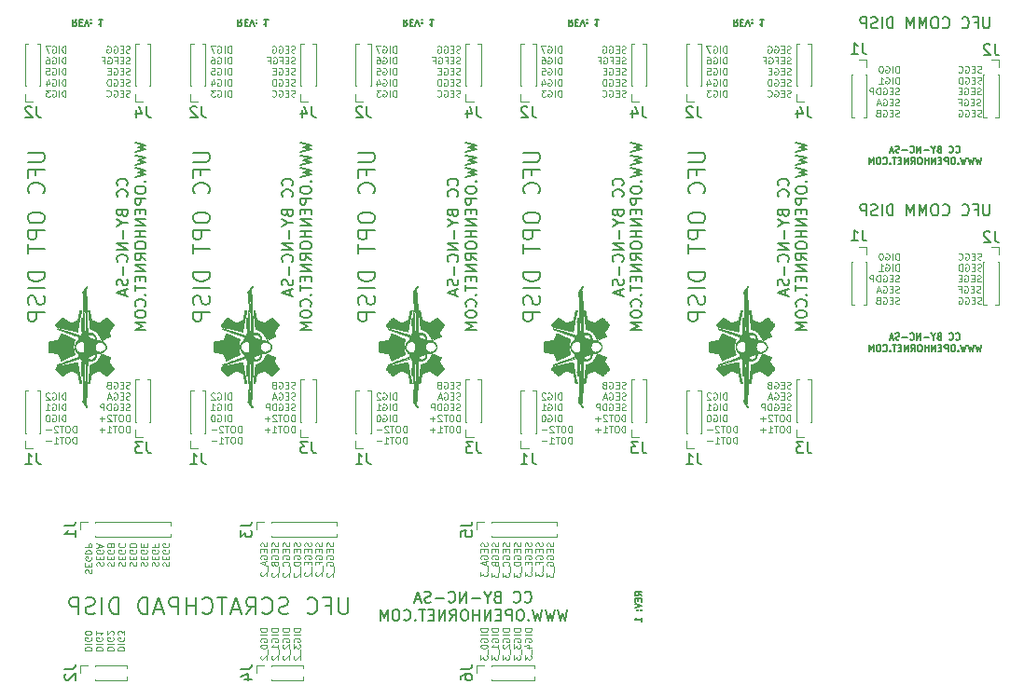
<source format=gbr>
G04 #@! TF.GenerationSoftware,KiCad,Pcbnew,(5.1.9)-1*
G04 #@! TF.CreationDate,2021-02-13T15:05:32-08:00*
G04 #@! TF.ProjectId,ufc_v4_displays_panel,7566635f-7634-45f6-9469-73706c617973,rev?*
G04 #@! TF.SameCoordinates,Original*
G04 #@! TF.FileFunction,Legend,Bot*
G04 #@! TF.FilePolarity,Positive*
%FSLAX46Y46*%
G04 Gerber Fmt 4.6, Leading zero omitted, Abs format (unit mm)*
G04 Created by KiCad (PCBNEW (5.1.9)-1) date 2021-02-13 15:05:32*
%MOMM*%
%LPD*%
G01*
G04 APERTURE LIST*
%ADD10C,0.120000*%
%ADD11C,0.200000*%
%ADD12C,0.150000*%
%ADD13C,0.110000*%
%ADD14C,0.010000*%
G04 APERTURE END LIST*
D10*
X64364471Y-94034285D02*
X64964471Y-94034285D01*
X64964471Y-93891428D01*
X64935900Y-93805714D01*
X64878757Y-93748571D01*
X64821614Y-93720000D01*
X64707328Y-93691428D01*
X64621614Y-93691428D01*
X64507328Y-93720000D01*
X64450185Y-93748571D01*
X64393042Y-93805714D01*
X64364471Y-93891428D01*
X64364471Y-94034285D01*
X64364471Y-93434285D02*
X64964471Y-93434285D01*
X64935900Y-92834285D02*
X64964471Y-92891428D01*
X64964471Y-92977142D01*
X64935900Y-93062857D01*
X64878757Y-93120000D01*
X64821614Y-93148571D01*
X64707328Y-93177142D01*
X64621614Y-93177142D01*
X64507328Y-93148571D01*
X64450185Y-93120000D01*
X64393042Y-93062857D01*
X64364471Y-92977142D01*
X64364471Y-92920000D01*
X64393042Y-92834285D01*
X64421614Y-92805714D01*
X64621614Y-92805714D01*
X64621614Y-92920000D01*
X64964471Y-92434285D02*
X64964471Y-92377142D01*
X64935900Y-92320000D01*
X64907328Y-92291428D01*
X64850185Y-92262857D01*
X64735900Y-92234285D01*
X64593042Y-92234285D01*
X64478757Y-92262857D01*
X64421614Y-92291428D01*
X64393042Y-92320000D01*
X64364471Y-92377142D01*
X64364471Y-92434285D01*
X64393042Y-92491428D01*
X64421614Y-92520000D01*
X64478757Y-92548571D01*
X64593042Y-92577142D01*
X64735900Y-92577142D01*
X64850185Y-92548571D01*
X64907328Y-92520000D01*
X64935900Y-92491428D01*
X64964471Y-92434285D01*
D11*
X88278757Y-89220571D02*
X88278757Y-90434857D01*
X88207328Y-90577714D01*
X88135900Y-90649142D01*
X87993042Y-90720571D01*
X87707328Y-90720571D01*
X87564471Y-90649142D01*
X87493042Y-90577714D01*
X87421614Y-90434857D01*
X87421614Y-89220571D01*
X86207328Y-89934857D02*
X86707328Y-89934857D01*
X86707328Y-90720571D02*
X86707328Y-89220571D01*
X85993042Y-89220571D01*
X84564471Y-90577714D02*
X84635900Y-90649142D01*
X84850185Y-90720571D01*
X84993042Y-90720571D01*
X85207328Y-90649142D01*
X85350185Y-90506285D01*
X85421614Y-90363428D01*
X85493042Y-90077714D01*
X85493042Y-89863428D01*
X85421614Y-89577714D01*
X85350185Y-89434857D01*
X85207328Y-89292000D01*
X84993042Y-89220571D01*
X84850185Y-89220571D01*
X84635900Y-89292000D01*
X84564471Y-89363428D01*
X82850185Y-90649142D02*
X82635900Y-90720571D01*
X82278757Y-90720571D01*
X82135900Y-90649142D01*
X82064471Y-90577714D01*
X81993042Y-90434857D01*
X81993042Y-90292000D01*
X82064471Y-90149142D01*
X82135900Y-90077714D01*
X82278757Y-90006285D01*
X82564471Y-89934857D01*
X82707328Y-89863428D01*
X82778757Y-89792000D01*
X82850185Y-89649142D01*
X82850185Y-89506285D01*
X82778757Y-89363428D01*
X82707328Y-89292000D01*
X82564471Y-89220571D01*
X82207328Y-89220571D01*
X81993042Y-89292000D01*
X80493042Y-90577714D02*
X80564471Y-90649142D01*
X80778757Y-90720571D01*
X80921614Y-90720571D01*
X81135900Y-90649142D01*
X81278757Y-90506285D01*
X81350185Y-90363428D01*
X81421614Y-90077714D01*
X81421614Y-89863428D01*
X81350185Y-89577714D01*
X81278757Y-89434857D01*
X81135900Y-89292000D01*
X80921614Y-89220571D01*
X80778757Y-89220571D01*
X80564471Y-89292000D01*
X80493042Y-89363428D01*
X78993042Y-90720571D02*
X79493042Y-90006285D01*
X79850185Y-90720571D02*
X79850185Y-89220571D01*
X79278757Y-89220571D01*
X79135900Y-89292000D01*
X79064471Y-89363428D01*
X78993042Y-89506285D01*
X78993042Y-89720571D01*
X79064471Y-89863428D01*
X79135900Y-89934857D01*
X79278757Y-90006285D01*
X79850185Y-90006285D01*
X78421614Y-90292000D02*
X77707328Y-90292000D01*
X78564471Y-90720571D02*
X78064471Y-89220571D01*
X77564471Y-90720571D01*
X77278757Y-89220571D02*
X76421614Y-89220571D01*
X76850185Y-90720571D02*
X76850185Y-89220571D01*
X75064471Y-90577714D02*
X75135900Y-90649142D01*
X75350185Y-90720571D01*
X75493042Y-90720571D01*
X75707328Y-90649142D01*
X75850185Y-90506285D01*
X75921614Y-90363428D01*
X75993042Y-90077714D01*
X75993042Y-89863428D01*
X75921614Y-89577714D01*
X75850185Y-89434857D01*
X75707328Y-89292000D01*
X75493042Y-89220571D01*
X75350185Y-89220571D01*
X75135900Y-89292000D01*
X75064471Y-89363428D01*
X74421614Y-90720571D02*
X74421614Y-89220571D01*
X74421614Y-89934857D02*
X73564471Y-89934857D01*
X73564471Y-90720571D02*
X73564471Y-89220571D01*
X72850185Y-90720571D02*
X72850185Y-89220571D01*
X72278757Y-89220571D01*
X72135900Y-89292000D01*
X72064471Y-89363428D01*
X71993042Y-89506285D01*
X71993042Y-89720571D01*
X72064471Y-89863428D01*
X72135900Y-89934857D01*
X72278757Y-90006285D01*
X72850185Y-90006285D01*
X71421614Y-90292000D02*
X70707328Y-90292000D01*
X71564471Y-90720571D02*
X71064471Y-89220571D01*
X70564471Y-90720571D01*
X70064471Y-90720571D02*
X70064471Y-89220571D01*
X69707328Y-89220571D01*
X69493042Y-89292000D01*
X69350185Y-89434857D01*
X69278757Y-89577714D01*
X69207328Y-89863428D01*
X69207328Y-90077714D01*
X69278757Y-90363428D01*
X69350185Y-90506285D01*
X69493042Y-90649142D01*
X69707328Y-90720571D01*
X70064471Y-90720571D01*
X67421614Y-90720571D02*
X67421614Y-89220571D01*
X67064471Y-89220571D01*
X66850185Y-89292000D01*
X66707328Y-89434857D01*
X66635900Y-89577714D01*
X66564471Y-89863428D01*
X66564471Y-90077714D01*
X66635900Y-90363428D01*
X66707328Y-90506285D01*
X66850185Y-90649142D01*
X67064471Y-90720571D01*
X67421614Y-90720571D01*
X65921614Y-90720571D02*
X65921614Y-89220571D01*
X65278757Y-90649142D02*
X65064471Y-90720571D01*
X64707328Y-90720571D01*
X64564471Y-90649142D01*
X64493042Y-90577714D01*
X64421614Y-90434857D01*
X64421614Y-90292000D01*
X64493042Y-90149142D01*
X64564471Y-90077714D01*
X64707328Y-90006285D01*
X64993042Y-89934857D01*
X65135900Y-89863428D01*
X65207328Y-89792000D01*
X65278757Y-89649142D01*
X65278757Y-89506285D01*
X65207328Y-89363428D01*
X65135900Y-89292000D01*
X64993042Y-89220571D01*
X64635900Y-89220571D01*
X64421614Y-89292000D01*
X63778757Y-90720571D02*
X63778757Y-89220571D01*
X63207328Y-89220571D01*
X63064471Y-89292000D01*
X62993042Y-89363428D01*
X62921614Y-89506285D01*
X62921614Y-89720571D01*
X62993042Y-89863428D01*
X63064471Y-89934857D01*
X63207328Y-90006285D01*
X63778757Y-90006285D01*
D12*
X104302566Y-89574142D02*
X104350185Y-89621761D01*
X104493042Y-89669380D01*
X104588280Y-89669380D01*
X104731138Y-89621761D01*
X104826376Y-89526523D01*
X104873995Y-89431285D01*
X104921614Y-89240809D01*
X104921614Y-89097952D01*
X104873995Y-88907476D01*
X104826376Y-88812238D01*
X104731138Y-88717000D01*
X104588280Y-88669380D01*
X104493042Y-88669380D01*
X104350185Y-88717000D01*
X104302566Y-88764619D01*
X103302566Y-89574142D02*
X103350185Y-89621761D01*
X103493042Y-89669380D01*
X103588280Y-89669380D01*
X103731138Y-89621761D01*
X103826376Y-89526523D01*
X103873995Y-89431285D01*
X103921614Y-89240809D01*
X103921614Y-89097952D01*
X103873995Y-88907476D01*
X103826376Y-88812238D01*
X103731138Y-88717000D01*
X103588280Y-88669380D01*
X103493042Y-88669380D01*
X103350185Y-88717000D01*
X103302566Y-88764619D01*
X101778757Y-89145571D02*
X101635900Y-89193190D01*
X101588280Y-89240809D01*
X101540661Y-89336047D01*
X101540661Y-89478904D01*
X101588280Y-89574142D01*
X101635900Y-89621761D01*
X101731138Y-89669380D01*
X102112090Y-89669380D01*
X102112090Y-88669380D01*
X101778757Y-88669380D01*
X101683519Y-88717000D01*
X101635900Y-88764619D01*
X101588280Y-88859857D01*
X101588280Y-88955095D01*
X101635900Y-89050333D01*
X101683519Y-89097952D01*
X101778757Y-89145571D01*
X102112090Y-89145571D01*
X100921614Y-89193190D02*
X100921614Y-89669380D01*
X101254947Y-88669380D02*
X100921614Y-89193190D01*
X100588280Y-88669380D01*
X100254947Y-89288428D02*
X99493042Y-89288428D01*
X99016852Y-89669380D02*
X99016852Y-88669380D01*
X98445423Y-89669380D01*
X98445423Y-88669380D01*
X97397804Y-89574142D02*
X97445423Y-89621761D01*
X97588280Y-89669380D01*
X97683519Y-89669380D01*
X97826376Y-89621761D01*
X97921614Y-89526523D01*
X97969233Y-89431285D01*
X98016852Y-89240809D01*
X98016852Y-89097952D01*
X97969233Y-88907476D01*
X97921614Y-88812238D01*
X97826376Y-88717000D01*
X97683519Y-88669380D01*
X97588280Y-88669380D01*
X97445423Y-88717000D01*
X97397804Y-88764619D01*
X96969233Y-89288428D02*
X96207328Y-89288428D01*
X95778757Y-89621761D02*
X95635900Y-89669380D01*
X95397804Y-89669380D01*
X95302566Y-89621761D01*
X95254947Y-89574142D01*
X95207328Y-89478904D01*
X95207328Y-89383666D01*
X95254947Y-89288428D01*
X95302566Y-89240809D01*
X95397804Y-89193190D01*
X95588280Y-89145571D01*
X95683519Y-89097952D01*
X95731138Y-89050333D01*
X95778757Y-88955095D01*
X95778757Y-88859857D01*
X95731138Y-88764619D01*
X95683519Y-88717000D01*
X95588280Y-88669380D01*
X95350185Y-88669380D01*
X95207328Y-88717000D01*
X94826376Y-89383666D02*
X94350185Y-89383666D01*
X94921614Y-89669380D02*
X94588280Y-88669380D01*
X94254947Y-89669380D01*
X108183519Y-90319380D02*
X107945423Y-91319380D01*
X107754947Y-90605095D01*
X107564471Y-91319380D01*
X107326376Y-90319380D01*
X107040661Y-90319380D02*
X106802566Y-91319380D01*
X106612090Y-90605095D01*
X106421614Y-91319380D01*
X106183519Y-90319380D01*
X105897804Y-90319380D02*
X105659709Y-91319380D01*
X105469233Y-90605095D01*
X105278757Y-91319380D01*
X105040661Y-90319380D01*
X104659709Y-91224142D02*
X104612090Y-91271761D01*
X104659709Y-91319380D01*
X104707328Y-91271761D01*
X104659709Y-91224142D01*
X104659709Y-91319380D01*
X103993042Y-90319380D02*
X103802566Y-90319380D01*
X103707328Y-90367000D01*
X103612090Y-90462238D01*
X103564471Y-90652714D01*
X103564471Y-90986047D01*
X103612090Y-91176523D01*
X103707328Y-91271761D01*
X103802566Y-91319380D01*
X103993042Y-91319380D01*
X104088280Y-91271761D01*
X104183519Y-91176523D01*
X104231138Y-90986047D01*
X104231138Y-90652714D01*
X104183519Y-90462238D01*
X104088280Y-90367000D01*
X103993042Y-90319380D01*
X103135900Y-91319380D02*
X103135900Y-90319380D01*
X102754947Y-90319380D01*
X102659709Y-90367000D01*
X102612090Y-90414619D01*
X102564471Y-90509857D01*
X102564471Y-90652714D01*
X102612090Y-90747952D01*
X102659709Y-90795571D01*
X102754947Y-90843190D01*
X103135900Y-90843190D01*
X102135900Y-90795571D02*
X101802566Y-90795571D01*
X101659709Y-91319380D02*
X102135900Y-91319380D01*
X102135900Y-90319380D01*
X101659709Y-90319380D01*
X101231138Y-91319380D02*
X101231138Y-90319380D01*
X100659709Y-91319380D01*
X100659709Y-90319380D01*
X100183519Y-91319380D02*
X100183519Y-90319380D01*
X100183519Y-90795571D02*
X99612090Y-90795571D01*
X99612090Y-91319380D02*
X99612090Y-90319380D01*
X98945423Y-90319380D02*
X98754947Y-90319380D01*
X98659709Y-90367000D01*
X98564471Y-90462238D01*
X98516852Y-90652714D01*
X98516852Y-90986047D01*
X98564471Y-91176523D01*
X98659709Y-91271761D01*
X98754947Y-91319380D01*
X98945423Y-91319380D01*
X99040661Y-91271761D01*
X99135900Y-91176523D01*
X99183519Y-90986047D01*
X99183519Y-90652714D01*
X99135900Y-90462238D01*
X99040661Y-90367000D01*
X98945423Y-90319380D01*
X97516852Y-91319380D02*
X97850185Y-90843190D01*
X98088280Y-91319380D02*
X98088280Y-90319380D01*
X97707328Y-90319380D01*
X97612090Y-90367000D01*
X97564471Y-90414619D01*
X97516852Y-90509857D01*
X97516852Y-90652714D01*
X97564471Y-90747952D01*
X97612090Y-90795571D01*
X97707328Y-90843190D01*
X98088280Y-90843190D01*
X97088280Y-91319380D02*
X97088280Y-90319380D01*
X96516852Y-91319380D01*
X96516852Y-90319380D01*
X96040661Y-90795571D02*
X95707328Y-90795571D01*
X95564471Y-91319380D02*
X96040661Y-91319380D01*
X96040661Y-90319380D01*
X95564471Y-90319380D01*
X95278757Y-90319380D02*
X94707328Y-90319380D01*
X94993042Y-91319380D02*
X94993042Y-90319380D01*
X94373995Y-91224142D02*
X94326376Y-91271761D01*
X94373995Y-91319380D01*
X94421614Y-91271761D01*
X94373995Y-91224142D01*
X94373995Y-91319380D01*
X93326376Y-91224142D02*
X93373995Y-91271761D01*
X93516852Y-91319380D01*
X93612090Y-91319380D01*
X93754947Y-91271761D01*
X93850185Y-91176523D01*
X93897804Y-91081285D01*
X93945423Y-90890809D01*
X93945423Y-90747952D01*
X93897804Y-90557476D01*
X93850185Y-90462238D01*
X93754947Y-90367000D01*
X93612090Y-90319380D01*
X93516852Y-90319380D01*
X93373995Y-90367000D01*
X93326376Y-90414619D01*
X92707328Y-90319380D02*
X92516852Y-90319380D01*
X92421614Y-90367000D01*
X92326376Y-90462238D01*
X92278757Y-90652714D01*
X92278757Y-90986047D01*
X92326376Y-91176523D01*
X92421614Y-91271761D01*
X92516852Y-91319380D01*
X92707328Y-91319380D01*
X92802566Y-91271761D01*
X92897804Y-91176523D01*
X92945423Y-90986047D01*
X92945423Y-90652714D01*
X92897804Y-90462238D01*
X92802566Y-90367000D01*
X92707328Y-90319380D01*
X91850185Y-91319380D02*
X91850185Y-90319380D01*
X91516852Y-91033666D01*
X91183519Y-90319380D01*
X91183519Y-91319380D01*
X114907328Y-89042000D02*
X114621614Y-88842000D01*
X114907328Y-88699142D02*
X114307328Y-88699142D01*
X114307328Y-88927714D01*
X114335900Y-88984857D01*
X114364471Y-89013428D01*
X114421614Y-89042000D01*
X114507328Y-89042000D01*
X114564471Y-89013428D01*
X114593042Y-88984857D01*
X114621614Y-88927714D01*
X114621614Y-88699142D01*
X114593042Y-89299142D02*
X114593042Y-89499142D01*
X114907328Y-89584857D02*
X114907328Y-89299142D01*
X114307328Y-89299142D01*
X114307328Y-89584857D01*
X114307328Y-89756285D02*
X114907328Y-89956285D01*
X114307328Y-90156285D01*
X114850185Y-90356285D02*
X114878757Y-90384857D01*
X114907328Y-90356285D01*
X114878757Y-90327714D01*
X114850185Y-90356285D01*
X114907328Y-90356285D01*
X114535900Y-90356285D02*
X114564471Y-90384857D01*
X114593042Y-90356285D01*
X114564471Y-90327714D01*
X114535900Y-90356285D01*
X114593042Y-90356285D01*
X114907328Y-91413428D02*
X114907328Y-91070571D01*
X114907328Y-91242000D02*
X114307328Y-91242000D01*
X114393042Y-91184857D01*
X114450185Y-91127714D01*
X114478757Y-91070571D01*
D10*
X65364471Y-94034285D02*
X65964471Y-94034285D01*
X65964471Y-93891428D01*
X65935900Y-93805714D01*
X65878757Y-93748571D01*
X65821614Y-93720000D01*
X65707328Y-93691428D01*
X65621614Y-93691428D01*
X65507328Y-93720000D01*
X65450185Y-93748571D01*
X65393042Y-93805714D01*
X65364471Y-93891428D01*
X65364471Y-94034285D01*
X65364471Y-93434285D02*
X65964471Y-93434285D01*
X65935900Y-92834285D02*
X65964471Y-92891428D01*
X65964471Y-92977142D01*
X65935900Y-93062857D01*
X65878757Y-93120000D01*
X65821614Y-93148571D01*
X65707328Y-93177142D01*
X65621614Y-93177142D01*
X65507328Y-93148571D01*
X65450185Y-93120000D01*
X65393042Y-93062857D01*
X65364471Y-92977142D01*
X65364471Y-92920000D01*
X65393042Y-92834285D01*
X65421614Y-92805714D01*
X65621614Y-92805714D01*
X65621614Y-92920000D01*
X65364471Y-92234285D02*
X65364471Y-92577142D01*
X65364471Y-92405714D02*
X65964471Y-92405714D01*
X65878757Y-92462857D01*
X65821614Y-92520000D01*
X65793042Y-92577142D01*
X66364471Y-94034285D02*
X66964471Y-94034285D01*
X66964471Y-93891428D01*
X66935900Y-93805714D01*
X66878757Y-93748571D01*
X66821614Y-93720000D01*
X66707328Y-93691428D01*
X66621614Y-93691428D01*
X66507328Y-93720000D01*
X66450185Y-93748571D01*
X66393042Y-93805714D01*
X66364471Y-93891428D01*
X66364471Y-94034285D01*
X66364471Y-93434285D02*
X66964471Y-93434285D01*
X66935900Y-92834285D02*
X66964471Y-92891428D01*
X66964471Y-92977142D01*
X66935900Y-93062857D01*
X66878757Y-93120000D01*
X66821614Y-93148571D01*
X66707328Y-93177142D01*
X66621614Y-93177142D01*
X66507328Y-93148571D01*
X66450185Y-93120000D01*
X66393042Y-93062857D01*
X66364471Y-92977142D01*
X66364471Y-92920000D01*
X66393042Y-92834285D01*
X66421614Y-92805714D01*
X66621614Y-92805714D01*
X66621614Y-92920000D01*
X66907328Y-92577142D02*
X66935900Y-92548571D01*
X66964471Y-92491428D01*
X66964471Y-92348571D01*
X66935900Y-92291428D01*
X66907328Y-92262857D01*
X66850185Y-92234285D01*
X66793042Y-92234285D01*
X66707328Y-92262857D01*
X66364471Y-92605714D01*
X66364471Y-92234285D01*
X67364471Y-94034285D02*
X67964471Y-94034285D01*
X67964471Y-93891428D01*
X67935900Y-93805714D01*
X67878757Y-93748571D01*
X67821614Y-93720000D01*
X67707328Y-93691428D01*
X67621614Y-93691428D01*
X67507328Y-93720000D01*
X67450185Y-93748571D01*
X67393042Y-93805714D01*
X67364471Y-93891428D01*
X67364471Y-94034285D01*
X67364471Y-93434285D02*
X67964471Y-93434285D01*
X67935900Y-92834285D02*
X67964471Y-92891428D01*
X67964471Y-92977142D01*
X67935900Y-93062857D01*
X67878757Y-93120000D01*
X67821614Y-93148571D01*
X67707328Y-93177142D01*
X67621614Y-93177142D01*
X67507328Y-93148571D01*
X67450185Y-93120000D01*
X67393042Y-93062857D01*
X67364471Y-92977142D01*
X67364471Y-92920000D01*
X67393042Y-92834285D01*
X67421614Y-92805714D01*
X67621614Y-92805714D01*
X67621614Y-92920000D01*
X67964471Y-92605714D02*
X67964471Y-92234285D01*
X67735900Y-92434285D01*
X67735900Y-92348571D01*
X67707328Y-92291428D01*
X67678757Y-92262857D01*
X67621614Y-92234285D01*
X67478757Y-92234285D01*
X67421614Y-92262857D01*
X67393042Y-92291428D01*
X67364471Y-92348571D01*
X67364471Y-92520000D01*
X67393042Y-92577142D01*
X67421614Y-92605714D01*
X64425542Y-86993214D02*
X64396971Y-86907500D01*
X64396971Y-86764642D01*
X64425542Y-86707500D01*
X64454114Y-86678928D01*
X64511257Y-86650357D01*
X64568400Y-86650357D01*
X64625542Y-86678928D01*
X64654114Y-86707500D01*
X64682685Y-86764642D01*
X64711257Y-86878928D01*
X64739828Y-86936071D01*
X64768400Y-86964642D01*
X64825542Y-86993214D01*
X64882685Y-86993214D01*
X64939828Y-86964642D01*
X64968400Y-86936071D01*
X64996971Y-86878928D01*
X64996971Y-86736071D01*
X64968400Y-86650357D01*
X64711257Y-86393214D02*
X64711257Y-86193214D01*
X64396971Y-86107500D02*
X64396971Y-86393214D01*
X64996971Y-86393214D01*
X64996971Y-86107500D01*
X64968400Y-85536071D02*
X64996971Y-85593214D01*
X64996971Y-85678928D01*
X64968400Y-85764642D01*
X64911257Y-85821785D01*
X64854114Y-85850357D01*
X64739828Y-85878928D01*
X64654114Y-85878928D01*
X64539828Y-85850357D01*
X64482685Y-85821785D01*
X64425542Y-85764642D01*
X64396971Y-85678928D01*
X64396971Y-85621785D01*
X64425542Y-85536071D01*
X64454114Y-85507500D01*
X64654114Y-85507500D01*
X64654114Y-85621785D01*
X64396971Y-85250357D02*
X64996971Y-85250357D01*
X64996971Y-85107500D01*
X64968400Y-85021785D01*
X64911257Y-84964642D01*
X64854114Y-84936071D01*
X64739828Y-84907500D01*
X64654114Y-84907500D01*
X64539828Y-84936071D01*
X64482685Y-84964642D01*
X64425542Y-85021785D01*
X64396971Y-85107500D01*
X64396971Y-85250357D01*
X64396971Y-84650357D02*
X64996971Y-84650357D01*
X64996971Y-84421785D01*
X64968400Y-84364642D01*
X64939828Y-84336071D01*
X64882685Y-84307500D01*
X64796971Y-84307500D01*
X64739828Y-84336071D01*
X64711257Y-84364642D01*
X64682685Y-84421785D01*
X64682685Y-84650357D01*
X65456542Y-86357714D02*
X65427971Y-86272000D01*
X65427971Y-86129142D01*
X65456542Y-86072000D01*
X65485114Y-86043428D01*
X65542257Y-86014857D01*
X65599400Y-86014857D01*
X65656542Y-86043428D01*
X65685114Y-86072000D01*
X65713685Y-86129142D01*
X65742257Y-86243428D01*
X65770828Y-86300571D01*
X65799400Y-86329142D01*
X65856542Y-86357714D01*
X65913685Y-86357714D01*
X65970828Y-86329142D01*
X65999400Y-86300571D01*
X66027971Y-86243428D01*
X66027971Y-86100571D01*
X65999400Y-86014857D01*
X65742257Y-85757714D02*
X65742257Y-85557714D01*
X65427971Y-85472000D02*
X65427971Y-85757714D01*
X66027971Y-85757714D01*
X66027971Y-85472000D01*
X65999400Y-84900571D02*
X66027971Y-84957714D01*
X66027971Y-85043428D01*
X65999400Y-85129142D01*
X65942257Y-85186285D01*
X65885114Y-85214857D01*
X65770828Y-85243428D01*
X65685114Y-85243428D01*
X65570828Y-85214857D01*
X65513685Y-85186285D01*
X65456542Y-85129142D01*
X65427971Y-85043428D01*
X65427971Y-84986285D01*
X65456542Y-84900571D01*
X65485114Y-84872000D01*
X65685114Y-84872000D01*
X65685114Y-84986285D01*
X65599400Y-84643428D02*
X65599400Y-84357714D01*
X65427971Y-84700571D02*
X66027971Y-84500571D01*
X65427971Y-84300571D01*
X66456542Y-86357714D02*
X66427971Y-86272000D01*
X66427971Y-86129142D01*
X66456542Y-86072000D01*
X66485114Y-86043428D01*
X66542257Y-86014857D01*
X66599400Y-86014857D01*
X66656542Y-86043428D01*
X66685114Y-86072000D01*
X66713685Y-86129142D01*
X66742257Y-86243428D01*
X66770828Y-86300571D01*
X66799400Y-86329142D01*
X66856542Y-86357714D01*
X66913685Y-86357714D01*
X66970828Y-86329142D01*
X66999400Y-86300571D01*
X67027971Y-86243428D01*
X67027971Y-86100571D01*
X66999400Y-86014857D01*
X66742257Y-85757714D02*
X66742257Y-85557714D01*
X66427971Y-85472000D02*
X66427971Y-85757714D01*
X67027971Y-85757714D01*
X67027971Y-85472000D01*
X66999400Y-84900571D02*
X67027971Y-84957714D01*
X67027971Y-85043428D01*
X66999400Y-85129142D01*
X66942257Y-85186285D01*
X66885114Y-85214857D01*
X66770828Y-85243428D01*
X66685114Y-85243428D01*
X66570828Y-85214857D01*
X66513685Y-85186285D01*
X66456542Y-85129142D01*
X66427971Y-85043428D01*
X66427971Y-84986285D01*
X66456542Y-84900571D01*
X66485114Y-84872000D01*
X66685114Y-84872000D01*
X66685114Y-84986285D01*
X66742257Y-84414857D02*
X66713685Y-84329142D01*
X66685114Y-84300571D01*
X66627971Y-84272000D01*
X66542257Y-84272000D01*
X66485114Y-84300571D01*
X66456542Y-84329142D01*
X66427971Y-84386285D01*
X66427971Y-84614857D01*
X67027971Y-84614857D01*
X67027971Y-84414857D01*
X66999400Y-84357714D01*
X66970828Y-84329142D01*
X66913685Y-84300571D01*
X66856542Y-84300571D01*
X66799400Y-84329142D01*
X66770828Y-84357714D01*
X66742257Y-84414857D01*
X66742257Y-84614857D01*
X67456542Y-86357714D02*
X67427971Y-86272000D01*
X67427971Y-86129142D01*
X67456542Y-86072000D01*
X67485114Y-86043428D01*
X67542257Y-86014857D01*
X67599400Y-86014857D01*
X67656542Y-86043428D01*
X67685114Y-86072000D01*
X67713685Y-86129142D01*
X67742257Y-86243428D01*
X67770828Y-86300571D01*
X67799400Y-86329142D01*
X67856542Y-86357714D01*
X67913685Y-86357714D01*
X67970828Y-86329142D01*
X67999400Y-86300571D01*
X68027971Y-86243428D01*
X68027971Y-86100571D01*
X67999400Y-86014857D01*
X67742257Y-85757714D02*
X67742257Y-85557714D01*
X67427971Y-85472000D02*
X67427971Y-85757714D01*
X68027971Y-85757714D01*
X68027971Y-85472000D01*
X67999400Y-84900571D02*
X68027971Y-84957714D01*
X68027971Y-85043428D01*
X67999400Y-85129142D01*
X67942257Y-85186285D01*
X67885114Y-85214857D01*
X67770828Y-85243428D01*
X67685114Y-85243428D01*
X67570828Y-85214857D01*
X67513685Y-85186285D01*
X67456542Y-85129142D01*
X67427971Y-85043428D01*
X67427971Y-84986285D01*
X67456542Y-84900571D01*
X67485114Y-84872000D01*
X67685114Y-84872000D01*
X67685114Y-84986285D01*
X67485114Y-84272000D02*
X67456542Y-84300571D01*
X67427971Y-84386285D01*
X67427971Y-84443428D01*
X67456542Y-84529142D01*
X67513685Y-84586285D01*
X67570828Y-84614857D01*
X67685114Y-84643428D01*
X67770828Y-84643428D01*
X67885114Y-84614857D01*
X67942257Y-84586285D01*
X67999400Y-84529142D01*
X68027971Y-84443428D01*
X68027971Y-84386285D01*
X67999400Y-84300571D01*
X67970828Y-84272000D01*
X68456542Y-86357714D02*
X68427971Y-86272000D01*
X68427971Y-86129142D01*
X68456542Y-86072000D01*
X68485114Y-86043428D01*
X68542257Y-86014857D01*
X68599400Y-86014857D01*
X68656542Y-86043428D01*
X68685114Y-86072000D01*
X68713685Y-86129142D01*
X68742257Y-86243428D01*
X68770828Y-86300571D01*
X68799400Y-86329142D01*
X68856542Y-86357714D01*
X68913685Y-86357714D01*
X68970828Y-86329142D01*
X68999400Y-86300571D01*
X69027971Y-86243428D01*
X69027971Y-86100571D01*
X68999400Y-86014857D01*
X68742257Y-85757714D02*
X68742257Y-85557714D01*
X68427971Y-85472000D02*
X68427971Y-85757714D01*
X69027971Y-85757714D01*
X69027971Y-85472000D01*
X68999400Y-84900571D02*
X69027971Y-84957714D01*
X69027971Y-85043428D01*
X68999400Y-85129142D01*
X68942257Y-85186285D01*
X68885114Y-85214857D01*
X68770828Y-85243428D01*
X68685114Y-85243428D01*
X68570828Y-85214857D01*
X68513685Y-85186285D01*
X68456542Y-85129142D01*
X68427971Y-85043428D01*
X68427971Y-84986285D01*
X68456542Y-84900571D01*
X68485114Y-84872000D01*
X68685114Y-84872000D01*
X68685114Y-84986285D01*
X68427971Y-84614857D02*
X69027971Y-84614857D01*
X69027971Y-84472000D01*
X68999400Y-84386285D01*
X68942257Y-84329142D01*
X68885114Y-84300571D01*
X68770828Y-84272000D01*
X68685114Y-84272000D01*
X68570828Y-84300571D01*
X68513685Y-84329142D01*
X68456542Y-84386285D01*
X68427971Y-84472000D01*
X68427971Y-84614857D01*
X69456542Y-86357714D02*
X69427971Y-86272000D01*
X69427971Y-86129142D01*
X69456542Y-86072000D01*
X69485114Y-86043428D01*
X69542257Y-86014857D01*
X69599400Y-86014857D01*
X69656542Y-86043428D01*
X69685114Y-86072000D01*
X69713685Y-86129142D01*
X69742257Y-86243428D01*
X69770828Y-86300571D01*
X69799400Y-86329142D01*
X69856542Y-86357714D01*
X69913685Y-86357714D01*
X69970828Y-86329142D01*
X69999400Y-86300571D01*
X70027971Y-86243428D01*
X70027971Y-86100571D01*
X69999400Y-86014857D01*
X69742257Y-85757714D02*
X69742257Y-85557714D01*
X69427971Y-85472000D02*
X69427971Y-85757714D01*
X70027971Y-85757714D01*
X70027971Y-85472000D01*
X69999400Y-84900571D02*
X70027971Y-84957714D01*
X70027971Y-85043428D01*
X69999400Y-85129142D01*
X69942257Y-85186285D01*
X69885114Y-85214857D01*
X69770828Y-85243428D01*
X69685114Y-85243428D01*
X69570828Y-85214857D01*
X69513685Y-85186285D01*
X69456542Y-85129142D01*
X69427971Y-85043428D01*
X69427971Y-84986285D01*
X69456542Y-84900571D01*
X69485114Y-84872000D01*
X69685114Y-84872000D01*
X69685114Y-84986285D01*
X69742257Y-84614857D02*
X69742257Y-84414857D01*
X69427971Y-84329142D02*
X69427971Y-84614857D01*
X70027971Y-84614857D01*
X70027971Y-84329142D01*
X71456542Y-86357714D02*
X71427971Y-86272000D01*
X71427971Y-86129142D01*
X71456542Y-86072000D01*
X71485114Y-86043428D01*
X71542257Y-86014857D01*
X71599400Y-86014857D01*
X71656542Y-86043428D01*
X71685114Y-86072000D01*
X71713685Y-86129142D01*
X71742257Y-86243428D01*
X71770828Y-86300571D01*
X71799400Y-86329142D01*
X71856542Y-86357714D01*
X71913685Y-86357714D01*
X71970828Y-86329142D01*
X71999400Y-86300571D01*
X72027971Y-86243428D01*
X72027971Y-86100571D01*
X71999400Y-86014857D01*
X71742257Y-85757714D02*
X71742257Y-85557714D01*
X71427971Y-85472000D02*
X71427971Y-85757714D01*
X72027971Y-85757714D01*
X72027971Y-85472000D01*
X71999400Y-84900571D02*
X72027971Y-84957714D01*
X72027971Y-85043428D01*
X71999400Y-85129142D01*
X71942257Y-85186285D01*
X71885114Y-85214857D01*
X71770828Y-85243428D01*
X71685114Y-85243428D01*
X71570828Y-85214857D01*
X71513685Y-85186285D01*
X71456542Y-85129142D01*
X71427971Y-85043428D01*
X71427971Y-84986285D01*
X71456542Y-84900571D01*
X71485114Y-84872000D01*
X71685114Y-84872000D01*
X71685114Y-84986285D01*
X71999400Y-84300571D02*
X72027971Y-84357714D01*
X72027971Y-84443428D01*
X71999400Y-84529142D01*
X71942257Y-84586285D01*
X71885114Y-84614857D01*
X71770828Y-84643428D01*
X71685114Y-84643428D01*
X71570828Y-84614857D01*
X71513685Y-84586285D01*
X71456542Y-84529142D01*
X71427971Y-84443428D01*
X71427971Y-84386285D01*
X71456542Y-84300571D01*
X71485114Y-84272000D01*
X71685114Y-84272000D01*
X71685114Y-84386285D01*
X70456542Y-86357714D02*
X70427971Y-86272000D01*
X70427971Y-86129142D01*
X70456542Y-86072000D01*
X70485114Y-86043428D01*
X70542257Y-86014857D01*
X70599400Y-86014857D01*
X70656542Y-86043428D01*
X70685114Y-86072000D01*
X70713685Y-86129142D01*
X70742257Y-86243428D01*
X70770828Y-86300571D01*
X70799400Y-86329142D01*
X70856542Y-86357714D01*
X70913685Y-86357714D01*
X70970828Y-86329142D01*
X70999400Y-86300571D01*
X71027971Y-86243428D01*
X71027971Y-86100571D01*
X70999400Y-86014857D01*
X70742257Y-85757714D02*
X70742257Y-85557714D01*
X70427971Y-85472000D02*
X70427971Y-85757714D01*
X71027971Y-85757714D01*
X71027971Y-85472000D01*
X70999400Y-84900571D02*
X71027971Y-84957714D01*
X71027971Y-85043428D01*
X70999400Y-85129142D01*
X70942257Y-85186285D01*
X70885114Y-85214857D01*
X70770828Y-85243428D01*
X70685114Y-85243428D01*
X70570828Y-85214857D01*
X70513685Y-85186285D01*
X70456542Y-85129142D01*
X70427971Y-85043428D01*
X70427971Y-84986285D01*
X70456542Y-84900571D01*
X70485114Y-84872000D01*
X70685114Y-84872000D01*
X70685114Y-84986285D01*
X70742257Y-84414857D02*
X70742257Y-84614857D01*
X70427971Y-84614857D02*
X71027971Y-84614857D01*
X71027971Y-84329142D01*
D13*
X80907328Y-92027642D02*
X80307328Y-92027642D01*
X80307328Y-92170500D01*
X80335900Y-92256214D01*
X80393042Y-92313357D01*
X80450185Y-92341928D01*
X80564471Y-92370500D01*
X80650185Y-92370500D01*
X80764471Y-92341928D01*
X80821614Y-92313357D01*
X80878757Y-92256214D01*
X80907328Y-92170500D01*
X80907328Y-92027642D01*
X80907328Y-92627642D02*
X80307328Y-92627642D01*
X80335900Y-93227642D02*
X80307328Y-93170500D01*
X80307328Y-93084785D01*
X80335900Y-92999071D01*
X80393042Y-92941928D01*
X80450185Y-92913357D01*
X80564471Y-92884785D01*
X80650185Y-92884785D01*
X80764471Y-92913357D01*
X80821614Y-92941928D01*
X80878757Y-92999071D01*
X80907328Y-93084785D01*
X80907328Y-93141928D01*
X80878757Y-93227642D01*
X80850185Y-93256214D01*
X80650185Y-93256214D01*
X80650185Y-93141928D01*
X80307328Y-93627642D02*
X80307328Y-93684785D01*
X80335900Y-93741928D01*
X80364471Y-93770500D01*
X80421614Y-93799071D01*
X80535900Y-93827642D01*
X80678757Y-93827642D01*
X80793042Y-93799071D01*
X80850185Y-93770500D01*
X80878757Y-93741928D01*
X80907328Y-93684785D01*
X80907328Y-93627642D01*
X80878757Y-93570500D01*
X80850185Y-93541928D01*
X80793042Y-93513357D01*
X80678757Y-93484785D01*
X80535900Y-93484785D01*
X80421614Y-93513357D01*
X80364471Y-93541928D01*
X80335900Y-93570500D01*
X80307328Y-93627642D01*
X80964471Y-93941928D02*
X80964471Y-94399071D01*
X80364471Y-94513357D02*
X80335900Y-94541928D01*
X80307328Y-94599071D01*
X80307328Y-94741928D01*
X80335900Y-94799071D01*
X80364471Y-94827642D01*
X80421614Y-94856214D01*
X80478757Y-94856214D01*
X80564471Y-94827642D01*
X80907328Y-94484785D01*
X80907328Y-94856214D01*
X81907328Y-92027642D02*
X81307328Y-92027642D01*
X81307328Y-92170500D01*
X81335900Y-92256214D01*
X81393042Y-92313357D01*
X81450185Y-92341928D01*
X81564471Y-92370500D01*
X81650185Y-92370500D01*
X81764471Y-92341928D01*
X81821614Y-92313357D01*
X81878757Y-92256214D01*
X81907328Y-92170500D01*
X81907328Y-92027642D01*
X81907328Y-92627642D02*
X81307328Y-92627642D01*
X81335900Y-93227642D02*
X81307328Y-93170500D01*
X81307328Y-93084785D01*
X81335900Y-92999071D01*
X81393042Y-92941928D01*
X81450185Y-92913357D01*
X81564471Y-92884785D01*
X81650185Y-92884785D01*
X81764471Y-92913357D01*
X81821614Y-92941928D01*
X81878757Y-92999071D01*
X81907328Y-93084785D01*
X81907328Y-93141928D01*
X81878757Y-93227642D01*
X81850185Y-93256214D01*
X81650185Y-93256214D01*
X81650185Y-93141928D01*
X81907328Y-93827642D02*
X81907328Y-93484785D01*
X81907328Y-93656214D02*
X81307328Y-93656214D01*
X81393042Y-93599071D01*
X81450185Y-93541928D01*
X81478757Y-93484785D01*
X81964471Y-93941928D02*
X81964471Y-94399071D01*
X81364471Y-94513357D02*
X81335900Y-94541928D01*
X81307328Y-94599071D01*
X81307328Y-94741928D01*
X81335900Y-94799071D01*
X81364471Y-94827642D01*
X81421614Y-94856214D01*
X81478757Y-94856214D01*
X81564471Y-94827642D01*
X81907328Y-94484785D01*
X81907328Y-94856214D01*
X82907328Y-92027642D02*
X82307328Y-92027642D01*
X82307328Y-92170500D01*
X82335900Y-92256214D01*
X82393042Y-92313357D01*
X82450185Y-92341928D01*
X82564471Y-92370500D01*
X82650185Y-92370500D01*
X82764471Y-92341928D01*
X82821614Y-92313357D01*
X82878757Y-92256214D01*
X82907328Y-92170500D01*
X82907328Y-92027642D01*
X82907328Y-92627642D02*
X82307328Y-92627642D01*
X82335900Y-93227642D02*
X82307328Y-93170500D01*
X82307328Y-93084785D01*
X82335900Y-92999071D01*
X82393042Y-92941928D01*
X82450185Y-92913357D01*
X82564471Y-92884785D01*
X82650185Y-92884785D01*
X82764471Y-92913357D01*
X82821614Y-92941928D01*
X82878757Y-92999071D01*
X82907328Y-93084785D01*
X82907328Y-93141928D01*
X82878757Y-93227642D01*
X82850185Y-93256214D01*
X82650185Y-93256214D01*
X82650185Y-93141928D01*
X82364471Y-93484785D02*
X82335900Y-93513357D01*
X82307328Y-93570500D01*
X82307328Y-93713357D01*
X82335900Y-93770500D01*
X82364471Y-93799071D01*
X82421614Y-93827642D01*
X82478757Y-93827642D01*
X82564471Y-93799071D01*
X82907328Y-93456214D01*
X82907328Y-93827642D01*
X82964471Y-93941928D02*
X82964471Y-94399071D01*
X82364471Y-94513357D02*
X82335900Y-94541928D01*
X82307328Y-94599071D01*
X82307328Y-94741928D01*
X82335900Y-94799071D01*
X82364471Y-94827642D01*
X82421614Y-94856214D01*
X82478757Y-94856214D01*
X82564471Y-94827642D01*
X82907328Y-94484785D01*
X82907328Y-94856214D01*
X83907328Y-92027642D02*
X83307328Y-92027642D01*
X83307328Y-92170500D01*
X83335900Y-92256214D01*
X83393042Y-92313357D01*
X83450185Y-92341928D01*
X83564471Y-92370500D01*
X83650185Y-92370500D01*
X83764471Y-92341928D01*
X83821614Y-92313357D01*
X83878757Y-92256214D01*
X83907328Y-92170500D01*
X83907328Y-92027642D01*
X83907328Y-92627642D02*
X83307328Y-92627642D01*
X83335900Y-93227642D02*
X83307328Y-93170500D01*
X83307328Y-93084785D01*
X83335900Y-92999071D01*
X83393042Y-92941928D01*
X83450185Y-92913357D01*
X83564471Y-92884785D01*
X83650185Y-92884785D01*
X83764471Y-92913357D01*
X83821614Y-92941928D01*
X83878757Y-92999071D01*
X83907328Y-93084785D01*
X83907328Y-93141928D01*
X83878757Y-93227642D01*
X83850185Y-93256214D01*
X83650185Y-93256214D01*
X83650185Y-93141928D01*
X83307328Y-93456214D02*
X83307328Y-93827642D01*
X83535900Y-93627642D01*
X83535900Y-93713357D01*
X83564471Y-93770500D01*
X83593042Y-93799071D01*
X83650185Y-93827642D01*
X83793042Y-93827642D01*
X83850185Y-93799071D01*
X83878757Y-93770500D01*
X83907328Y-93713357D01*
X83907328Y-93541928D01*
X83878757Y-93484785D01*
X83850185Y-93456214D01*
X83964471Y-93941928D02*
X83964471Y-94399071D01*
X83364471Y-94513357D02*
X83335900Y-94541928D01*
X83307328Y-94599071D01*
X83307328Y-94741928D01*
X83335900Y-94799071D01*
X83364471Y-94827642D01*
X83421614Y-94856214D01*
X83478757Y-94856214D01*
X83564471Y-94827642D01*
X83907328Y-94484785D01*
X83907328Y-94856214D01*
X100907328Y-92027642D02*
X100307328Y-92027642D01*
X100307328Y-92170500D01*
X100335900Y-92256214D01*
X100393042Y-92313357D01*
X100450185Y-92341928D01*
X100564471Y-92370500D01*
X100650185Y-92370500D01*
X100764471Y-92341928D01*
X100821614Y-92313357D01*
X100878757Y-92256214D01*
X100907328Y-92170500D01*
X100907328Y-92027642D01*
X100907328Y-92627642D02*
X100307328Y-92627642D01*
X100335900Y-93227642D02*
X100307328Y-93170500D01*
X100307328Y-93084785D01*
X100335900Y-92999071D01*
X100393042Y-92941928D01*
X100450185Y-92913357D01*
X100564471Y-92884785D01*
X100650185Y-92884785D01*
X100764471Y-92913357D01*
X100821614Y-92941928D01*
X100878757Y-92999071D01*
X100907328Y-93084785D01*
X100907328Y-93141928D01*
X100878757Y-93227642D01*
X100850185Y-93256214D01*
X100650185Y-93256214D01*
X100650185Y-93141928D01*
X100307328Y-93627642D02*
X100307328Y-93684785D01*
X100335900Y-93741928D01*
X100364471Y-93770500D01*
X100421614Y-93799071D01*
X100535900Y-93827642D01*
X100678757Y-93827642D01*
X100793042Y-93799071D01*
X100850185Y-93770500D01*
X100878757Y-93741928D01*
X100907328Y-93684785D01*
X100907328Y-93627642D01*
X100878757Y-93570500D01*
X100850185Y-93541928D01*
X100793042Y-93513357D01*
X100678757Y-93484785D01*
X100535900Y-93484785D01*
X100421614Y-93513357D01*
X100364471Y-93541928D01*
X100335900Y-93570500D01*
X100307328Y-93627642D01*
X100964471Y-93941928D02*
X100964471Y-94399071D01*
X100307328Y-94484785D02*
X100307328Y-94856214D01*
X100535900Y-94656214D01*
X100535900Y-94741928D01*
X100564471Y-94799071D01*
X100593042Y-94827642D01*
X100650185Y-94856214D01*
X100793042Y-94856214D01*
X100850185Y-94827642D01*
X100878757Y-94799071D01*
X100907328Y-94741928D01*
X100907328Y-94570500D01*
X100878757Y-94513357D01*
X100850185Y-94484785D01*
X101907328Y-92027642D02*
X101307328Y-92027642D01*
X101307328Y-92170500D01*
X101335900Y-92256214D01*
X101393042Y-92313357D01*
X101450185Y-92341928D01*
X101564471Y-92370500D01*
X101650185Y-92370500D01*
X101764471Y-92341928D01*
X101821614Y-92313357D01*
X101878757Y-92256214D01*
X101907328Y-92170500D01*
X101907328Y-92027642D01*
X101907328Y-92627642D02*
X101307328Y-92627642D01*
X101335900Y-93227642D02*
X101307328Y-93170500D01*
X101307328Y-93084785D01*
X101335900Y-92999071D01*
X101393042Y-92941928D01*
X101450185Y-92913357D01*
X101564471Y-92884785D01*
X101650185Y-92884785D01*
X101764471Y-92913357D01*
X101821614Y-92941928D01*
X101878757Y-92999071D01*
X101907328Y-93084785D01*
X101907328Y-93141928D01*
X101878757Y-93227642D01*
X101850185Y-93256214D01*
X101650185Y-93256214D01*
X101650185Y-93141928D01*
X101907328Y-93827642D02*
X101907328Y-93484785D01*
X101907328Y-93656214D02*
X101307328Y-93656214D01*
X101393042Y-93599071D01*
X101450185Y-93541928D01*
X101478757Y-93484785D01*
X101964471Y-93941928D02*
X101964471Y-94399071D01*
X101307328Y-94484785D02*
X101307328Y-94856214D01*
X101535900Y-94656214D01*
X101535900Y-94741928D01*
X101564471Y-94799071D01*
X101593042Y-94827642D01*
X101650185Y-94856214D01*
X101793042Y-94856214D01*
X101850185Y-94827642D01*
X101878757Y-94799071D01*
X101907328Y-94741928D01*
X101907328Y-94570500D01*
X101878757Y-94513357D01*
X101850185Y-94484785D01*
X102907328Y-92027642D02*
X102307328Y-92027642D01*
X102307328Y-92170500D01*
X102335900Y-92256214D01*
X102393042Y-92313357D01*
X102450185Y-92341928D01*
X102564471Y-92370500D01*
X102650185Y-92370500D01*
X102764471Y-92341928D01*
X102821614Y-92313357D01*
X102878757Y-92256214D01*
X102907328Y-92170500D01*
X102907328Y-92027642D01*
X102907328Y-92627642D02*
X102307328Y-92627642D01*
X102335900Y-93227642D02*
X102307328Y-93170500D01*
X102307328Y-93084785D01*
X102335900Y-92999071D01*
X102393042Y-92941928D01*
X102450185Y-92913357D01*
X102564471Y-92884785D01*
X102650185Y-92884785D01*
X102764471Y-92913357D01*
X102821614Y-92941928D01*
X102878757Y-92999071D01*
X102907328Y-93084785D01*
X102907328Y-93141928D01*
X102878757Y-93227642D01*
X102850185Y-93256214D01*
X102650185Y-93256214D01*
X102650185Y-93141928D01*
X102364471Y-93484785D02*
X102335900Y-93513357D01*
X102307328Y-93570500D01*
X102307328Y-93713357D01*
X102335900Y-93770500D01*
X102364471Y-93799071D01*
X102421614Y-93827642D01*
X102478757Y-93827642D01*
X102564471Y-93799071D01*
X102907328Y-93456214D01*
X102907328Y-93827642D01*
X102964471Y-93941928D02*
X102964471Y-94399071D01*
X102307328Y-94484785D02*
X102307328Y-94856214D01*
X102535900Y-94656214D01*
X102535900Y-94741928D01*
X102564471Y-94799071D01*
X102593042Y-94827642D01*
X102650185Y-94856214D01*
X102793042Y-94856214D01*
X102850185Y-94827642D01*
X102878757Y-94799071D01*
X102907328Y-94741928D01*
X102907328Y-94570500D01*
X102878757Y-94513357D01*
X102850185Y-94484785D01*
X103907328Y-92027642D02*
X103307328Y-92027642D01*
X103307328Y-92170500D01*
X103335900Y-92256214D01*
X103393042Y-92313357D01*
X103450185Y-92341928D01*
X103564471Y-92370500D01*
X103650185Y-92370500D01*
X103764471Y-92341928D01*
X103821614Y-92313357D01*
X103878757Y-92256214D01*
X103907328Y-92170500D01*
X103907328Y-92027642D01*
X103907328Y-92627642D02*
X103307328Y-92627642D01*
X103335900Y-93227642D02*
X103307328Y-93170500D01*
X103307328Y-93084785D01*
X103335900Y-92999071D01*
X103393042Y-92941928D01*
X103450185Y-92913357D01*
X103564471Y-92884785D01*
X103650185Y-92884785D01*
X103764471Y-92913357D01*
X103821614Y-92941928D01*
X103878757Y-92999071D01*
X103907328Y-93084785D01*
X103907328Y-93141928D01*
X103878757Y-93227642D01*
X103850185Y-93256214D01*
X103650185Y-93256214D01*
X103650185Y-93141928D01*
X103307328Y-93456214D02*
X103307328Y-93827642D01*
X103535900Y-93627642D01*
X103535900Y-93713357D01*
X103564471Y-93770500D01*
X103593042Y-93799071D01*
X103650185Y-93827642D01*
X103793042Y-93827642D01*
X103850185Y-93799071D01*
X103878757Y-93770500D01*
X103907328Y-93713357D01*
X103907328Y-93541928D01*
X103878757Y-93484785D01*
X103850185Y-93456214D01*
X103964471Y-93941928D02*
X103964471Y-94399071D01*
X103307328Y-94484785D02*
X103307328Y-94856214D01*
X103535900Y-94656214D01*
X103535900Y-94741928D01*
X103564471Y-94799071D01*
X103593042Y-94827642D01*
X103650185Y-94856214D01*
X103793042Y-94856214D01*
X103850185Y-94827642D01*
X103878757Y-94799071D01*
X103907328Y-94741928D01*
X103907328Y-94570500D01*
X103878757Y-94513357D01*
X103850185Y-94484785D01*
X104907328Y-92027642D02*
X104307328Y-92027642D01*
X104307328Y-92170500D01*
X104335900Y-92256214D01*
X104393042Y-92313357D01*
X104450185Y-92341928D01*
X104564471Y-92370500D01*
X104650185Y-92370500D01*
X104764471Y-92341928D01*
X104821614Y-92313357D01*
X104878757Y-92256214D01*
X104907328Y-92170500D01*
X104907328Y-92027642D01*
X104907328Y-92627642D02*
X104307328Y-92627642D01*
X104335900Y-93227642D02*
X104307328Y-93170500D01*
X104307328Y-93084785D01*
X104335900Y-92999071D01*
X104393042Y-92941928D01*
X104450185Y-92913357D01*
X104564471Y-92884785D01*
X104650185Y-92884785D01*
X104764471Y-92913357D01*
X104821614Y-92941928D01*
X104878757Y-92999071D01*
X104907328Y-93084785D01*
X104907328Y-93141928D01*
X104878757Y-93227642D01*
X104850185Y-93256214D01*
X104650185Y-93256214D01*
X104650185Y-93141928D01*
X104507328Y-93770500D02*
X104907328Y-93770500D01*
X104278757Y-93627642D02*
X104707328Y-93484785D01*
X104707328Y-93856214D01*
X104964471Y-93941928D02*
X104964471Y-94399071D01*
X104307328Y-94484785D02*
X104307328Y-94856214D01*
X104535900Y-94656214D01*
X104535900Y-94741928D01*
X104564471Y-94799071D01*
X104593042Y-94827642D01*
X104650185Y-94856214D01*
X104793042Y-94856214D01*
X104850185Y-94827642D01*
X104878757Y-94799071D01*
X104907328Y-94741928D01*
X104907328Y-94570500D01*
X104878757Y-94513357D01*
X104850185Y-94484785D01*
D10*
X80878757Y-84234285D02*
X80907328Y-84320000D01*
X80907328Y-84462857D01*
X80878757Y-84520000D01*
X80850185Y-84548571D01*
X80793042Y-84577142D01*
X80735900Y-84577142D01*
X80678757Y-84548571D01*
X80650185Y-84520000D01*
X80621614Y-84462857D01*
X80593042Y-84348571D01*
X80564471Y-84291428D01*
X80535900Y-84262857D01*
X80478757Y-84234285D01*
X80421614Y-84234285D01*
X80364471Y-84262857D01*
X80335900Y-84291428D01*
X80307328Y-84348571D01*
X80307328Y-84491428D01*
X80335900Y-84577142D01*
X80593042Y-84834285D02*
X80593042Y-85034285D01*
X80907328Y-85120000D02*
X80907328Y-84834285D01*
X80307328Y-84834285D01*
X80307328Y-85120000D01*
X80335900Y-85691428D02*
X80307328Y-85634285D01*
X80307328Y-85548571D01*
X80335900Y-85462857D01*
X80393042Y-85405714D01*
X80450185Y-85377142D01*
X80564471Y-85348571D01*
X80650185Y-85348571D01*
X80764471Y-85377142D01*
X80821614Y-85405714D01*
X80878757Y-85462857D01*
X80907328Y-85548571D01*
X80907328Y-85605714D01*
X80878757Y-85691428D01*
X80850185Y-85720000D01*
X80650185Y-85720000D01*
X80650185Y-85605714D01*
X80735900Y-85948571D02*
X80735900Y-86234285D01*
X80907328Y-85891428D02*
X80307328Y-86091428D01*
X80907328Y-86291428D01*
X80964471Y-86348571D02*
X80964471Y-86805714D01*
X80364471Y-86920000D02*
X80335900Y-86948571D01*
X80307328Y-87005714D01*
X80307328Y-87148571D01*
X80335900Y-87205714D01*
X80364471Y-87234285D01*
X80421614Y-87262857D01*
X80478757Y-87262857D01*
X80564471Y-87234285D01*
X80907328Y-86891428D01*
X80907328Y-87262857D01*
X81878757Y-84234285D02*
X81907328Y-84320000D01*
X81907328Y-84462857D01*
X81878757Y-84520000D01*
X81850185Y-84548571D01*
X81793042Y-84577142D01*
X81735900Y-84577142D01*
X81678757Y-84548571D01*
X81650185Y-84520000D01*
X81621614Y-84462857D01*
X81593042Y-84348571D01*
X81564471Y-84291428D01*
X81535900Y-84262857D01*
X81478757Y-84234285D01*
X81421614Y-84234285D01*
X81364471Y-84262857D01*
X81335900Y-84291428D01*
X81307328Y-84348571D01*
X81307328Y-84491428D01*
X81335900Y-84577142D01*
X81593042Y-84834285D02*
X81593042Y-85034285D01*
X81907328Y-85120000D02*
X81907328Y-84834285D01*
X81307328Y-84834285D01*
X81307328Y-85120000D01*
X81335900Y-85691428D02*
X81307328Y-85634285D01*
X81307328Y-85548571D01*
X81335900Y-85462857D01*
X81393042Y-85405714D01*
X81450185Y-85377142D01*
X81564471Y-85348571D01*
X81650185Y-85348571D01*
X81764471Y-85377142D01*
X81821614Y-85405714D01*
X81878757Y-85462857D01*
X81907328Y-85548571D01*
X81907328Y-85605714D01*
X81878757Y-85691428D01*
X81850185Y-85720000D01*
X81650185Y-85720000D01*
X81650185Y-85605714D01*
X81593042Y-86177142D02*
X81621614Y-86262857D01*
X81650185Y-86291428D01*
X81707328Y-86320000D01*
X81793042Y-86320000D01*
X81850185Y-86291428D01*
X81878757Y-86262857D01*
X81907328Y-86205714D01*
X81907328Y-85977142D01*
X81307328Y-85977142D01*
X81307328Y-86177142D01*
X81335900Y-86234285D01*
X81364471Y-86262857D01*
X81421614Y-86291428D01*
X81478757Y-86291428D01*
X81535900Y-86262857D01*
X81564471Y-86234285D01*
X81593042Y-86177142D01*
X81593042Y-85977142D01*
X81964471Y-86434285D02*
X81964471Y-86891428D01*
X81364471Y-87005714D02*
X81335900Y-87034285D01*
X81307328Y-87091428D01*
X81307328Y-87234285D01*
X81335900Y-87291428D01*
X81364471Y-87320000D01*
X81421614Y-87348571D01*
X81478757Y-87348571D01*
X81564471Y-87320000D01*
X81907328Y-86977142D01*
X81907328Y-87348571D01*
X82878757Y-84234285D02*
X82907328Y-84320000D01*
X82907328Y-84462857D01*
X82878757Y-84520000D01*
X82850185Y-84548571D01*
X82793042Y-84577142D01*
X82735900Y-84577142D01*
X82678757Y-84548571D01*
X82650185Y-84520000D01*
X82621614Y-84462857D01*
X82593042Y-84348571D01*
X82564471Y-84291428D01*
X82535900Y-84262857D01*
X82478757Y-84234285D01*
X82421614Y-84234285D01*
X82364471Y-84262857D01*
X82335900Y-84291428D01*
X82307328Y-84348571D01*
X82307328Y-84491428D01*
X82335900Y-84577142D01*
X82593042Y-84834285D02*
X82593042Y-85034285D01*
X82907328Y-85120000D02*
X82907328Y-84834285D01*
X82307328Y-84834285D01*
X82307328Y-85120000D01*
X82335900Y-85691428D02*
X82307328Y-85634285D01*
X82307328Y-85548571D01*
X82335900Y-85462857D01*
X82393042Y-85405714D01*
X82450185Y-85377142D01*
X82564471Y-85348571D01*
X82650185Y-85348571D01*
X82764471Y-85377142D01*
X82821614Y-85405714D01*
X82878757Y-85462857D01*
X82907328Y-85548571D01*
X82907328Y-85605714D01*
X82878757Y-85691428D01*
X82850185Y-85720000D01*
X82650185Y-85720000D01*
X82650185Y-85605714D01*
X82850185Y-86320000D02*
X82878757Y-86291428D01*
X82907328Y-86205714D01*
X82907328Y-86148571D01*
X82878757Y-86062857D01*
X82821614Y-86005714D01*
X82764471Y-85977142D01*
X82650185Y-85948571D01*
X82564471Y-85948571D01*
X82450185Y-85977142D01*
X82393042Y-86005714D01*
X82335900Y-86062857D01*
X82307328Y-86148571D01*
X82307328Y-86205714D01*
X82335900Y-86291428D01*
X82364471Y-86320000D01*
X82964471Y-86434285D02*
X82964471Y-86891428D01*
X82364471Y-87005714D02*
X82335900Y-87034285D01*
X82307328Y-87091428D01*
X82307328Y-87234285D01*
X82335900Y-87291428D01*
X82364471Y-87320000D01*
X82421614Y-87348571D01*
X82478757Y-87348571D01*
X82564471Y-87320000D01*
X82907328Y-86977142D01*
X82907328Y-87348571D01*
X83878757Y-84234285D02*
X83907328Y-84320000D01*
X83907328Y-84462857D01*
X83878757Y-84520000D01*
X83850185Y-84548571D01*
X83793042Y-84577142D01*
X83735900Y-84577142D01*
X83678757Y-84548571D01*
X83650185Y-84520000D01*
X83621614Y-84462857D01*
X83593042Y-84348571D01*
X83564471Y-84291428D01*
X83535900Y-84262857D01*
X83478757Y-84234285D01*
X83421614Y-84234285D01*
X83364471Y-84262857D01*
X83335900Y-84291428D01*
X83307328Y-84348571D01*
X83307328Y-84491428D01*
X83335900Y-84577142D01*
X83593042Y-84834285D02*
X83593042Y-85034285D01*
X83907328Y-85120000D02*
X83907328Y-84834285D01*
X83307328Y-84834285D01*
X83307328Y-85120000D01*
X83335900Y-85691428D02*
X83307328Y-85634285D01*
X83307328Y-85548571D01*
X83335900Y-85462857D01*
X83393042Y-85405714D01*
X83450185Y-85377142D01*
X83564471Y-85348571D01*
X83650185Y-85348571D01*
X83764471Y-85377142D01*
X83821614Y-85405714D01*
X83878757Y-85462857D01*
X83907328Y-85548571D01*
X83907328Y-85605714D01*
X83878757Y-85691428D01*
X83850185Y-85720000D01*
X83650185Y-85720000D01*
X83650185Y-85605714D01*
X83907328Y-85977142D02*
X83307328Y-85977142D01*
X83307328Y-86120000D01*
X83335900Y-86205714D01*
X83393042Y-86262857D01*
X83450185Y-86291428D01*
X83564471Y-86320000D01*
X83650185Y-86320000D01*
X83764471Y-86291428D01*
X83821614Y-86262857D01*
X83878757Y-86205714D01*
X83907328Y-86120000D01*
X83907328Y-85977142D01*
X83964471Y-86434285D02*
X83964471Y-86891428D01*
X83364471Y-87005714D02*
X83335900Y-87034285D01*
X83307328Y-87091428D01*
X83307328Y-87234285D01*
X83335900Y-87291428D01*
X83364471Y-87320000D01*
X83421614Y-87348571D01*
X83478757Y-87348571D01*
X83564471Y-87320000D01*
X83907328Y-86977142D01*
X83907328Y-87348571D01*
X84878757Y-84234285D02*
X84907328Y-84320000D01*
X84907328Y-84462857D01*
X84878757Y-84520000D01*
X84850185Y-84548571D01*
X84793042Y-84577142D01*
X84735900Y-84577142D01*
X84678757Y-84548571D01*
X84650185Y-84520000D01*
X84621614Y-84462857D01*
X84593042Y-84348571D01*
X84564471Y-84291428D01*
X84535900Y-84262857D01*
X84478757Y-84234285D01*
X84421614Y-84234285D01*
X84364471Y-84262857D01*
X84335900Y-84291428D01*
X84307328Y-84348571D01*
X84307328Y-84491428D01*
X84335900Y-84577142D01*
X84593042Y-84834285D02*
X84593042Y-85034285D01*
X84907328Y-85120000D02*
X84907328Y-84834285D01*
X84307328Y-84834285D01*
X84307328Y-85120000D01*
X84335900Y-85691428D02*
X84307328Y-85634285D01*
X84307328Y-85548571D01*
X84335900Y-85462857D01*
X84393042Y-85405714D01*
X84450185Y-85377142D01*
X84564471Y-85348571D01*
X84650185Y-85348571D01*
X84764471Y-85377142D01*
X84821614Y-85405714D01*
X84878757Y-85462857D01*
X84907328Y-85548571D01*
X84907328Y-85605714D01*
X84878757Y-85691428D01*
X84850185Y-85720000D01*
X84650185Y-85720000D01*
X84650185Y-85605714D01*
X84593042Y-85977142D02*
X84593042Y-86177142D01*
X84907328Y-86262857D02*
X84907328Y-85977142D01*
X84307328Y-85977142D01*
X84307328Y-86262857D01*
X84964471Y-86377142D02*
X84964471Y-86834285D01*
X84364471Y-86948571D02*
X84335900Y-86977142D01*
X84307328Y-87034285D01*
X84307328Y-87177142D01*
X84335900Y-87234285D01*
X84364471Y-87262857D01*
X84421614Y-87291428D01*
X84478757Y-87291428D01*
X84564471Y-87262857D01*
X84907328Y-86920000D01*
X84907328Y-87291428D01*
X85878757Y-84234285D02*
X85907328Y-84320000D01*
X85907328Y-84462857D01*
X85878757Y-84520000D01*
X85850185Y-84548571D01*
X85793042Y-84577142D01*
X85735900Y-84577142D01*
X85678757Y-84548571D01*
X85650185Y-84520000D01*
X85621614Y-84462857D01*
X85593042Y-84348571D01*
X85564471Y-84291428D01*
X85535900Y-84262857D01*
X85478757Y-84234285D01*
X85421614Y-84234285D01*
X85364471Y-84262857D01*
X85335900Y-84291428D01*
X85307328Y-84348571D01*
X85307328Y-84491428D01*
X85335900Y-84577142D01*
X85593042Y-84834285D02*
X85593042Y-85034285D01*
X85907328Y-85120000D02*
X85907328Y-84834285D01*
X85307328Y-84834285D01*
X85307328Y-85120000D01*
X85335900Y-85691428D02*
X85307328Y-85634285D01*
X85307328Y-85548571D01*
X85335900Y-85462857D01*
X85393042Y-85405714D01*
X85450185Y-85377142D01*
X85564471Y-85348571D01*
X85650185Y-85348571D01*
X85764471Y-85377142D01*
X85821614Y-85405714D01*
X85878757Y-85462857D01*
X85907328Y-85548571D01*
X85907328Y-85605714D01*
X85878757Y-85691428D01*
X85850185Y-85720000D01*
X85650185Y-85720000D01*
X85650185Y-85605714D01*
X85593042Y-86177142D02*
X85593042Y-85977142D01*
X85907328Y-85977142D02*
X85307328Y-85977142D01*
X85307328Y-86262857D01*
X85964471Y-86348571D02*
X85964471Y-86805714D01*
X85364471Y-86920000D02*
X85335900Y-86948571D01*
X85307328Y-87005714D01*
X85307328Y-87148571D01*
X85335900Y-87205714D01*
X85364471Y-87234285D01*
X85421614Y-87262857D01*
X85478757Y-87262857D01*
X85564471Y-87234285D01*
X85907328Y-86891428D01*
X85907328Y-87262857D01*
X86878757Y-84234285D02*
X86907328Y-84320000D01*
X86907328Y-84462857D01*
X86878757Y-84520000D01*
X86850185Y-84548571D01*
X86793042Y-84577142D01*
X86735900Y-84577142D01*
X86678757Y-84548571D01*
X86650185Y-84520000D01*
X86621614Y-84462857D01*
X86593042Y-84348571D01*
X86564471Y-84291428D01*
X86535900Y-84262857D01*
X86478757Y-84234285D01*
X86421614Y-84234285D01*
X86364471Y-84262857D01*
X86335900Y-84291428D01*
X86307328Y-84348571D01*
X86307328Y-84491428D01*
X86335900Y-84577142D01*
X86593042Y-84834285D02*
X86593042Y-85034285D01*
X86907328Y-85120000D02*
X86907328Y-84834285D01*
X86307328Y-84834285D01*
X86307328Y-85120000D01*
X86335900Y-85691428D02*
X86307328Y-85634285D01*
X86307328Y-85548571D01*
X86335900Y-85462857D01*
X86393042Y-85405714D01*
X86450185Y-85377142D01*
X86564471Y-85348571D01*
X86650185Y-85348571D01*
X86764471Y-85377142D01*
X86821614Y-85405714D01*
X86878757Y-85462857D01*
X86907328Y-85548571D01*
X86907328Y-85605714D01*
X86878757Y-85691428D01*
X86850185Y-85720000D01*
X86650185Y-85720000D01*
X86650185Y-85605714D01*
X86335900Y-86291428D02*
X86307328Y-86234285D01*
X86307328Y-86148571D01*
X86335900Y-86062857D01*
X86393042Y-86005714D01*
X86450185Y-85977142D01*
X86564471Y-85948571D01*
X86650185Y-85948571D01*
X86764471Y-85977142D01*
X86821614Y-86005714D01*
X86878757Y-86062857D01*
X86907328Y-86148571D01*
X86907328Y-86205714D01*
X86878757Y-86291428D01*
X86850185Y-86320000D01*
X86650185Y-86320000D01*
X86650185Y-86205714D01*
X86964471Y-86434285D02*
X86964471Y-86891428D01*
X86364471Y-87005714D02*
X86335900Y-87034285D01*
X86307328Y-87091428D01*
X86307328Y-87234285D01*
X86335900Y-87291428D01*
X86364471Y-87320000D01*
X86421614Y-87348571D01*
X86478757Y-87348571D01*
X86564471Y-87320000D01*
X86907328Y-86977142D01*
X86907328Y-87348571D01*
X104878757Y-84234285D02*
X104907328Y-84320000D01*
X104907328Y-84462857D01*
X104878757Y-84520000D01*
X104850185Y-84548571D01*
X104793042Y-84577142D01*
X104735900Y-84577142D01*
X104678757Y-84548571D01*
X104650185Y-84520000D01*
X104621614Y-84462857D01*
X104593042Y-84348571D01*
X104564471Y-84291428D01*
X104535900Y-84262857D01*
X104478757Y-84234285D01*
X104421614Y-84234285D01*
X104364471Y-84262857D01*
X104335900Y-84291428D01*
X104307328Y-84348571D01*
X104307328Y-84491428D01*
X104335900Y-84577142D01*
X104593042Y-84834285D02*
X104593042Y-85034285D01*
X104907328Y-85120000D02*
X104907328Y-84834285D01*
X104307328Y-84834285D01*
X104307328Y-85120000D01*
X104335900Y-85691428D02*
X104307328Y-85634285D01*
X104307328Y-85548571D01*
X104335900Y-85462857D01*
X104393042Y-85405714D01*
X104450185Y-85377142D01*
X104564471Y-85348571D01*
X104650185Y-85348571D01*
X104764471Y-85377142D01*
X104821614Y-85405714D01*
X104878757Y-85462857D01*
X104907328Y-85548571D01*
X104907328Y-85605714D01*
X104878757Y-85691428D01*
X104850185Y-85720000D01*
X104650185Y-85720000D01*
X104650185Y-85605714D01*
X104593042Y-85977142D02*
X104593042Y-86177142D01*
X104907328Y-86262857D02*
X104907328Y-85977142D01*
X104307328Y-85977142D01*
X104307328Y-86262857D01*
X104964471Y-86377142D02*
X104964471Y-86834285D01*
X104307328Y-86920000D02*
X104307328Y-87291428D01*
X104535900Y-87091428D01*
X104535900Y-87177142D01*
X104564471Y-87234285D01*
X104593042Y-87262857D01*
X104650185Y-87291428D01*
X104793042Y-87291428D01*
X104850185Y-87262857D01*
X104878757Y-87234285D01*
X104907328Y-87177142D01*
X104907328Y-87005714D01*
X104878757Y-86948571D01*
X104850185Y-86920000D01*
X100878757Y-84234285D02*
X100907328Y-84320000D01*
X100907328Y-84462857D01*
X100878757Y-84520000D01*
X100850185Y-84548571D01*
X100793042Y-84577142D01*
X100735900Y-84577142D01*
X100678757Y-84548571D01*
X100650185Y-84520000D01*
X100621614Y-84462857D01*
X100593042Y-84348571D01*
X100564471Y-84291428D01*
X100535900Y-84262857D01*
X100478757Y-84234285D01*
X100421614Y-84234285D01*
X100364471Y-84262857D01*
X100335900Y-84291428D01*
X100307328Y-84348571D01*
X100307328Y-84491428D01*
X100335900Y-84577142D01*
X100593042Y-84834285D02*
X100593042Y-85034285D01*
X100907328Y-85120000D02*
X100907328Y-84834285D01*
X100307328Y-84834285D01*
X100307328Y-85120000D01*
X100335900Y-85691428D02*
X100307328Y-85634285D01*
X100307328Y-85548571D01*
X100335900Y-85462857D01*
X100393042Y-85405714D01*
X100450185Y-85377142D01*
X100564471Y-85348571D01*
X100650185Y-85348571D01*
X100764471Y-85377142D01*
X100821614Y-85405714D01*
X100878757Y-85462857D01*
X100907328Y-85548571D01*
X100907328Y-85605714D01*
X100878757Y-85691428D01*
X100850185Y-85720000D01*
X100650185Y-85720000D01*
X100650185Y-85605714D01*
X100735900Y-85948571D02*
X100735900Y-86234285D01*
X100907328Y-85891428D02*
X100307328Y-86091428D01*
X100907328Y-86291428D01*
X100964471Y-86348571D02*
X100964471Y-86805714D01*
X100307328Y-86891428D02*
X100307328Y-87262857D01*
X100535900Y-87062857D01*
X100535900Y-87148571D01*
X100564471Y-87205714D01*
X100593042Y-87234285D01*
X100650185Y-87262857D01*
X100793042Y-87262857D01*
X100850185Y-87234285D01*
X100878757Y-87205714D01*
X100907328Y-87148571D01*
X100907328Y-86977142D01*
X100878757Y-86920000D01*
X100850185Y-86891428D01*
X103878757Y-84234285D02*
X103907328Y-84320000D01*
X103907328Y-84462857D01*
X103878757Y-84520000D01*
X103850185Y-84548571D01*
X103793042Y-84577142D01*
X103735900Y-84577142D01*
X103678757Y-84548571D01*
X103650185Y-84520000D01*
X103621614Y-84462857D01*
X103593042Y-84348571D01*
X103564471Y-84291428D01*
X103535900Y-84262857D01*
X103478757Y-84234285D01*
X103421614Y-84234285D01*
X103364471Y-84262857D01*
X103335900Y-84291428D01*
X103307328Y-84348571D01*
X103307328Y-84491428D01*
X103335900Y-84577142D01*
X103593042Y-84834285D02*
X103593042Y-85034285D01*
X103907328Y-85120000D02*
X103907328Y-84834285D01*
X103307328Y-84834285D01*
X103307328Y-85120000D01*
X103335900Y-85691428D02*
X103307328Y-85634285D01*
X103307328Y-85548571D01*
X103335900Y-85462857D01*
X103393042Y-85405714D01*
X103450185Y-85377142D01*
X103564471Y-85348571D01*
X103650185Y-85348571D01*
X103764471Y-85377142D01*
X103821614Y-85405714D01*
X103878757Y-85462857D01*
X103907328Y-85548571D01*
X103907328Y-85605714D01*
X103878757Y-85691428D01*
X103850185Y-85720000D01*
X103650185Y-85720000D01*
X103650185Y-85605714D01*
X103907328Y-85977142D02*
X103307328Y-85977142D01*
X103307328Y-86120000D01*
X103335900Y-86205714D01*
X103393042Y-86262857D01*
X103450185Y-86291428D01*
X103564471Y-86320000D01*
X103650185Y-86320000D01*
X103764471Y-86291428D01*
X103821614Y-86262857D01*
X103878757Y-86205714D01*
X103907328Y-86120000D01*
X103907328Y-85977142D01*
X103964471Y-86434285D02*
X103964471Y-86891428D01*
X103307328Y-86977142D02*
X103307328Y-87348571D01*
X103535900Y-87148571D01*
X103535900Y-87234285D01*
X103564471Y-87291428D01*
X103593042Y-87320000D01*
X103650185Y-87348571D01*
X103793042Y-87348571D01*
X103850185Y-87320000D01*
X103878757Y-87291428D01*
X103907328Y-87234285D01*
X103907328Y-87062857D01*
X103878757Y-87005714D01*
X103850185Y-86977142D01*
X101878757Y-84234285D02*
X101907328Y-84320000D01*
X101907328Y-84462857D01*
X101878757Y-84520000D01*
X101850185Y-84548571D01*
X101793042Y-84577142D01*
X101735900Y-84577142D01*
X101678757Y-84548571D01*
X101650185Y-84520000D01*
X101621614Y-84462857D01*
X101593042Y-84348571D01*
X101564471Y-84291428D01*
X101535900Y-84262857D01*
X101478757Y-84234285D01*
X101421614Y-84234285D01*
X101364471Y-84262857D01*
X101335900Y-84291428D01*
X101307328Y-84348571D01*
X101307328Y-84491428D01*
X101335900Y-84577142D01*
X101593042Y-84834285D02*
X101593042Y-85034285D01*
X101907328Y-85120000D02*
X101907328Y-84834285D01*
X101307328Y-84834285D01*
X101307328Y-85120000D01*
X101335900Y-85691428D02*
X101307328Y-85634285D01*
X101307328Y-85548571D01*
X101335900Y-85462857D01*
X101393042Y-85405714D01*
X101450185Y-85377142D01*
X101564471Y-85348571D01*
X101650185Y-85348571D01*
X101764471Y-85377142D01*
X101821614Y-85405714D01*
X101878757Y-85462857D01*
X101907328Y-85548571D01*
X101907328Y-85605714D01*
X101878757Y-85691428D01*
X101850185Y-85720000D01*
X101650185Y-85720000D01*
X101650185Y-85605714D01*
X101593042Y-86177142D02*
X101621614Y-86262857D01*
X101650185Y-86291428D01*
X101707328Y-86320000D01*
X101793042Y-86320000D01*
X101850185Y-86291428D01*
X101878757Y-86262857D01*
X101907328Y-86205714D01*
X101907328Y-85977142D01*
X101307328Y-85977142D01*
X101307328Y-86177142D01*
X101335900Y-86234285D01*
X101364471Y-86262857D01*
X101421614Y-86291428D01*
X101478757Y-86291428D01*
X101535900Y-86262857D01*
X101564471Y-86234285D01*
X101593042Y-86177142D01*
X101593042Y-85977142D01*
X101964471Y-86434285D02*
X101964471Y-86891428D01*
X101307328Y-86977142D02*
X101307328Y-87348571D01*
X101535900Y-87148571D01*
X101535900Y-87234285D01*
X101564471Y-87291428D01*
X101593042Y-87320000D01*
X101650185Y-87348571D01*
X101793042Y-87348571D01*
X101850185Y-87320000D01*
X101878757Y-87291428D01*
X101907328Y-87234285D01*
X101907328Y-87062857D01*
X101878757Y-87005714D01*
X101850185Y-86977142D01*
X105878757Y-84234285D02*
X105907328Y-84320000D01*
X105907328Y-84462857D01*
X105878757Y-84520000D01*
X105850185Y-84548571D01*
X105793042Y-84577142D01*
X105735900Y-84577142D01*
X105678757Y-84548571D01*
X105650185Y-84520000D01*
X105621614Y-84462857D01*
X105593042Y-84348571D01*
X105564471Y-84291428D01*
X105535900Y-84262857D01*
X105478757Y-84234285D01*
X105421614Y-84234285D01*
X105364471Y-84262857D01*
X105335900Y-84291428D01*
X105307328Y-84348571D01*
X105307328Y-84491428D01*
X105335900Y-84577142D01*
X105593042Y-84834285D02*
X105593042Y-85034285D01*
X105907328Y-85120000D02*
X105907328Y-84834285D01*
X105307328Y-84834285D01*
X105307328Y-85120000D01*
X105335900Y-85691428D02*
X105307328Y-85634285D01*
X105307328Y-85548571D01*
X105335900Y-85462857D01*
X105393042Y-85405714D01*
X105450185Y-85377142D01*
X105564471Y-85348571D01*
X105650185Y-85348571D01*
X105764471Y-85377142D01*
X105821614Y-85405714D01*
X105878757Y-85462857D01*
X105907328Y-85548571D01*
X105907328Y-85605714D01*
X105878757Y-85691428D01*
X105850185Y-85720000D01*
X105650185Y-85720000D01*
X105650185Y-85605714D01*
X105593042Y-86177142D02*
X105593042Y-85977142D01*
X105907328Y-85977142D02*
X105307328Y-85977142D01*
X105307328Y-86262857D01*
X105964471Y-86348571D02*
X105964471Y-86805714D01*
X105307328Y-86891428D02*
X105307328Y-87262857D01*
X105535900Y-87062857D01*
X105535900Y-87148571D01*
X105564471Y-87205714D01*
X105593042Y-87234285D01*
X105650185Y-87262857D01*
X105793042Y-87262857D01*
X105850185Y-87234285D01*
X105878757Y-87205714D01*
X105907328Y-87148571D01*
X105907328Y-86977142D01*
X105878757Y-86920000D01*
X105850185Y-86891428D01*
X106878757Y-84234285D02*
X106907328Y-84320000D01*
X106907328Y-84462857D01*
X106878757Y-84520000D01*
X106850185Y-84548571D01*
X106793042Y-84577142D01*
X106735900Y-84577142D01*
X106678757Y-84548571D01*
X106650185Y-84520000D01*
X106621614Y-84462857D01*
X106593042Y-84348571D01*
X106564471Y-84291428D01*
X106535900Y-84262857D01*
X106478757Y-84234285D01*
X106421614Y-84234285D01*
X106364471Y-84262857D01*
X106335900Y-84291428D01*
X106307328Y-84348571D01*
X106307328Y-84491428D01*
X106335900Y-84577142D01*
X106593042Y-84834285D02*
X106593042Y-85034285D01*
X106907328Y-85120000D02*
X106907328Y-84834285D01*
X106307328Y-84834285D01*
X106307328Y-85120000D01*
X106335900Y-85691428D02*
X106307328Y-85634285D01*
X106307328Y-85548571D01*
X106335900Y-85462857D01*
X106393042Y-85405714D01*
X106450185Y-85377142D01*
X106564471Y-85348571D01*
X106650185Y-85348571D01*
X106764471Y-85377142D01*
X106821614Y-85405714D01*
X106878757Y-85462857D01*
X106907328Y-85548571D01*
X106907328Y-85605714D01*
X106878757Y-85691428D01*
X106850185Y-85720000D01*
X106650185Y-85720000D01*
X106650185Y-85605714D01*
X106335900Y-86291428D02*
X106307328Y-86234285D01*
X106307328Y-86148571D01*
X106335900Y-86062857D01*
X106393042Y-86005714D01*
X106450185Y-85977142D01*
X106564471Y-85948571D01*
X106650185Y-85948571D01*
X106764471Y-85977142D01*
X106821614Y-86005714D01*
X106878757Y-86062857D01*
X106907328Y-86148571D01*
X106907328Y-86205714D01*
X106878757Y-86291428D01*
X106850185Y-86320000D01*
X106650185Y-86320000D01*
X106650185Y-86205714D01*
X106964471Y-86434285D02*
X106964471Y-86891428D01*
X106307328Y-86977142D02*
X106307328Y-87348571D01*
X106535900Y-87148571D01*
X106535900Y-87234285D01*
X106564471Y-87291428D01*
X106593042Y-87320000D01*
X106650185Y-87348571D01*
X106793042Y-87348571D01*
X106850185Y-87320000D01*
X106878757Y-87291428D01*
X106907328Y-87234285D01*
X106907328Y-87062857D01*
X106878757Y-87005714D01*
X106850185Y-86977142D01*
X102878757Y-84234285D02*
X102907328Y-84320000D01*
X102907328Y-84462857D01*
X102878757Y-84520000D01*
X102850185Y-84548571D01*
X102793042Y-84577142D01*
X102735900Y-84577142D01*
X102678757Y-84548571D01*
X102650185Y-84520000D01*
X102621614Y-84462857D01*
X102593042Y-84348571D01*
X102564471Y-84291428D01*
X102535900Y-84262857D01*
X102478757Y-84234285D01*
X102421614Y-84234285D01*
X102364471Y-84262857D01*
X102335900Y-84291428D01*
X102307328Y-84348571D01*
X102307328Y-84491428D01*
X102335900Y-84577142D01*
X102593042Y-84834285D02*
X102593042Y-85034285D01*
X102907328Y-85120000D02*
X102907328Y-84834285D01*
X102307328Y-84834285D01*
X102307328Y-85120000D01*
X102335900Y-85691428D02*
X102307328Y-85634285D01*
X102307328Y-85548571D01*
X102335900Y-85462857D01*
X102393042Y-85405714D01*
X102450185Y-85377142D01*
X102564471Y-85348571D01*
X102650185Y-85348571D01*
X102764471Y-85377142D01*
X102821614Y-85405714D01*
X102878757Y-85462857D01*
X102907328Y-85548571D01*
X102907328Y-85605714D01*
X102878757Y-85691428D01*
X102850185Y-85720000D01*
X102650185Y-85720000D01*
X102650185Y-85605714D01*
X102850185Y-86320000D02*
X102878757Y-86291428D01*
X102907328Y-86205714D01*
X102907328Y-86148571D01*
X102878757Y-86062857D01*
X102821614Y-86005714D01*
X102764471Y-85977142D01*
X102650185Y-85948571D01*
X102564471Y-85948571D01*
X102450185Y-85977142D01*
X102393042Y-86005714D01*
X102335900Y-86062857D01*
X102307328Y-86148571D01*
X102307328Y-86205714D01*
X102335900Y-86291428D01*
X102364471Y-86320000D01*
X102964471Y-86434285D02*
X102964471Y-86891428D01*
X102307328Y-86977142D02*
X102307328Y-87348571D01*
X102535900Y-87148571D01*
X102535900Y-87234285D01*
X102564471Y-87291428D01*
X102593042Y-87320000D01*
X102650185Y-87348571D01*
X102793042Y-87348571D01*
X102850185Y-87320000D01*
X102878757Y-87291428D01*
X102907328Y-87234285D01*
X102907328Y-87062857D01*
X102878757Y-87005714D01*
X102850185Y-86977142D01*
X138264942Y-41520229D02*
X138264942Y-40920229D01*
X138122085Y-40920229D01*
X138036371Y-40948801D01*
X137979228Y-41005943D01*
X137950657Y-41063086D01*
X137922085Y-41177372D01*
X137922085Y-41263086D01*
X137950657Y-41377372D01*
X137979228Y-41434515D01*
X138036371Y-41491658D01*
X138122085Y-41520229D01*
X138264942Y-41520229D01*
X137664942Y-41520229D02*
X137664942Y-40920229D01*
X137064942Y-40948801D02*
X137122085Y-40920229D01*
X137207800Y-40920229D01*
X137293514Y-40948801D01*
X137350657Y-41005943D01*
X137379228Y-41063086D01*
X137407800Y-41177372D01*
X137407800Y-41263086D01*
X137379228Y-41377372D01*
X137350657Y-41434515D01*
X137293514Y-41491658D01*
X137207800Y-41520229D01*
X137150657Y-41520229D01*
X137064942Y-41491658D01*
X137036371Y-41463086D01*
X137036371Y-41263086D01*
X137150657Y-41263086D01*
X136664942Y-40920229D02*
X136607800Y-40920229D01*
X136550657Y-40948801D01*
X136522085Y-40977372D01*
X136493514Y-41034515D01*
X136464942Y-41148801D01*
X136464942Y-41291658D01*
X136493514Y-41405943D01*
X136522085Y-41463086D01*
X136550657Y-41491658D01*
X136607800Y-41520229D01*
X136664942Y-41520229D01*
X136722085Y-41491658D01*
X136750657Y-41463086D01*
X136779228Y-41405943D01*
X136807800Y-41291658D01*
X136807800Y-41148801D01*
X136779228Y-41034515D01*
X136750657Y-40977372D01*
X136722085Y-40948801D01*
X136664942Y-40920229D01*
X138264942Y-42520228D02*
X138264942Y-41920228D01*
X138122085Y-41920228D01*
X138036371Y-41948800D01*
X137979228Y-42005942D01*
X137950657Y-42063085D01*
X137922085Y-42177371D01*
X137922085Y-42263085D01*
X137950657Y-42377371D01*
X137979228Y-42434514D01*
X138036371Y-42491657D01*
X138122085Y-42520228D01*
X138264942Y-42520228D01*
X137664942Y-42520228D02*
X137664942Y-41920228D01*
X137064942Y-41948800D02*
X137122085Y-41920228D01*
X137207800Y-41920228D01*
X137293514Y-41948800D01*
X137350657Y-42005942D01*
X137379228Y-42063085D01*
X137407800Y-42177371D01*
X137407800Y-42263085D01*
X137379228Y-42377371D01*
X137350657Y-42434514D01*
X137293514Y-42491657D01*
X137207800Y-42520228D01*
X137150657Y-42520228D01*
X137064942Y-42491657D01*
X137036371Y-42463085D01*
X137036371Y-42263085D01*
X137150657Y-42263085D01*
X136464942Y-42520228D02*
X136807800Y-42520228D01*
X136636371Y-42520228D02*
X136636371Y-41920228D01*
X136693514Y-42005942D01*
X136750657Y-42063085D01*
X136807800Y-42091657D01*
X138293514Y-43491658D02*
X138207800Y-43520229D01*
X138064942Y-43520229D01*
X138007800Y-43491658D01*
X137979228Y-43463086D01*
X137950657Y-43405943D01*
X137950657Y-43348801D01*
X137979228Y-43291658D01*
X138007800Y-43263086D01*
X138064942Y-43234515D01*
X138179228Y-43205943D01*
X138236371Y-43177372D01*
X138264942Y-43148801D01*
X138293514Y-43091658D01*
X138293514Y-43034515D01*
X138264942Y-42977372D01*
X138236371Y-42948801D01*
X138179228Y-42920229D01*
X138036371Y-42920229D01*
X137950657Y-42948801D01*
X137693514Y-43205943D02*
X137493514Y-43205943D01*
X137407800Y-43520229D02*
X137693514Y-43520229D01*
X137693514Y-42920229D01*
X137407800Y-42920229D01*
X136836371Y-42948801D02*
X136893514Y-42920229D01*
X136979228Y-42920229D01*
X137064942Y-42948801D01*
X137122085Y-43005943D01*
X137150657Y-43063086D01*
X137179228Y-43177372D01*
X137179228Y-43263086D01*
X137150657Y-43377372D01*
X137122085Y-43434515D01*
X137064942Y-43491658D01*
X136979228Y-43520229D01*
X136922085Y-43520229D01*
X136836371Y-43491658D01*
X136807800Y-43463086D01*
X136807800Y-43263086D01*
X136922085Y-43263086D01*
X136550657Y-43520229D02*
X136550657Y-42920229D01*
X136407800Y-42920229D01*
X136322085Y-42948801D01*
X136264942Y-43005943D01*
X136236371Y-43063086D01*
X136207800Y-43177372D01*
X136207800Y-43263086D01*
X136236371Y-43377372D01*
X136264942Y-43434515D01*
X136322085Y-43491658D01*
X136407800Y-43520229D01*
X136550657Y-43520229D01*
X135950657Y-43520229D02*
X135950657Y-42920229D01*
X135722085Y-42920229D01*
X135664942Y-42948801D01*
X135636371Y-42977372D01*
X135607800Y-43034515D01*
X135607800Y-43120229D01*
X135636371Y-43177372D01*
X135664942Y-43205943D01*
X135722085Y-43234515D01*
X135950657Y-43234515D01*
X138293514Y-44491656D02*
X138207800Y-44520227D01*
X138064942Y-44520227D01*
X138007800Y-44491656D01*
X137979228Y-44463084D01*
X137950657Y-44405941D01*
X137950657Y-44348799D01*
X137979228Y-44291656D01*
X138007800Y-44263084D01*
X138064942Y-44234513D01*
X138179228Y-44205941D01*
X138236371Y-44177370D01*
X138264942Y-44148799D01*
X138293514Y-44091656D01*
X138293514Y-44034513D01*
X138264942Y-43977370D01*
X138236371Y-43948799D01*
X138179228Y-43920227D01*
X138036371Y-43920227D01*
X137950657Y-43948799D01*
X137693514Y-44205941D02*
X137493514Y-44205941D01*
X137407800Y-44520227D02*
X137693514Y-44520227D01*
X137693514Y-43920227D01*
X137407800Y-43920227D01*
X136836371Y-43948799D02*
X136893514Y-43920227D01*
X136979228Y-43920227D01*
X137064942Y-43948799D01*
X137122085Y-44005941D01*
X137150657Y-44063084D01*
X137179228Y-44177370D01*
X137179228Y-44263084D01*
X137150657Y-44377370D01*
X137122085Y-44434513D01*
X137064942Y-44491656D01*
X136979228Y-44520227D01*
X136922085Y-44520227D01*
X136836371Y-44491656D01*
X136807800Y-44463084D01*
X136807800Y-44263084D01*
X136922085Y-44263084D01*
X136579228Y-44348799D02*
X136293514Y-44348799D01*
X136636371Y-44520227D02*
X136436371Y-43920227D01*
X136236371Y-44520227D01*
X138293514Y-45491657D02*
X138207800Y-45520228D01*
X138064942Y-45520228D01*
X138007800Y-45491657D01*
X137979228Y-45463085D01*
X137950657Y-45405942D01*
X137950657Y-45348800D01*
X137979228Y-45291657D01*
X138007800Y-45263085D01*
X138064942Y-45234514D01*
X138179228Y-45205942D01*
X138236371Y-45177371D01*
X138264942Y-45148800D01*
X138293514Y-45091657D01*
X138293514Y-45034514D01*
X138264942Y-44977371D01*
X138236371Y-44948800D01*
X138179228Y-44920228D01*
X138036371Y-44920228D01*
X137950657Y-44948800D01*
X137693514Y-45205942D02*
X137493514Y-45205942D01*
X137407800Y-45520228D02*
X137693514Y-45520228D01*
X137693514Y-44920228D01*
X137407800Y-44920228D01*
X136836371Y-44948800D02*
X136893514Y-44920228D01*
X136979228Y-44920228D01*
X137064942Y-44948800D01*
X137122085Y-45005942D01*
X137150657Y-45063085D01*
X137179228Y-45177371D01*
X137179228Y-45263085D01*
X137150657Y-45377371D01*
X137122085Y-45434514D01*
X137064942Y-45491657D01*
X136979228Y-45520228D01*
X136922085Y-45520228D01*
X136836371Y-45491657D01*
X136807800Y-45463085D01*
X136807800Y-45263085D01*
X136922085Y-45263085D01*
X136350657Y-45205942D02*
X136264942Y-45234514D01*
X136236371Y-45263085D01*
X136207800Y-45320228D01*
X136207800Y-45405942D01*
X136236371Y-45463085D01*
X136264942Y-45491657D01*
X136322085Y-45520228D01*
X136550657Y-45520228D01*
X136550657Y-44920228D01*
X136350657Y-44920228D01*
X136293514Y-44948800D01*
X136264942Y-44977371D01*
X136236371Y-45034514D01*
X136236371Y-45091657D01*
X136264942Y-45148800D01*
X136293514Y-45177371D01*
X136350657Y-45205942D01*
X136550657Y-45205942D01*
X145763800Y-41491657D02*
X145678085Y-41520228D01*
X145535228Y-41520228D01*
X145478085Y-41491657D01*
X145449514Y-41463085D01*
X145420942Y-41405942D01*
X145420942Y-41348800D01*
X145449514Y-41291657D01*
X145478085Y-41263085D01*
X145535228Y-41234514D01*
X145649514Y-41205942D01*
X145706657Y-41177371D01*
X145735228Y-41148800D01*
X145763800Y-41091657D01*
X145763800Y-41034514D01*
X145735228Y-40977371D01*
X145706657Y-40948800D01*
X145649514Y-40920228D01*
X145506657Y-40920228D01*
X145420942Y-40948800D01*
X145163800Y-41205942D02*
X144963800Y-41205942D01*
X144878085Y-41520228D02*
X145163800Y-41520228D01*
X145163800Y-40920228D01*
X144878085Y-40920228D01*
X144306657Y-40948800D02*
X144363800Y-40920228D01*
X144449514Y-40920228D01*
X144535228Y-40948800D01*
X144592371Y-41005942D01*
X144620942Y-41063085D01*
X144649514Y-41177371D01*
X144649514Y-41263085D01*
X144620942Y-41377371D01*
X144592371Y-41434514D01*
X144535228Y-41491657D01*
X144449514Y-41520228D01*
X144392371Y-41520228D01*
X144306657Y-41491657D01*
X144278085Y-41463085D01*
X144278085Y-41263085D01*
X144392371Y-41263085D01*
X143678085Y-41463085D02*
X143706657Y-41491657D01*
X143792371Y-41520228D01*
X143849514Y-41520228D01*
X143935228Y-41491657D01*
X143992371Y-41434514D01*
X144020942Y-41377371D01*
X144049514Y-41263085D01*
X144049514Y-41177371D01*
X144020942Y-41063085D01*
X143992371Y-41005942D01*
X143935228Y-40948800D01*
X143849514Y-40920228D01*
X143792371Y-40920228D01*
X143706657Y-40948800D01*
X143678085Y-40977371D01*
X145763800Y-42491657D02*
X145678085Y-42520228D01*
X145535228Y-42520228D01*
X145478085Y-42491657D01*
X145449514Y-42463085D01*
X145420942Y-42405942D01*
X145420942Y-42348800D01*
X145449514Y-42291657D01*
X145478085Y-42263085D01*
X145535228Y-42234514D01*
X145649514Y-42205942D01*
X145706657Y-42177371D01*
X145735228Y-42148800D01*
X145763800Y-42091657D01*
X145763800Y-42034514D01*
X145735228Y-41977371D01*
X145706657Y-41948800D01*
X145649514Y-41920228D01*
X145506657Y-41920228D01*
X145420942Y-41948800D01*
X145163800Y-42205942D02*
X144963800Y-42205942D01*
X144878085Y-42520228D02*
X145163800Y-42520228D01*
X145163800Y-41920228D01*
X144878085Y-41920228D01*
X144306657Y-41948800D02*
X144363800Y-41920228D01*
X144449514Y-41920228D01*
X144535228Y-41948800D01*
X144592371Y-42005942D01*
X144620942Y-42063085D01*
X144649514Y-42177371D01*
X144649514Y-42263085D01*
X144620942Y-42377371D01*
X144592371Y-42434514D01*
X144535228Y-42491657D01*
X144449514Y-42520228D01*
X144392371Y-42520228D01*
X144306657Y-42491657D01*
X144278085Y-42463085D01*
X144278085Y-42263085D01*
X144392371Y-42263085D01*
X144020942Y-42520228D02*
X144020942Y-41920228D01*
X143878085Y-41920228D01*
X143792371Y-41948800D01*
X143735228Y-42005942D01*
X143706657Y-42063085D01*
X143678085Y-42177371D01*
X143678085Y-42263085D01*
X143706657Y-42377371D01*
X143735228Y-42434514D01*
X143792371Y-42491657D01*
X143878085Y-42520228D01*
X144020942Y-42520228D01*
X145706657Y-43491657D02*
X145620942Y-43520228D01*
X145478085Y-43520228D01*
X145420942Y-43491657D01*
X145392371Y-43463085D01*
X145363800Y-43405942D01*
X145363800Y-43348800D01*
X145392371Y-43291657D01*
X145420942Y-43263085D01*
X145478085Y-43234514D01*
X145592371Y-43205942D01*
X145649514Y-43177371D01*
X145678085Y-43148800D01*
X145706657Y-43091657D01*
X145706657Y-43034514D01*
X145678085Y-42977371D01*
X145649514Y-42948800D01*
X145592371Y-42920228D01*
X145449514Y-42920228D01*
X145363800Y-42948800D01*
X145106657Y-43205942D02*
X144906657Y-43205942D01*
X144820942Y-43520228D02*
X145106657Y-43520228D01*
X145106657Y-42920228D01*
X144820942Y-42920228D01*
X144249514Y-42948800D02*
X144306657Y-42920228D01*
X144392371Y-42920228D01*
X144478085Y-42948800D01*
X144535228Y-43005942D01*
X144563800Y-43063085D01*
X144592371Y-43177371D01*
X144592371Y-43263085D01*
X144563800Y-43377371D01*
X144535228Y-43434514D01*
X144478085Y-43491657D01*
X144392371Y-43520228D01*
X144335228Y-43520228D01*
X144249514Y-43491657D01*
X144220942Y-43463085D01*
X144220942Y-43263085D01*
X144335228Y-43263085D01*
X143963800Y-43205942D02*
X143763800Y-43205942D01*
X143678085Y-43520228D02*
X143963800Y-43520228D01*
X143963800Y-42920228D01*
X143678085Y-42920228D01*
X145678085Y-44491657D02*
X145592371Y-44520228D01*
X145449514Y-44520228D01*
X145392371Y-44491657D01*
X145363800Y-44463085D01*
X145335228Y-44405942D01*
X145335228Y-44348800D01*
X145363800Y-44291657D01*
X145392371Y-44263085D01*
X145449514Y-44234514D01*
X145563800Y-44205942D01*
X145620942Y-44177371D01*
X145649514Y-44148800D01*
X145678085Y-44091657D01*
X145678085Y-44034514D01*
X145649514Y-43977371D01*
X145620942Y-43948800D01*
X145563800Y-43920228D01*
X145420942Y-43920228D01*
X145335228Y-43948800D01*
X145078085Y-44205942D02*
X144878085Y-44205942D01*
X144792371Y-44520228D02*
X145078085Y-44520228D01*
X145078085Y-43920228D01*
X144792371Y-43920228D01*
X144220942Y-43948800D02*
X144278085Y-43920228D01*
X144363800Y-43920228D01*
X144449514Y-43948800D01*
X144506657Y-44005942D01*
X144535228Y-44063085D01*
X144563800Y-44177371D01*
X144563800Y-44263085D01*
X144535228Y-44377371D01*
X144506657Y-44434514D01*
X144449514Y-44491657D01*
X144363800Y-44520228D01*
X144306657Y-44520228D01*
X144220942Y-44491657D01*
X144192371Y-44463085D01*
X144192371Y-44263085D01*
X144306657Y-44263085D01*
X143735228Y-44205942D02*
X143935228Y-44205942D01*
X143935228Y-44520228D02*
X143935228Y-43920228D01*
X143649514Y-43920228D01*
X145763800Y-45491657D02*
X145678085Y-45520228D01*
X145535228Y-45520228D01*
X145478085Y-45491657D01*
X145449514Y-45463085D01*
X145420942Y-45405942D01*
X145420942Y-45348800D01*
X145449514Y-45291657D01*
X145478085Y-45263085D01*
X145535228Y-45234514D01*
X145649514Y-45205942D01*
X145706657Y-45177371D01*
X145735228Y-45148800D01*
X145763800Y-45091657D01*
X145763800Y-45034514D01*
X145735228Y-44977371D01*
X145706657Y-44948800D01*
X145649514Y-44920228D01*
X145506657Y-44920228D01*
X145420942Y-44948800D01*
X145163800Y-45205942D02*
X144963800Y-45205942D01*
X144878085Y-45520228D02*
X145163800Y-45520228D01*
X145163800Y-44920228D01*
X144878085Y-44920228D01*
X144306657Y-44948800D02*
X144363800Y-44920228D01*
X144449514Y-44920228D01*
X144535228Y-44948800D01*
X144592371Y-45005942D01*
X144620942Y-45063085D01*
X144649514Y-45177371D01*
X144649514Y-45263085D01*
X144620942Y-45377371D01*
X144592371Y-45434514D01*
X144535228Y-45491657D01*
X144449514Y-45520228D01*
X144392371Y-45520228D01*
X144306657Y-45491657D01*
X144278085Y-45463085D01*
X144278085Y-45263085D01*
X144392371Y-45263085D01*
X143706657Y-44948800D02*
X143763800Y-44920228D01*
X143849514Y-44920228D01*
X143935228Y-44948800D01*
X143992371Y-45005942D01*
X144020942Y-45063085D01*
X144049514Y-45177371D01*
X144049514Y-45263085D01*
X144020942Y-45377371D01*
X143992371Y-45434514D01*
X143935228Y-45491657D01*
X143849514Y-45520228D01*
X143792371Y-45520228D01*
X143706657Y-45491657D01*
X143678085Y-45463085D01*
X143678085Y-45263085D01*
X143792371Y-45263085D01*
D12*
X143433800Y-48730585D02*
X143462371Y-48759157D01*
X143548085Y-48787728D01*
X143605228Y-48787728D01*
X143690942Y-48759157D01*
X143748085Y-48702014D01*
X143776657Y-48644871D01*
X143805228Y-48530585D01*
X143805228Y-48444871D01*
X143776657Y-48330585D01*
X143748085Y-48273442D01*
X143690942Y-48216300D01*
X143605228Y-48187728D01*
X143548085Y-48187728D01*
X143462371Y-48216300D01*
X143433800Y-48244871D01*
X142833800Y-48730585D02*
X142862371Y-48759157D01*
X142948085Y-48787728D01*
X143005228Y-48787728D01*
X143090942Y-48759157D01*
X143148085Y-48702014D01*
X143176657Y-48644871D01*
X143205228Y-48530585D01*
X143205228Y-48444871D01*
X143176657Y-48330585D01*
X143148085Y-48273442D01*
X143090942Y-48216300D01*
X143005228Y-48187728D01*
X142948085Y-48187728D01*
X142862371Y-48216300D01*
X142833800Y-48244871D01*
X141919514Y-48473442D02*
X141833800Y-48502014D01*
X141805228Y-48530585D01*
X141776657Y-48587728D01*
X141776657Y-48673442D01*
X141805228Y-48730585D01*
X141833800Y-48759157D01*
X141890942Y-48787728D01*
X142119514Y-48787728D01*
X142119514Y-48187728D01*
X141919514Y-48187728D01*
X141862371Y-48216300D01*
X141833800Y-48244871D01*
X141805228Y-48302014D01*
X141805228Y-48359157D01*
X141833800Y-48416300D01*
X141862371Y-48444871D01*
X141919514Y-48473442D01*
X142119514Y-48473442D01*
X141405228Y-48502014D02*
X141405228Y-48787728D01*
X141605228Y-48187728D02*
X141405228Y-48502014D01*
X141205228Y-48187728D01*
X141005228Y-48559157D02*
X140548085Y-48559157D01*
X140262371Y-48787728D02*
X140262371Y-48187728D01*
X139919514Y-48787728D01*
X139919514Y-48187728D01*
X139290942Y-48730585D02*
X139319514Y-48759157D01*
X139405228Y-48787728D01*
X139462371Y-48787728D01*
X139548085Y-48759157D01*
X139605228Y-48702014D01*
X139633800Y-48644871D01*
X139662371Y-48530585D01*
X139662371Y-48444871D01*
X139633800Y-48330585D01*
X139605228Y-48273442D01*
X139548085Y-48216300D01*
X139462371Y-48187728D01*
X139405228Y-48187728D01*
X139319514Y-48216300D01*
X139290942Y-48244871D01*
X139033800Y-48559157D02*
X138576657Y-48559157D01*
X138319514Y-48759157D02*
X138233800Y-48787728D01*
X138090942Y-48787728D01*
X138033800Y-48759157D01*
X138005228Y-48730585D01*
X137976657Y-48673442D01*
X137976657Y-48616300D01*
X138005228Y-48559157D01*
X138033800Y-48530585D01*
X138090942Y-48502014D01*
X138205228Y-48473442D01*
X138262371Y-48444871D01*
X138290942Y-48416300D01*
X138319514Y-48359157D01*
X138319514Y-48302014D01*
X138290942Y-48244871D01*
X138262371Y-48216300D01*
X138205228Y-48187728D01*
X138062371Y-48187728D01*
X137976657Y-48216300D01*
X137748085Y-48616300D02*
X137462371Y-48616300D01*
X137805228Y-48787728D02*
X137605228Y-48187728D01*
X137405228Y-48787728D01*
X145762371Y-49237728D02*
X145619514Y-49837728D01*
X145505228Y-49409157D01*
X145390942Y-49837728D01*
X145248085Y-49237728D01*
X145076657Y-49237728D02*
X144933800Y-49837728D01*
X144819514Y-49409157D01*
X144705228Y-49837728D01*
X144562371Y-49237728D01*
X144390942Y-49237728D02*
X144248085Y-49837728D01*
X144133800Y-49409157D01*
X144019514Y-49837728D01*
X143876657Y-49237728D01*
X143648085Y-49780585D02*
X143619514Y-49809157D01*
X143648085Y-49837728D01*
X143676657Y-49809157D01*
X143648085Y-49780585D01*
X143648085Y-49837728D01*
X143248085Y-49237728D02*
X143133800Y-49237728D01*
X143076657Y-49266300D01*
X143019514Y-49323442D01*
X142990942Y-49437728D01*
X142990942Y-49637728D01*
X143019514Y-49752014D01*
X143076657Y-49809157D01*
X143133800Y-49837728D01*
X143248085Y-49837728D01*
X143305228Y-49809157D01*
X143362371Y-49752014D01*
X143390942Y-49637728D01*
X143390942Y-49437728D01*
X143362371Y-49323442D01*
X143305228Y-49266300D01*
X143248085Y-49237728D01*
X142733800Y-49837728D02*
X142733800Y-49237728D01*
X142505228Y-49237728D01*
X142448085Y-49266300D01*
X142419514Y-49294871D01*
X142390942Y-49352014D01*
X142390942Y-49437728D01*
X142419514Y-49494871D01*
X142448085Y-49523442D01*
X142505228Y-49552014D01*
X142733800Y-49552014D01*
X142133800Y-49523442D02*
X141933800Y-49523442D01*
X141848085Y-49837728D02*
X142133800Y-49837728D01*
X142133800Y-49237728D01*
X141848085Y-49237728D01*
X141590942Y-49837728D02*
X141590942Y-49237728D01*
X141248085Y-49837728D01*
X141248085Y-49237728D01*
X140962371Y-49837728D02*
X140962371Y-49237728D01*
X140962371Y-49523442D02*
X140619514Y-49523442D01*
X140619514Y-49837728D02*
X140619514Y-49237728D01*
X140219514Y-49237728D02*
X140105228Y-49237728D01*
X140048085Y-49266300D01*
X139990942Y-49323442D01*
X139962371Y-49437728D01*
X139962371Y-49637728D01*
X139990942Y-49752014D01*
X140048085Y-49809157D01*
X140105228Y-49837728D01*
X140219514Y-49837728D01*
X140276657Y-49809157D01*
X140333800Y-49752014D01*
X140362371Y-49637728D01*
X140362371Y-49437728D01*
X140333800Y-49323442D01*
X140276657Y-49266300D01*
X140219514Y-49237728D01*
X139362371Y-49837728D02*
X139562371Y-49552014D01*
X139705228Y-49837728D02*
X139705228Y-49237728D01*
X139476657Y-49237728D01*
X139419514Y-49266300D01*
X139390942Y-49294871D01*
X139362371Y-49352014D01*
X139362371Y-49437728D01*
X139390942Y-49494871D01*
X139419514Y-49523442D01*
X139476657Y-49552014D01*
X139705228Y-49552014D01*
X139105228Y-49837728D02*
X139105228Y-49237728D01*
X138762371Y-49837728D01*
X138762371Y-49237728D01*
X138476657Y-49523442D02*
X138276657Y-49523442D01*
X138190942Y-49837728D02*
X138476657Y-49837728D01*
X138476657Y-49237728D01*
X138190942Y-49237728D01*
X138019514Y-49237728D02*
X137676657Y-49237728D01*
X137848085Y-49837728D02*
X137848085Y-49237728D01*
X137476657Y-49780585D02*
X137448085Y-49809157D01*
X137476657Y-49837728D01*
X137505228Y-49809157D01*
X137476657Y-49780585D01*
X137476657Y-49837728D01*
X136848085Y-49780585D02*
X136876657Y-49809157D01*
X136962371Y-49837728D01*
X137019514Y-49837728D01*
X137105228Y-49809157D01*
X137162371Y-49752014D01*
X137190942Y-49694871D01*
X137219514Y-49580585D01*
X137219514Y-49494871D01*
X137190942Y-49380585D01*
X137162371Y-49323442D01*
X137105228Y-49266300D01*
X137019514Y-49237728D01*
X136962371Y-49237728D01*
X136876657Y-49266300D01*
X136848085Y-49294871D01*
X136476657Y-49237728D02*
X136362371Y-49237728D01*
X136305228Y-49266300D01*
X136248085Y-49323442D01*
X136219514Y-49437728D01*
X136219514Y-49637728D01*
X136248085Y-49752014D01*
X136305228Y-49809157D01*
X136362371Y-49837728D01*
X136476657Y-49837728D01*
X136533800Y-49809157D01*
X136590942Y-49752014D01*
X136619514Y-49637728D01*
X136619514Y-49437728D01*
X136590942Y-49323442D01*
X136533800Y-49266300D01*
X136476657Y-49237728D01*
X135962371Y-49837728D02*
X135962371Y-49237728D01*
X135762371Y-49666300D01*
X135562371Y-49237728D01*
X135562371Y-49837728D01*
D11*
X146490942Y-36493680D02*
X146490942Y-37303204D01*
X146443323Y-37398442D01*
X146395704Y-37446061D01*
X146300466Y-37493680D01*
X146109990Y-37493680D01*
X146014752Y-37446061D01*
X145967133Y-37398442D01*
X145919514Y-37303204D01*
X145919514Y-36493680D01*
X145109990Y-36969871D02*
X145443323Y-36969871D01*
X145443323Y-37493680D02*
X145443323Y-36493680D01*
X144967133Y-36493680D01*
X144014752Y-37398442D02*
X144062371Y-37446061D01*
X144205228Y-37493680D01*
X144300466Y-37493680D01*
X144443323Y-37446061D01*
X144538561Y-37350823D01*
X144586180Y-37255585D01*
X144633800Y-37065109D01*
X144633800Y-36922252D01*
X144586180Y-36731776D01*
X144538561Y-36636538D01*
X144443323Y-36541300D01*
X144300466Y-36493680D01*
X144205228Y-36493680D01*
X144062371Y-36541300D01*
X144014752Y-36588919D01*
X142252847Y-37398442D02*
X142300466Y-37446061D01*
X142443323Y-37493680D01*
X142538561Y-37493680D01*
X142681419Y-37446061D01*
X142776657Y-37350823D01*
X142824276Y-37255585D01*
X142871895Y-37065109D01*
X142871895Y-36922252D01*
X142824276Y-36731776D01*
X142776657Y-36636538D01*
X142681419Y-36541300D01*
X142538561Y-36493680D01*
X142443323Y-36493680D01*
X142300466Y-36541300D01*
X142252847Y-36588919D01*
X141633800Y-36493680D02*
X141443323Y-36493680D01*
X141348085Y-36541300D01*
X141252847Y-36636538D01*
X141205228Y-36827014D01*
X141205228Y-37160347D01*
X141252847Y-37350823D01*
X141348085Y-37446061D01*
X141443323Y-37493680D01*
X141633800Y-37493680D01*
X141729038Y-37446061D01*
X141824276Y-37350823D01*
X141871895Y-37160347D01*
X141871895Y-36827014D01*
X141824276Y-36636538D01*
X141729038Y-36541300D01*
X141633800Y-36493680D01*
X140776657Y-37493680D02*
X140776657Y-36493680D01*
X140443323Y-37207966D01*
X140109990Y-36493680D01*
X140109990Y-37493680D01*
X139633800Y-37493680D02*
X139633800Y-36493680D01*
X139300466Y-37207966D01*
X138967133Y-36493680D01*
X138967133Y-37493680D01*
X137729038Y-37493680D02*
X137729038Y-36493680D01*
X137490942Y-36493680D01*
X137348085Y-36541300D01*
X137252847Y-36636538D01*
X137205228Y-36731776D01*
X137157609Y-36922252D01*
X137157609Y-37065109D01*
X137205228Y-37255585D01*
X137252847Y-37350823D01*
X137348085Y-37446061D01*
X137490942Y-37493680D01*
X137729038Y-37493680D01*
X136729038Y-37493680D02*
X136729038Y-36493680D01*
X136300466Y-37446061D02*
X136157609Y-37493680D01*
X135919514Y-37493680D01*
X135824276Y-37446061D01*
X135776657Y-37398442D01*
X135729038Y-37303204D01*
X135729038Y-37207966D01*
X135776657Y-37112728D01*
X135824276Y-37065109D01*
X135919514Y-37017490D01*
X136109990Y-36969871D01*
X136205228Y-36922252D01*
X136252847Y-36874633D01*
X136300466Y-36779395D01*
X136300466Y-36684157D01*
X136252847Y-36588919D01*
X136205228Y-36541300D01*
X136109990Y-36493680D01*
X135871895Y-36493680D01*
X135729038Y-36541300D01*
X135300466Y-37493680D02*
X135300466Y-36493680D01*
X134919514Y-36493680D01*
X134824276Y-36541300D01*
X134776657Y-36588919D01*
X134729038Y-36684157D01*
X134729038Y-36827014D01*
X134776657Y-36922252D01*
X134824276Y-36969871D01*
X134919514Y-37017490D01*
X135300466Y-37017490D01*
D10*
X138264942Y-58525529D02*
X138264942Y-57925529D01*
X138122085Y-57925529D01*
X138036371Y-57954101D01*
X137979228Y-58011243D01*
X137950657Y-58068386D01*
X137922085Y-58182672D01*
X137922085Y-58268386D01*
X137950657Y-58382672D01*
X137979228Y-58439815D01*
X138036371Y-58496958D01*
X138122085Y-58525529D01*
X138264942Y-58525529D01*
X137664942Y-58525529D02*
X137664942Y-57925529D01*
X137064942Y-57954101D02*
X137122085Y-57925529D01*
X137207800Y-57925529D01*
X137293514Y-57954101D01*
X137350657Y-58011243D01*
X137379228Y-58068386D01*
X137407800Y-58182672D01*
X137407800Y-58268386D01*
X137379228Y-58382672D01*
X137350657Y-58439815D01*
X137293514Y-58496958D01*
X137207800Y-58525529D01*
X137150657Y-58525529D01*
X137064942Y-58496958D01*
X137036371Y-58468386D01*
X137036371Y-58268386D01*
X137150657Y-58268386D01*
X136664942Y-57925529D02*
X136607800Y-57925529D01*
X136550657Y-57954101D01*
X136522085Y-57982672D01*
X136493514Y-58039815D01*
X136464942Y-58154101D01*
X136464942Y-58296958D01*
X136493514Y-58411243D01*
X136522085Y-58468386D01*
X136550657Y-58496958D01*
X136607800Y-58525529D01*
X136664942Y-58525529D01*
X136722085Y-58496958D01*
X136750657Y-58468386D01*
X136779228Y-58411243D01*
X136807800Y-58296958D01*
X136807800Y-58154101D01*
X136779228Y-58039815D01*
X136750657Y-57982672D01*
X136722085Y-57954101D01*
X136664942Y-57925529D01*
X138264942Y-59525528D02*
X138264942Y-58925528D01*
X138122085Y-58925528D01*
X138036371Y-58954100D01*
X137979228Y-59011242D01*
X137950657Y-59068385D01*
X137922085Y-59182671D01*
X137922085Y-59268385D01*
X137950657Y-59382671D01*
X137979228Y-59439814D01*
X138036371Y-59496957D01*
X138122085Y-59525528D01*
X138264942Y-59525528D01*
X137664942Y-59525528D02*
X137664942Y-58925528D01*
X137064942Y-58954100D02*
X137122085Y-58925528D01*
X137207800Y-58925528D01*
X137293514Y-58954100D01*
X137350657Y-59011242D01*
X137379228Y-59068385D01*
X137407800Y-59182671D01*
X137407800Y-59268385D01*
X137379228Y-59382671D01*
X137350657Y-59439814D01*
X137293514Y-59496957D01*
X137207800Y-59525528D01*
X137150657Y-59525528D01*
X137064942Y-59496957D01*
X137036371Y-59468385D01*
X137036371Y-59268385D01*
X137150657Y-59268385D01*
X136464942Y-59525528D02*
X136807800Y-59525528D01*
X136636371Y-59525528D02*
X136636371Y-58925528D01*
X136693514Y-59011242D01*
X136750657Y-59068385D01*
X136807800Y-59096957D01*
X138293514Y-60496958D02*
X138207800Y-60525529D01*
X138064942Y-60525529D01*
X138007800Y-60496958D01*
X137979228Y-60468386D01*
X137950657Y-60411243D01*
X137950657Y-60354101D01*
X137979228Y-60296958D01*
X138007800Y-60268386D01*
X138064942Y-60239815D01*
X138179228Y-60211243D01*
X138236371Y-60182672D01*
X138264942Y-60154101D01*
X138293514Y-60096958D01*
X138293514Y-60039815D01*
X138264942Y-59982672D01*
X138236371Y-59954101D01*
X138179228Y-59925529D01*
X138036371Y-59925529D01*
X137950657Y-59954101D01*
X137693514Y-60211243D02*
X137493514Y-60211243D01*
X137407800Y-60525529D02*
X137693514Y-60525529D01*
X137693514Y-59925529D01*
X137407800Y-59925529D01*
X136836371Y-59954101D02*
X136893514Y-59925529D01*
X136979228Y-59925529D01*
X137064942Y-59954101D01*
X137122085Y-60011243D01*
X137150657Y-60068386D01*
X137179228Y-60182672D01*
X137179228Y-60268386D01*
X137150657Y-60382672D01*
X137122085Y-60439815D01*
X137064942Y-60496958D01*
X136979228Y-60525529D01*
X136922085Y-60525529D01*
X136836371Y-60496958D01*
X136807800Y-60468386D01*
X136807800Y-60268386D01*
X136922085Y-60268386D01*
X136550657Y-60525529D02*
X136550657Y-59925529D01*
X136407800Y-59925529D01*
X136322085Y-59954101D01*
X136264942Y-60011243D01*
X136236371Y-60068386D01*
X136207800Y-60182672D01*
X136207800Y-60268386D01*
X136236371Y-60382672D01*
X136264942Y-60439815D01*
X136322085Y-60496958D01*
X136407800Y-60525529D01*
X136550657Y-60525529D01*
X135950657Y-60525529D02*
X135950657Y-59925529D01*
X135722085Y-59925529D01*
X135664942Y-59954101D01*
X135636371Y-59982672D01*
X135607800Y-60039815D01*
X135607800Y-60125529D01*
X135636371Y-60182672D01*
X135664942Y-60211243D01*
X135722085Y-60239815D01*
X135950657Y-60239815D01*
X138293514Y-61496956D02*
X138207800Y-61525527D01*
X138064942Y-61525527D01*
X138007800Y-61496956D01*
X137979228Y-61468384D01*
X137950657Y-61411241D01*
X137950657Y-61354099D01*
X137979228Y-61296956D01*
X138007800Y-61268384D01*
X138064942Y-61239813D01*
X138179228Y-61211241D01*
X138236371Y-61182670D01*
X138264942Y-61154099D01*
X138293514Y-61096956D01*
X138293514Y-61039813D01*
X138264942Y-60982670D01*
X138236371Y-60954099D01*
X138179228Y-60925527D01*
X138036371Y-60925527D01*
X137950657Y-60954099D01*
X137693514Y-61211241D02*
X137493514Y-61211241D01*
X137407800Y-61525527D02*
X137693514Y-61525527D01*
X137693514Y-60925527D01*
X137407800Y-60925527D01*
X136836371Y-60954099D02*
X136893514Y-60925527D01*
X136979228Y-60925527D01*
X137064942Y-60954099D01*
X137122085Y-61011241D01*
X137150657Y-61068384D01*
X137179228Y-61182670D01*
X137179228Y-61268384D01*
X137150657Y-61382670D01*
X137122085Y-61439813D01*
X137064942Y-61496956D01*
X136979228Y-61525527D01*
X136922085Y-61525527D01*
X136836371Y-61496956D01*
X136807800Y-61468384D01*
X136807800Y-61268384D01*
X136922085Y-61268384D01*
X136579228Y-61354099D02*
X136293514Y-61354099D01*
X136636371Y-61525527D02*
X136436371Y-60925527D01*
X136236371Y-61525527D01*
X138293514Y-62496957D02*
X138207800Y-62525528D01*
X138064942Y-62525528D01*
X138007800Y-62496957D01*
X137979228Y-62468385D01*
X137950657Y-62411242D01*
X137950657Y-62354100D01*
X137979228Y-62296957D01*
X138007800Y-62268385D01*
X138064942Y-62239814D01*
X138179228Y-62211242D01*
X138236371Y-62182671D01*
X138264942Y-62154100D01*
X138293514Y-62096957D01*
X138293514Y-62039814D01*
X138264942Y-61982671D01*
X138236371Y-61954100D01*
X138179228Y-61925528D01*
X138036371Y-61925528D01*
X137950657Y-61954100D01*
X137693514Y-62211242D02*
X137493514Y-62211242D01*
X137407800Y-62525528D02*
X137693514Y-62525528D01*
X137693514Y-61925528D01*
X137407800Y-61925528D01*
X136836371Y-61954100D02*
X136893514Y-61925528D01*
X136979228Y-61925528D01*
X137064942Y-61954100D01*
X137122085Y-62011242D01*
X137150657Y-62068385D01*
X137179228Y-62182671D01*
X137179228Y-62268385D01*
X137150657Y-62382671D01*
X137122085Y-62439814D01*
X137064942Y-62496957D01*
X136979228Y-62525528D01*
X136922085Y-62525528D01*
X136836371Y-62496957D01*
X136807800Y-62468385D01*
X136807800Y-62268385D01*
X136922085Y-62268385D01*
X136350657Y-62211242D02*
X136264942Y-62239814D01*
X136236371Y-62268385D01*
X136207800Y-62325528D01*
X136207800Y-62411242D01*
X136236371Y-62468385D01*
X136264942Y-62496957D01*
X136322085Y-62525528D01*
X136550657Y-62525528D01*
X136550657Y-61925528D01*
X136350657Y-61925528D01*
X136293514Y-61954100D01*
X136264942Y-61982671D01*
X136236371Y-62039814D01*
X136236371Y-62096957D01*
X136264942Y-62154100D01*
X136293514Y-62182671D01*
X136350657Y-62211242D01*
X136550657Y-62211242D01*
X145763800Y-58496957D02*
X145678085Y-58525528D01*
X145535228Y-58525528D01*
X145478085Y-58496957D01*
X145449514Y-58468385D01*
X145420942Y-58411242D01*
X145420942Y-58354100D01*
X145449514Y-58296957D01*
X145478085Y-58268385D01*
X145535228Y-58239814D01*
X145649514Y-58211242D01*
X145706657Y-58182671D01*
X145735228Y-58154100D01*
X145763800Y-58096957D01*
X145763800Y-58039814D01*
X145735228Y-57982671D01*
X145706657Y-57954100D01*
X145649514Y-57925528D01*
X145506657Y-57925528D01*
X145420942Y-57954100D01*
X145163800Y-58211242D02*
X144963800Y-58211242D01*
X144878085Y-58525528D02*
X145163800Y-58525528D01*
X145163800Y-57925528D01*
X144878085Y-57925528D01*
X144306657Y-57954100D02*
X144363800Y-57925528D01*
X144449514Y-57925528D01*
X144535228Y-57954100D01*
X144592371Y-58011242D01*
X144620942Y-58068385D01*
X144649514Y-58182671D01*
X144649514Y-58268385D01*
X144620942Y-58382671D01*
X144592371Y-58439814D01*
X144535228Y-58496957D01*
X144449514Y-58525528D01*
X144392371Y-58525528D01*
X144306657Y-58496957D01*
X144278085Y-58468385D01*
X144278085Y-58268385D01*
X144392371Y-58268385D01*
X143678085Y-58468385D02*
X143706657Y-58496957D01*
X143792371Y-58525528D01*
X143849514Y-58525528D01*
X143935228Y-58496957D01*
X143992371Y-58439814D01*
X144020942Y-58382671D01*
X144049514Y-58268385D01*
X144049514Y-58182671D01*
X144020942Y-58068385D01*
X143992371Y-58011242D01*
X143935228Y-57954100D01*
X143849514Y-57925528D01*
X143792371Y-57925528D01*
X143706657Y-57954100D01*
X143678085Y-57982671D01*
X145763800Y-59496957D02*
X145678085Y-59525528D01*
X145535228Y-59525528D01*
X145478085Y-59496957D01*
X145449514Y-59468385D01*
X145420942Y-59411242D01*
X145420942Y-59354100D01*
X145449514Y-59296957D01*
X145478085Y-59268385D01*
X145535228Y-59239814D01*
X145649514Y-59211242D01*
X145706657Y-59182671D01*
X145735228Y-59154100D01*
X145763800Y-59096957D01*
X145763800Y-59039814D01*
X145735228Y-58982671D01*
X145706657Y-58954100D01*
X145649514Y-58925528D01*
X145506657Y-58925528D01*
X145420942Y-58954100D01*
X145163800Y-59211242D02*
X144963800Y-59211242D01*
X144878085Y-59525528D02*
X145163800Y-59525528D01*
X145163800Y-58925528D01*
X144878085Y-58925528D01*
X144306657Y-58954100D02*
X144363800Y-58925528D01*
X144449514Y-58925528D01*
X144535228Y-58954100D01*
X144592371Y-59011242D01*
X144620942Y-59068385D01*
X144649514Y-59182671D01*
X144649514Y-59268385D01*
X144620942Y-59382671D01*
X144592371Y-59439814D01*
X144535228Y-59496957D01*
X144449514Y-59525528D01*
X144392371Y-59525528D01*
X144306657Y-59496957D01*
X144278085Y-59468385D01*
X144278085Y-59268385D01*
X144392371Y-59268385D01*
X144020942Y-59525528D02*
X144020942Y-58925528D01*
X143878085Y-58925528D01*
X143792371Y-58954100D01*
X143735228Y-59011242D01*
X143706657Y-59068385D01*
X143678085Y-59182671D01*
X143678085Y-59268385D01*
X143706657Y-59382671D01*
X143735228Y-59439814D01*
X143792371Y-59496957D01*
X143878085Y-59525528D01*
X144020942Y-59525528D01*
X145706657Y-60496957D02*
X145620942Y-60525528D01*
X145478085Y-60525528D01*
X145420942Y-60496957D01*
X145392371Y-60468385D01*
X145363800Y-60411242D01*
X145363800Y-60354100D01*
X145392371Y-60296957D01*
X145420942Y-60268385D01*
X145478085Y-60239814D01*
X145592371Y-60211242D01*
X145649514Y-60182671D01*
X145678085Y-60154100D01*
X145706657Y-60096957D01*
X145706657Y-60039814D01*
X145678085Y-59982671D01*
X145649514Y-59954100D01*
X145592371Y-59925528D01*
X145449514Y-59925528D01*
X145363800Y-59954100D01*
X145106657Y-60211242D02*
X144906657Y-60211242D01*
X144820942Y-60525528D02*
X145106657Y-60525528D01*
X145106657Y-59925528D01*
X144820942Y-59925528D01*
X144249514Y-59954100D02*
X144306657Y-59925528D01*
X144392371Y-59925528D01*
X144478085Y-59954100D01*
X144535228Y-60011242D01*
X144563800Y-60068385D01*
X144592371Y-60182671D01*
X144592371Y-60268385D01*
X144563800Y-60382671D01*
X144535228Y-60439814D01*
X144478085Y-60496957D01*
X144392371Y-60525528D01*
X144335228Y-60525528D01*
X144249514Y-60496957D01*
X144220942Y-60468385D01*
X144220942Y-60268385D01*
X144335228Y-60268385D01*
X143963800Y-60211242D02*
X143763800Y-60211242D01*
X143678085Y-60525528D02*
X143963800Y-60525528D01*
X143963800Y-59925528D01*
X143678085Y-59925528D01*
X145678085Y-61496957D02*
X145592371Y-61525528D01*
X145449514Y-61525528D01*
X145392371Y-61496957D01*
X145363800Y-61468385D01*
X145335228Y-61411242D01*
X145335228Y-61354100D01*
X145363800Y-61296957D01*
X145392371Y-61268385D01*
X145449514Y-61239814D01*
X145563800Y-61211242D01*
X145620942Y-61182671D01*
X145649514Y-61154100D01*
X145678085Y-61096957D01*
X145678085Y-61039814D01*
X145649514Y-60982671D01*
X145620942Y-60954100D01*
X145563800Y-60925528D01*
X145420942Y-60925528D01*
X145335228Y-60954100D01*
X145078085Y-61211242D02*
X144878085Y-61211242D01*
X144792371Y-61525528D02*
X145078085Y-61525528D01*
X145078085Y-60925528D01*
X144792371Y-60925528D01*
X144220942Y-60954100D02*
X144278085Y-60925528D01*
X144363800Y-60925528D01*
X144449514Y-60954100D01*
X144506657Y-61011242D01*
X144535228Y-61068385D01*
X144563800Y-61182671D01*
X144563800Y-61268385D01*
X144535228Y-61382671D01*
X144506657Y-61439814D01*
X144449514Y-61496957D01*
X144363800Y-61525528D01*
X144306657Y-61525528D01*
X144220942Y-61496957D01*
X144192371Y-61468385D01*
X144192371Y-61268385D01*
X144306657Y-61268385D01*
X143735228Y-61211242D02*
X143935228Y-61211242D01*
X143935228Y-61525528D02*
X143935228Y-60925528D01*
X143649514Y-60925528D01*
X145763800Y-62496957D02*
X145678085Y-62525528D01*
X145535228Y-62525528D01*
X145478085Y-62496957D01*
X145449514Y-62468385D01*
X145420942Y-62411242D01*
X145420942Y-62354100D01*
X145449514Y-62296957D01*
X145478085Y-62268385D01*
X145535228Y-62239814D01*
X145649514Y-62211242D01*
X145706657Y-62182671D01*
X145735228Y-62154100D01*
X145763800Y-62096957D01*
X145763800Y-62039814D01*
X145735228Y-61982671D01*
X145706657Y-61954100D01*
X145649514Y-61925528D01*
X145506657Y-61925528D01*
X145420942Y-61954100D01*
X145163800Y-62211242D02*
X144963800Y-62211242D01*
X144878085Y-62525528D02*
X145163800Y-62525528D01*
X145163800Y-61925528D01*
X144878085Y-61925528D01*
X144306657Y-61954100D02*
X144363800Y-61925528D01*
X144449514Y-61925528D01*
X144535228Y-61954100D01*
X144592371Y-62011242D01*
X144620942Y-62068385D01*
X144649514Y-62182671D01*
X144649514Y-62268385D01*
X144620942Y-62382671D01*
X144592371Y-62439814D01*
X144535228Y-62496957D01*
X144449514Y-62525528D01*
X144392371Y-62525528D01*
X144306657Y-62496957D01*
X144278085Y-62468385D01*
X144278085Y-62268385D01*
X144392371Y-62268385D01*
X143706657Y-61954100D02*
X143763800Y-61925528D01*
X143849514Y-61925528D01*
X143935228Y-61954100D01*
X143992371Y-62011242D01*
X144020942Y-62068385D01*
X144049514Y-62182671D01*
X144049514Y-62268385D01*
X144020942Y-62382671D01*
X143992371Y-62439814D01*
X143935228Y-62496957D01*
X143849514Y-62525528D01*
X143792371Y-62525528D01*
X143706657Y-62496957D01*
X143678085Y-62468385D01*
X143678085Y-62268385D01*
X143792371Y-62268385D01*
D12*
X143433800Y-65735885D02*
X143462371Y-65764457D01*
X143548085Y-65793028D01*
X143605228Y-65793028D01*
X143690942Y-65764457D01*
X143748085Y-65707314D01*
X143776657Y-65650171D01*
X143805228Y-65535885D01*
X143805228Y-65450171D01*
X143776657Y-65335885D01*
X143748085Y-65278742D01*
X143690942Y-65221600D01*
X143605228Y-65193028D01*
X143548085Y-65193028D01*
X143462371Y-65221600D01*
X143433800Y-65250171D01*
X142833800Y-65735885D02*
X142862371Y-65764457D01*
X142948085Y-65793028D01*
X143005228Y-65793028D01*
X143090942Y-65764457D01*
X143148085Y-65707314D01*
X143176657Y-65650171D01*
X143205228Y-65535885D01*
X143205228Y-65450171D01*
X143176657Y-65335885D01*
X143148085Y-65278742D01*
X143090942Y-65221600D01*
X143005228Y-65193028D01*
X142948085Y-65193028D01*
X142862371Y-65221600D01*
X142833800Y-65250171D01*
X141919514Y-65478742D02*
X141833800Y-65507314D01*
X141805228Y-65535885D01*
X141776657Y-65593028D01*
X141776657Y-65678742D01*
X141805228Y-65735885D01*
X141833800Y-65764457D01*
X141890942Y-65793028D01*
X142119514Y-65793028D01*
X142119514Y-65193028D01*
X141919514Y-65193028D01*
X141862371Y-65221600D01*
X141833800Y-65250171D01*
X141805228Y-65307314D01*
X141805228Y-65364457D01*
X141833800Y-65421600D01*
X141862371Y-65450171D01*
X141919514Y-65478742D01*
X142119514Y-65478742D01*
X141405228Y-65507314D02*
X141405228Y-65793028D01*
X141605228Y-65193028D02*
X141405228Y-65507314D01*
X141205228Y-65193028D01*
X141005228Y-65564457D02*
X140548085Y-65564457D01*
X140262371Y-65793028D02*
X140262371Y-65193028D01*
X139919514Y-65793028D01*
X139919514Y-65193028D01*
X139290942Y-65735885D02*
X139319514Y-65764457D01*
X139405228Y-65793028D01*
X139462371Y-65793028D01*
X139548085Y-65764457D01*
X139605228Y-65707314D01*
X139633800Y-65650171D01*
X139662371Y-65535885D01*
X139662371Y-65450171D01*
X139633800Y-65335885D01*
X139605228Y-65278742D01*
X139548085Y-65221600D01*
X139462371Y-65193028D01*
X139405228Y-65193028D01*
X139319514Y-65221600D01*
X139290942Y-65250171D01*
X139033800Y-65564457D02*
X138576657Y-65564457D01*
X138319514Y-65764457D02*
X138233800Y-65793028D01*
X138090942Y-65793028D01*
X138033800Y-65764457D01*
X138005228Y-65735885D01*
X137976657Y-65678742D01*
X137976657Y-65621600D01*
X138005228Y-65564457D01*
X138033800Y-65535885D01*
X138090942Y-65507314D01*
X138205228Y-65478742D01*
X138262371Y-65450171D01*
X138290942Y-65421600D01*
X138319514Y-65364457D01*
X138319514Y-65307314D01*
X138290942Y-65250171D01*
X138262371Y-65221600D01*
X138205228Y-65193028D01*
X138062371Y-65193028D01*
X137976657Y-65221600D01*
X137748085Y-65621600D02*
X137462371Y-65621600D01*
X137805228Y-65793028D02*
X137605228Y-65193028D01*
X137405228Y-65793028D01*
X145762371Y-66243028D02*
X145619514Y-66843028D01*
X145505228Y-66414457D01*
X145390942Y-66843028D01*
X145248085Y-66243028D01*
X145076657Y-66243028D02*
X144933800Y-66843028D01*
X144819514Y-66414457D01*
X144705228Y-66843028D01*
X144562371Y-66243028D01*
X144390942Y-66243028D02*
X144248085Y-66843028D01*
X144133800Y-66414457D01*
X144019514Y-66843028D01*
X143876657Y-66243028D01*
X143648085Y-66785885D02*
X143619514Y-66814457D01*
X143648085Y-66843028D01*
X143676657Y-66814457D01*
X143648085Y-66785885D01*
X143648085Y-66843028D01*
X143248085Y-66243028D02*
X143133800Y-66243028D01*
X143076657Y-66271600D01*
X143019514Y-66328742D01*
X142990942Y-66443028D01*
X142990942Y-66643028D01*
X143019514Y-66757314D01*
X143076657Y-66814457D01*
X143133800Y-66843028D01*
X143248085Y-66843028D01*
X143305228Y-66814457D01*
X143362371Y-66757314D01*
X143390942Y-66643028D01*
X143390942Y-66443028D01*
X143362371Y-66328742D01*
X143305228Y-66271600D01*
X143248085Y-66243028D01*
X142733800Y-66843028D02*
X142733800Y-66243028D01*
X142505228Y-66243028D01*
X142448085Y-66271600D01*
X142419514Y-66300171D01*
X142390942Y-66357314D01*
X142390942Y-66443028D01*
X142419514Y-66500171D01*
X142448085Y-66528742D01*
X142505228Y-66557314D01*
X142733800Y-66557314D01*
X142133800Y-66528742D02*
X141933800Y-66528742D01*
X141848085Y-66843028D02*
X142133800Y-66843028D01*
X142133800Y-66243028D01*
X141848085Y-66243028D01*
X141590942Y-66843028D02*
X141590942Y-66243028D01*
X141248085Y-66843028D01*
X141248085Y-66243028D01*
X140962371Y-66843028D02*
X140962371Y-66243028D01*
X140962371Y-66528742D02*
X140619514Y-66528742D01*
X140619514Y-66843028D02*
X140619514Y-66243028D01*
X140219514Y-66243028D02*
X140105228Y-66243028D01*
X140048085Y-66271600D01*
X139990942Y-66328742D01*
X139962371Y-66443028D01*
X139962371Y-66643028D01*
X139990942Y-66757314D01*
X140048085Y-66814457D01*
X140105228Y-66843028D01*
X140219514Y-66843028D01*
X140276657Y-66814457D01*
X140333800Y-66757314D01*
X140362371Y-66643028D01*
X140362371Y-66443028D01*
X140333800Y-66328742D01*
X140276657Y-66271600D01*
X140219514Y-66243028D01*
X139362371Y-66843028D02*
X139562371Y-66557314D01*
X139705228Y-66843028D02*
X139705228Y-66243028D01*
X139476657Y-66243028D01*
X139419514Y-66271600D01*
X139390942Y-66300171D01*
X139362371Y-66357314D01*
X139362371Y-66443028D01*
X139390942Y-66500171D01*
X139419514Y-66528742D01*
X139476657Y-66557314D01*
X139705228Y-66557314D01*
X139105228Y-66843028D02*
X139105228Y-66243028D01*
X138762371Y-66843028D01*
X138762371Y-66243028D01*
X138476657Y-66528742D02*
X138276657Y-66528742D01*
X138190942Y-66843028D02*
X138476657Y-66843028D01*
X138476657Y-66243028D01*
X138190942Y-66243028D01*
X138019514Y-66243028D02*
X137676657Y-66243028D01*
X137848085Y-66843028D02*
X137848085Y-66243028D01*
X137476657Y-66785885D02*
X137448085Y-66814457D01*
X137476657Y-66843028D01*
X137505228Y-66814457D01*
X137476657Y-66785885D01*
X137476657Y-66843028D01*
X136848085Y-66785885D02*
X136876657Y-66814457D01*
X136962371Y-66843028D01*
X137019514Y-66843028D01*
X137105228Y-66814457D01*
X137162371Y-66757314D01*
X137190942Y-66700171D01*
X137219514Y-66585885D01*
X137219514Y-66500171D01*
X137190942Y-66385885D01*
X137162371Y-66328742D01*
X137105228Y-66271600D01*
X137019514Y-66243028D01*
X136962371Y-66243028D01*
X136876657Y-66271600D01*
X136848085Y-66300171D01*
X136476657Y-66243028D02*
X136362371Y-66243028D01*
X136305228Y-66271600D01*
X136248085Y-66328742D01*
X136219514Y-66443028D01*
X136219514Y-66643028D01*
X136248085Y-66757314D01*
X136305228Y-66814457D01*
X136362371Y-66843028D01*
X136476657Y-66843028D01*
X136533800Y-66814457D01*
X136590942Y-66757314D01*
X136619514Y-66643028D01*
X136619514Y-66443028D01*
X136590942Y-66328742D01*
X136533800Y-66271600D01*
X136476657Y-66243028D01*
X135962371Y-66843028D02*
X135962371Y-66243028D01*
X135762371Y-66671600D01*
X135562371Y-66243028D01*
X135562371Y-66843028D01*
D11*
X146490942Y-53498980D02*
X146490942Y-54308504D01*
X146443323Y-54403742D01*
X146395704Y-54451361D01*
X146300466Y-54498980D01*
X146109990Y-54498980D01*
X146014752Y-54451361D01*
X145967133Y-54403742D01*
X145919514Y-54308504D01*
X145919514Y-53498980D01*
X145109990Y-53975171D02*
X145443323Y-53975171D01*
X145443323Y-54498980D02*
X145443323Y-53498980D01*
X144967133Y-53498980D01*
X144014752Y-54403742D02*
X144062371Y-54451361D01*
X144205228Y-54498980D01*
X144300466Y-54498980D01*
X144443323Y-54451361D01*
X144538561Y-54356123D01*
X144586180Y-54260885D01*
X144633800Y-54070409D01*
X144633800Y-53927552D01*
X144586180Y-53737076D01*
X144538561Y-53641838D01*
X144443323Y-53546600D01*
X144300466Y-53498980D01*
X144205228Y-53498980D01*
X144062371Y-53546600D01*
X144014752Y-53594219D01*
X142252847Y-54403742D02*
X142300466Y-54451361D01*
X142443323Y-54498980D01*
X142538561Y-54498980D01*
X142681419Y-54451361D01*
X142776657Y-54356123D01*
X142824276Y-54260885D01*
X142871895Y-54070409D01*
X142871895Y-53927552D01*
X142824276Y-53737076D01*
X142776657Y-53641838D01*
X142681419Y-53546600D01*
X142538561Y-53498980D01*
X142443323Y-53498980D01*
X142300466Y-53546600D01*
X142252847Y-53594219D01*
X141633800Y-53498980D02*
X141443323Y-53498980D01*
X141348085Y-53546600D01*
X141252847Y-53641838D01*
X141205228Y-53832314D01*
X141205228Y-54165647D01*
X141252847Y-54356123D01*
X141348085Y-54451361D01*
X141443323Y-54498980D01*
X141633800Y-54498980D01*
X141729038Y-54451361D01*
X141824276Y-54356123D01*
X141871895Y-54165647D01*
X141871895Y-53832314D01*
X141824276Y-53641838D01*
X141729038Y-53546600D01*
X141633800Y-53498980D01*
X140776657Y-54498980D02*
X140776657Y-53498980D01*
X140443323Y-54213266D01*
X140109990Y-53498980D01*
X140109990Y-54498980D01*
X139633800Y-54498980D02*
X139633800Y-53498980D01*
X139300466Y-54213266D01*
X138967133Y-53498980D01*
X138967133Y-54498980D01*
X137729038Y-54498980D02*
X137729038Y-53498980D01*
X137490942Y-53498980D01*
X137348085Y-53546600D01*
X137252847Y-53641838D01*
X137205228Y-53737076D01*
X137157609Y-53927552D01*
X137157609Y-54070409D01*
X137205228Y-54260885D01*
X137252847Y-54356123D01*
X137348085Y-54451361D01*
X137490942Y-54498980D01*
X137729038Y-54498980D01*
X136729038Y-54498980D02*
X136729038Y-53498980D01*
X136300466Y-54451361D02*
X136157609Y-54498980D01*
X135919514Y-54498980D01*
X135824276Y-54451361D01*
X135776657Y-54403742D01*
X135729038Y-54308504D01*
X135729038Y-54213266D01*
X135776657Y-54118028D01*
X135824276Y-54070409D01*
X135919514Y-54022790D01*
X136109990Y-53975171D01*
X136205228Y-53927552D01*
X136252847Y-53879933D01*
X136300466Y-53784695D01*
X136300466Y-53689457D01*
X136252847Y-53594219D01*
X136205228Y-53546600D01*
X136109990Y-53498980D01*
X135871895Y-53498980D01*
X135729038Y-53546600D01*
X135300466Y-54498980D02*
X135300466Y-53498980D01*
X134919514Y-53498980D01*
X134824276Y-53546600D01*
X134776657Y-53594219D01*
X134729038Y-53689457D01*
X134729038Y-53832314D01*
X134776657Y-53927552D01*
X134824276Y-53975171D01*
X134919514Y-54022790D01*
X135300466Y-54022790D01*
D12*
X123635780Y-36670831D02*
X123435780Y-36956545D01*
X123292922Y-36670831D02*
X123292922Y-37270831D01*
X123521494Y-37270831D01*
X123578637Y-37242260D01*
X123607208Y-37213688D01*
X123635780Y-37156545D01*
X123635780Y-37070831D01*
X123607208Y-37013688D01*
X123578637Y-36985117D01*
X123521494Y-36956545D01*
X123292922Y-36956545D01*
X123892922Y-36985117D02*
X124092922Y-36985117D01*
X124178637Y-36670831D02*
X123892922Y-36670831D01*
X123892922Y-37270831D01*
X124178637Y-37270831D01*
X124350065Y-37270831D02*
X124550065Y-36670831D01*
X124750065Y-37270831D01*
X124950065Y-36727974D02*
X124978637Y-36699402D01*
X124950065Y-36670831D01*
X124921494Y-36699402D01*
X124950065Y-36727974D01*
X124950065Y-36670831D01*
X124950065Y-37042260D02*
X124978637Y-37013688D01*
X124950065Y-36985117D01*
X124921494Y-37013688D01*
X124950065Y-37042260D01*
X124950065Y-36985117D01*
X126007208Y-36670831D02*
X125664351Y-36670831D01*
X125835780Y-36670831D02*
X125835780Y-37270831D01*
X125778637Y-37185117D01*
X125721494Y-37127974D01*
X125664351Y-37099402D01*
X128167922Y-51775593D02*
X128215541Y-51727974D01*
X128263160Y-51585117D01*
X128263160Y-51489879D01*
X128215541Y-51347021D01*
X128120303Y-51251783D01*
X128025065Y-51204164D01*
X127834589Y-51156545D01*
X127691732Y-51156545D01*
X127501256Y-51204164D01*
X127406018Y-51251783D01*
X127310780Y-51347021D01*
X127263160Y-51489879D01*
X127263160Y-51585117D01*
X127310780Y-51727974D01*
X127358399Y-51775593D01*
X128167922Y-52775593D02*
X128215541Y-52727974D01*
X128263160Y-52585117D01*
X128263160Y-52489879D01*
X128215541Y-52347021D01*
X128120303Y-52251783D01*
X128025065Y-52204164D01*
X127834589Y-52156545D01*
X127691732Y-52156545D01*
X127501256Y-52204164D01*
X127406018Y-52251783D01*
X127310780Y-52347021D01*
X127263160Y-52489879D01*
X127263160Y-52585117D01*
X127310780Y-52727974D01*
X127358399Y-52775593D01*
X127739351Y-54299402D02*
X127786970Y-54442260D01*
X127834589Y-54489879D01*
X127929827Y-54537498D01*
X128072684Y-54537498D01*
X128167922Y-54489879D01*
X128215541Y-54442260D01*
X128263160Y-54347021D01*
X128263160Y-53966069D01*
X127263160Y-53966069D01*
X127263160Y-54299402D01*
X127310780Y-54394640D01*
X127358399Y-54442260D01*
X127453637Y-54489879D01*
X127548875Y-54489879D01*
X127644113Y-54442260D01*
X127691732Y-54394640D01*
X127739351Y-54299402D01*
X127739351Y-53966069D01*
X127786970Y-55156545D02*
X128263160Y-55156545D01*
X127263160Y-54823212D02*
X127786970Y-55156545D01*
X127263160Y-55489879D01*
X127882208Y-55823212D02*
X127882208Y-56585117D01*
X128263160Y-57061307D02*
X127263160Y-57061307D01*
X128263160Y-57632736D01*
X127263160Y-57632736D01*
X128167922Y-58680355D02*
X128215541Y-58632736D01*
X128263160Y-58489879D01*
X128263160Y-58394640D01*
X128215541Y-58251783D01*
X128120303Y-58156545D01*
X128025065Y-58108926D01*
X127834589Y-58061307D01*
X127691732Y-58061307D01*
X127501256Y-58108926D01*
X127406018Y-58156545D01*
X127310780Y-58251783D01*
X127263160Y-58394640D01*
X127263160Y-58489879D01*
X127310780Y-58632736D01*
X127358399Y-58680355D01*
X127882208Y-59108926D02*
X127882208Y-59870831D01*
X128215541Y-60299402D02*
X128263160Y-60442260D01*
X128263160Y-60680355D01*
X128215541Y-60775593D01*
X128167922Y-60823212D01*
X128072684Y-60870831D01*
X127977446Y-60870831D01*
X127882208Y-60823212D01*
X127834589Y-60775593D01*
X127786970Y-60680355D01*
X127739351Y-60489879D01*
X127691732Y-60394640D01*
X127644113Y-60347021D01*
X127548875Y-60299402D01*
X127453637Y-60299402D01*
X127358399Y-60347021D01*
X127310780Y-60394640D01*
X127263160Y-60489879D01*
X127263160Y-60727974D01*
X127310780Y-60870831D01*
X127977446Y-61251783D02*
X127977446Y-61727974D01*
X128263160Y-61156545D02*
X127263160Y-61489879D01*
X128263160Y-61823212D01*
X128913160Y-47894640D02*
X129913160Y-48132736D01*
X129198875Y-48323212D01*
X129913160Y-48513688D01*
X128913160Y-48751783D01*
X128913160Y-49037498D02*
X129913160Y-49275593D01*
X129198875Y-49466069D01*
X129913160Y-49656545D01*
X128913160Y-49894640D01*
X128913160Y-50180355D02*
X129913160Y-50418450D01*
X129198875Y-50608926D01*
X129913160Y-50799402D01*
X128913160Y-51037498D01*
X129817922Y-51418450D02*
X129865541Y-51466069D01*
X129913160Y-51418450D01*
X129865541Y-51370831D01*
X129817922Y-51418450D01*
X129913160Y-51418450D01*
X128913160Y-52085117D02*
X128913160Y-52275593D01*
X128960780Y-52370831D01*
X129056018Y-52466069D01*
X129246494Y-52513688D01*
X129579827Y-52513688D01*
X129770303Y-52466069D01*
X129865541Y-52370831D01*
X129913160Y-52275593D01*
X129913160Y-52085117D01*
X129865541Y-51989879D01*
X129770303Y-51894640D01*
X129579827Y-51847021D01*
X129246494Y-51847021D01*
X129056018Y-51894640D01*
X128960780Y-51989879D01*
X128913160Y-52085117D01*
X129913160Y-52942260D02*
X128913160Y-52942260D01*
X128913160Y-53323212D01*
X128960780Y-53418450D01*
X129008399Y-53466069D01*
X129103637Y-53513688D01*
X129246494Y-53513688D01*
X129341732Y-53466069D01*
X129389351Y-53418450D01*
X129436970Y-53323212D01*
X129436970Y-52942260D01*
X129389351Y-53942260D02*
X129389351Y-54275593D01*
X129913160Y-54418450D02*
X129913160Y-53942260D01*
X128913160Y-53942260D01*
X128913160Y-54418450D01*
X129913160Y-54847021D02*
X128913160Y-54847021D01*
X129913160Y-55418450D01*
X128913160Y-55418450D01*
X129913160Y-55894640D02*
X128913160Y-55894640D01*
X129389351Y-55894640D02*
X129389351Y-56466069D01*
X129913160Y-56466069D02*
X128913160Y-56466069D01*
X128913160Y-57132736D02*
X128913160Y-57323212D01*
X128960780Y-57418450D01*
X129056018Y-57513688D01*
X129246494Y-57561307D01*
X129579827Y-57561307D01*
X129770303Y-57513688D01*
X129865541Y-57418450D01*
X129913160Y-57323212D01*
X129913160Y-57132736D01*
X129865541Y-57037498D01*
X129770303Y-56942260D01*
X129579827Y-56894640D01*
X129246494Y-56894640D01*
X129056018Y-56942260D01*
X128960780Y-57037498D01*
X128913160Y-57132736D01*
X129913160Y-58561307D02*
X129436970Y-58227974D01*
X129913160Y-57989879D02*
X128913160Y-57989879D01*
X128913160Y-58370831D01*
X128960780Y-58466069D01*
X129008399Y-58513688D01*
X129103637Y-58561307D01*
X129246494Y-58561307D01*
X129341732Y-58513688D01*
X129389351Y-58466069D01*
X129436970Y-58370831D01*
X129436970Y-57989879D01*
X129913160Y-58989879D02*
X128913160Y-58989879D01*
X129913160Y-59561307D01*
X128913160Y-59561307D01*
X129389351Y-60037498D02*
X129389351Y-60370831D01*
X129913160Y-60513688D02*
X129913160Y-60037498D01*
X128913160Y-60037498D01*
X128913160Y-60513688D01*
X128913160Y-60799402D02*
X128913160Y-61370831D01*
X129913160Y-61085117D02*
X128913160Y-61085117D01*
X129817922Y-61704164D02*
X129865541Y-61751783D01*
X129913160Y-61704164D01*
X129865541Y-61656545D01*
X129817922Y-61704164D01*
X129913160Y-61704164D01*
X129817922Y-62751783D02*
X129865541Y-62704164D01*
X129913160Y-62561307D01*
X129913160Y-62466069D01*
X129865541Y-62323212D01*
X129770303Y-62227974D01*
X129675065Y-62180355D01*
X129484589Y-62132736D01*
X129341732Y-62132736D01*
X129151256Y-62180355D01*
X129056018Y-62227974D01*
X128960780Y-62323212D01*
X128913160Y-62466069D01*
X128913160Y-62561307D01*
X128960780Y-62704164D01*
X129008399Y-62751783D01*
X128913160Y-63370831D02*
X128913160Y-63561307D01*
X128960780Y-63656545D01*
X129056018Y-63751783D01*
X129246494Y-63799402D01*
X129579827Y-63799402D01*
X129770303Y-63751783D01*
X129865541Y-63656545D01*
X129913160Y-63561307D01*
X129913160Y-63370831D01*
X129865541Y-63275593D01*
X129770303Y-63180355D01*
X129579827Y-63132736D01*
X129246494Y-63132736D01*
X129056018Y-63180355D01*
X128960780Y-63275593D01*
X128913160Y-63370831D01*
X129913160Y-64227974D02*
X128913160Y-64227974D01*
X129627446Y-64561307D01*
X128913160Y-64894640D01*
X129913160Y-64894640D01*
D11*
X119189351Y-48774402D02*
X120403637Y-48774402D01*
X120546494Y-48845831D01*
X120617922Y-48917260D01*
X120689351Y-49060117D01*
X120689351Y-49345831D01*
X120617922Y-49488688D01*
X120546494Y-49560117D01*
X120403637Y-49631545D01*
X119189351Y-49631545D01*
X119903637Y-50845831D02*
X119903637Y-50345831D01*
X120689351Y-50345831D02*
X119189351Y-50345831D01*
X119189351Y-51060117D01*
X120546494Y-52488688D02*
X120617922Y-52417260D01*
X120689351Y-52202974D01*
X120689351Y-52060117D01*
X120617922Y-51845831D01*
X120475065Y-51702974D01*
X120332208Y-51631545D01*
X120046494Y-51560117D01*
X119832208Y-51560117D01*
X119546494Y-51631545D01*
X119403637Y-51702974D01*
X119260780Y-51845831D01*
X119189351Y-52060117D01*
X119189351Y-52202974D01*
X119260780Y-52417260D01*
X119332208Y-52488688D01*
X119189351Y-54560117D02*
X119189351Y-54845831D01*
X119260780Y-54988688D01*
X119403637Y-55131545D01*
X119689351Y-55202974D01*
X120189351Y-55202974D01*
X120475065Y-55131545D01*
X120617922Y-54988688D01*
X120689351Y-54845831D01*
X120689351Y-54560117D01*
X120617922Y-54417260D01*
X120475065Y-54274402D01*
X120189351Y-54202974D01*
X119689351Y-54202974D01*
X119403637Y-54274402D01*
X119260780Y-54417260D01*
X119189351Y-54560117D01*
X120689351Y-55845831D02*
X119189351Y-55845831D01*
X119189351Y-56417260D01*
X119260780Y-56560117D01*
X119332208Y-56631545D01*
X119475065Y-56702974D01*
X119689351Y-56702974D01*
X119832208Y-56631545D01*
X119903637Y-56560117D01*
X119975065Y-56417260D01*
X119975065Y-55845831D01*
X119189351Y-57131545D02*
X119189351Y-57988688D01*
X120689351Y-57560117D02*
X119189351Y-57560117D01*
X120689351Y-59631545D02*
X119189351Y-59631545D01*
X119189351Y-59988688D01*
X119260780Y-60202974D01*
X119403637Y-60345831D01*
X119546494Y-60417260D01*
X119832208Y-60488688D01*
X120046494Y-60488688D01*
X120332208Y-60417260D01*
X120475065Y-60345831D01*
X120617922Y-60202974D01*
X120689351Y-59988688D01*
X120689351Y-59631545D01*
X120689351Y-61131545D02*
X119189351Y-61131545D01*
X120617922Y-61774402D02*
X120689351Y-61988688D01*
X120689351Y-62345831D01*
X120617922Y-62488688D01*
X120546494Y-62560117D01*
X120403637Y-62631545D01*
X120260780Y-62631545D01*
X120117922Y-62560117D01*
X120046494Y-62488688D01*
X119975065Y-62345831D01*
X119903637Y-62060117D01*
X119832208Y-61917260D01*
X119760780Y-61845831D01*
X119617922Y-61774402D01*
X119475065Y-61774402D01*
X119332208Y-61845831D01*
X119260780Y-61917260D01*
X119189351Y-62060117D01*
X119189351Y-62417260D01*
X119260780Y-62631545D01*
X120689351Y-63274402D02*
X119189351Y-63274402D01*
X119189351Y-63845831D01*
X119260780Y-63988688D01*
X119332208Y-64060117D01*
X119475065Y-64131545D01*
X119689351Y-64131545D01*
X119832208Y-64060117D01*
X119903637Y-63988688D01*
X119975065Y-63845831D01*
X119975065Y-63274402D01*
D10*
X122628065Y-39713688D02*
X122628065Y-39113688D01*
X122485208Y-39113688D01*
X122399494Y-39142260D01*
X122342351Y-39199402D01*
X122313780Y-39256545D01*
X122285208Y-39370831D01*
X122285208Y-39456545D01*
X122313780Y-39570831D01*
X122342351Y-39627974D01*
X122399494Y-39685117D01*
X122485208Y-39713688D01*
X122628065Y-39713688D01*
X122028065Y-39713688D02*
X122028065Y-39113688D01*
X121428065Y-39142260D02*
X121485208Y-39113688D01*
X121570922Y-39113688D01*
X121656637Y-39142260D01*
X121713780Y-39199402D01*
X121742351Y-39256545D01*
X121770922Y-39370831D01*
X121770922Y-39456545D01*
X121742351Y-39570831D01*
X121713780Y-39627974D01*
X121656637Y-39685117D01*
X121570922Y-39713688D01*
X121513780Y-39713688D01*
X121428065Y-39685117D01*
X121399494Y-39656545D01*
X121399494Y-39456545D01*
X121513780Y-39456545D01*
X121199494Y-39113688D02*
X120799494Y-39113688D01*
X121056637Y-39713688D01*
X122628065Y-43713688D02*
X122628065Y-43113688D01*
X122485208Y-43113688D01*
X122399494Y-43142260D01*
X122342351Y-43199402D01*
X122313780Y-43256545D01*
X122285208Y-43370831D01*
X122285208Y-43456545D01*
X122313780Y-43570831D01*
X122342351Y-43627974D01*
X122399494Y-43685117D01*
X122485208Y-43713688D01*
X122628065Y-43713688D01*
X122028065Y-43713688D02*
X122028065Y-43113688D01*
X121428065Y-43142260D02*
X121485208Y-43113688D01*
X121570922Y-43113688D01*
X121656637Y-43142260D01*
X121713780Y-43199402D01*
X121742351Y-43256545D01*
X121770922Y-43370831D01*
X121770922Y-43456545D01*
X121742351Y-43570831D01*
X121713780Y-43627974D01*
X121656637Y-43685117D01*
X121570922Y-43713688D01*
X121513780Y-43713688D01*
X121428065Y-43685117D01*
X121399494Y-43656545D01*
X121399494Y-43456545D01*
X121513780Y-43456545D01*
X121199494Y-43113688D02*
X120828065Y-43113688D01*
X121028065Y-43342260D01*
X120942351Y-43342260D01*
X120885208Y-43370831D01*
X120856637Y-43399402D01*
X120828065Y-43456545D01*
X120828065Y-43599402D01*
X120856637Y-43656545D01*
X120885208Y-43685117D01*
X120942351Y-43713688D01*
X121113780Y-43713688D01*
X121170922Y-43685117D01*
X121199494Y-43656545D01*
X122628065Y-41713688D02*
X122628065Y-41113688D01*
X122485208Y-41113688D01*
X122399494Y-41142260D01*
X122342351Y-41199402D01*
X122313780Y-41256545D01*
X122285208Y-41370831D01*
X122285208Y-41456545D01*
X122313780Y-41570831D01*
X122342351Y-41627974D01*
X122399494Y-41685117D01*
X122485208Y-41713688D01*
X122628065Y-41713688D01*
X122028065Y-41713688D02*
X122028065Y-41113688D01*
X121428065Y-41142260D02*
X121485208Y-41113688D01*
X121570922Y-41113688D01*
X121656637Y-41142260D01*
X121713780Y-41199402D01*
X121742351Y-41256545D01*
X121770922Y-41370831D01*
X121770922Y-41456545D01*
X121742351Y-41570831D01*
X121713780Y-41627974D01*
X121656637Y-41685117D01*
X121570922Y-41713688D01*
X121513780Y-41713688D01*
X121428065Y-41685117D01*
X121399494Y-41656545D01*
X121399494Y-41456545D01*
X121513780Y-41456545D01*
X120856637Y-41113688D02*
X121142351Y-41113688D01*
X121170922Y-41399402D01*
X121142351Y-41370831D01*
X121085208Y-41342260D01*
X120942351Y-41342260D01*
X120885208Y-41370831D01*
X120856637Y-41399402D01*
X120828065Y-41456545D01*
X120828065Y-41599402D01*
X120856637Y-41656545D01*
X120885208Y-41685117D01*
X120942351Y-41713688D01*
X121085208Y-41713688D01*
X121142351Y-41685117D01*
X121170922Y-41656545D01*
X122628065Y-40713688D02*
X122628065Y-40113688D01*
X122485208Y-40113688D01*
X122399494Y-40142260D01*
X122342351Y-40199402D01*
X122313780Y-40256545D01*
X122285208Y-40370831D01*
X122285208Y-40456545D01*
X122313780Y-40570831D01*
X122342351Y-40627974D01*
X122399494Y-40685117D01*
X122485208Y-40713688D01*
X122628065Y-40713688D01*
X122028065Y-40713688D02*
X122028065Y-40113688D01*
X121428065Y-40142260D02*
X121485208Y-40113688D01*
X121570922Y-40113688D01*
X121656637Y-40142260D01*
X121713780Y-40199402D01*
X121742351Y-40256545D01*
X121770922Y-40370831D01*
X121770922Y-40456545D01*
X121742351Y-40570831D01*
X121713780Y-40627974D01*
X121656637Y-40685117D01*
X121570922Y-40713688D01*
X121513780Y-40713688D01*
X121428065Y-40685117D01*
X121399494Y-40656545D01*
X121399494Y-40456545D01*
X121513780Y-40456545D01*
X120885208Y-40113688D02*
X120999494Y-40113688D01*
X121056637Y-40142260D01*
X121085208Y-40170831D01*
X121142351Y-40256545D01*
X121170922Y-40370831D01*
X121170922Y-40599402D01*
X121142351Y-40656545D01*
X121113780Y-40685117D01*
X121056637Y-40713688D01*
X120942351Y-40713688D01*
X120885208Y-40685117D01*
X120856637Y-40656545D01*
X120828065Y-40599402D01*
X120828065Y-40456545D01*
X120856637Y-40399402D01*
X120885208Y-40370831D01*
X120942351Y-40342260D01*
X121056637Y-40342260D01*
X121113780Y-40370831D01*
X121142351Y-40399402D01*
X121170922Y-40456545D01*
X122628065Y-42713688D02*
X122628065Y-42113688D01*
X122485208Y-42113688D01*
X122399494Y-42142260D01*
X122342351Y-42199402D01*
X122313780Y-42256545D01*
X122285208Y-42370831D01*
X122285208Y-42456545D01*
X122313780Y-42570831D01*
X122342351Y-42627974D01*
X122399494Y-42685117D01*
X122485208Y-42713688D01*
X122628065Y-42713688D01*
X122028065Y-42713688D02*
X122028065Y-42113688D01*
X121428065Y-42142260D02*
X121485208Y-42113688D01*
X121570922Y-42113688D01*
X121656637Y-42142260D01*
X121713780Y-42199402D01*
X121742351Y-42256545D01*
X121770922Y-42370831D01*
X121770922Y-42456545D01*
X121742351Y-42570831D01*
X121713780Y-42627974D01*
X121656637Y-42685117D01*
X121570922Y-42713688D01*
X121513780Y-42713688D01*
X121428065Y-42685117D01*
X121399494Y-42656545D01*
X121399494Y-42456545D01*
X121513780Y-42456545D01*
X120885208Y-42313688D02*
X120885208Y-42713688D01*
X121028065Y-42085117D02*
X121170922Y-42513688D01*
X120799494Y-42513688D01*
X122628065Y-71213688D02*
X122628065Y-70613688D01*
X122485208Y-70613688D01*
X122399494Y-70642260D01*
X122342351Y-70699402D01*
X122313780Y-70756545D01*
X122285208Y-70870831D01*
X122285208Y-70956545D01*
X122313780Y-71070831D01*
X122342351Y-71127974D01*
X122399494Y-71185117D01*
X122485208Y-71213688D01*
X122628065Y-71213688D01*
X122028065Y-71213688D02*
X122028065Y-70613688D01*
X121428065Y-70642260D02*
X121485208Y-70613688D01*
X121570922Y-70613688D01*
X121656637Y-70642260D01*
X121713780Y-70699402D01*
X121742351Y-70756545D01*
X121770922Y-70870831D01*
X121770922Y-70956545D01*
X121742351Y-71070831D01*
X121713780Y-71127974D01*
X121656637Y-71185117D01*
X121570922Y-71213688D01*
X121513780Y-71213688D01*
X121428065Y-71185117D01*
X121399494Y-71156545D01*
X121399494Y-70956545D01*
X121513780Y-70956545D01*
X121170922Y-70670831D02*
X121142351Y-70642260D01*
X121085208Y-70613688D01*
X120942351Y-70613688D01*
X120885208Y-70642260D01*
X120856637Y-70670831D01*
X120828065Y-70727974D01*
X120828065Y-70785117D01*
X120856637Y-70870831D01*
X121199494Y-71213688D01*
X120828065Y-71213688D01*
X122628065Y-72213688D02*
X122628065Y-71613688D01*
X122485208Y-71613688D01*
X122399494Y-71642260D01*
X122342351Y-71699402D01*
X122313780Y-71756545D01*
X122285208Y-71870831D01*
X122285208Y-71956545D01*
X122313780Y-72070831D01*
X122342351Y-72127974D01*
X122399494Y-72185117D01*
X122485208Y-72213688D01*
X122628065Y-72213688D01*
X122028065Y-72213688D02*
X122028065Y-71613688D01*
X121428065Y-71642260D02*
X121485208Y-71613688D01*
X121570922Y-71613688D01*
X121656637Y-71642260D01*
X121713780Y-71699402D01*
X121742351Y-71756545D01*
X121770922Y-71870831D01*
X121770922Y-71956545D01*
X121742351Y-72070831D01*
X121713780Y-72127974D01*
X121656637Y-72185117D01*
X121570922Y-72213688D01*
X121513780Y-72213688D01*
X121428065Y-72185117D01*
X121399494Y-72156545D01*
X121399494Y-71956545D01*
X121513780Y-71956545D01*
X120828065Y-72213688D02*
X121170922Y-72213688D01*
X120999494Y-72213688D02*
X120999494Y-71613688D01*
X121056637Y-71699402D01*
X121113780Y-71756545D01*
X121170922Y-71785117D01*
X122628065Y-73213688D02*
X122628065Y-72613688D01*
X122485208Y-72613688D01*
X122399494Y-72642260D01*
X122342351Y-72699402D01*
X122313780Y-72756545D01*
X122285208Y-72870831D01*
X122285208Y-72956545D01*
X122313780Y-73070831D01*
X122342351Y-73127974D01*
X122399494Y-73185117D01*
X122485208Y-73213688D01*
X122628065Y-73213688D01*
X122028065Y-73213688D02*
X122028065Y-72613688D01*
X121428065Y-72642260D02*
X121485208Y-72613688D01*
X121570922Y-72613688D01*
X121656637Y-72642260D01*
X121713780Y-72699402D01*
X121742351Y-72756545D01*
X121770922Y-72870831D01*
X121770922Y-72956545D01*
X121742351Y-73070831D01*
X121713780Y-73127974D01*
X121656637Y-73185117D01*
X121570922Y-73213688D01*
X121513780Y-73213688D01*
X121428065Y-73185117D01*
X121399494Y-73156545D01*
X121399494Y-72956545D01*
X121513780Y-72956545D01*
X121028065Y-72613688D02*
X120970922Y-72613688D01*
X120913780Y-72642260D01*
X120885208Y-72670831D01*
X120856637Y-72727974D01*
X120828065Y-72842260D01*
X120828065Y-72985117D01*
X120856637Y-73099402D01*
X120885208Y-73156545D01*
X120913780Y-73185117D01*
X120970922Y-73213688D01*
X121028065Y-73213688D01*
X121085208Y-73185117D01*
X121113780Y-73156545D01*
X121142351Y-73099402D01*
X121170922Y-72985117D01*
X121170922Y-72842260D01*
X121142351Y-72727974D01*
X121113780Y-72670831D01*
X121085208Y-72642260D01*
X121028065Y-72613688D01*
X123570922Y-74213688D02*
X123570922Y-73613688D01*
X123428065Y-73613688D01*
X123342351Y-73642260D01*
X123285208Y-73699402D01*
X123256637Y-73756545D01*
X123228065Y-73870831D01*
X123228065Y-73956545D01*
X123256637Y-74070831D01*
X123285208Y-74127974D01*
X123342351Y-74185117D01*
X123428065Y-74213688D01*
X123570922Y-74213688D01*
X122856637Y-73613688D02*
X122742351Y-73613688D01*
X122685208Y-73642260D01*
X122628065Y-73699402D01*
X122599494Y-73813688D01*
X122599494Y-74013688D01*
X122628065Y-74127974D01*
X122685208Y-74185117D01*
X122742351Y-74213688D01*
X122856637Y-74213688D01*
X122913780Y-74185117D01*
X122970922Y-74127974D01*
X122999494Y-74013688D01*
X122999494Y-73813688D01*
X122970922Y-73699402D01*
X122913780Y-73642260D01*
X122856637Y-73613688D01*
X122428065Y-73613688D02*
X122085208Y-73613688D01*
X122256637Y-74213688D02*
X122256637Y-73613688D01*
X121913780Y-73670831D02*
X121885208Y-73642260D01*
X121828065Y-73613688D01*
X121685208Y-73613688D01*
X121628065Y-73642260D01*
X121599494Y-73670831D01*
X121570922Y-73727974D01*
X121570922Y-73785117D01*
X121599494Y-73870831D01*
X121942351Y-74213688D01*
X121570922Y-74213688D01*
X121313780Y-73985117D02*
X120856637Y-73985117D01*
X123570922Y-75213688D02*
X123570922Y-74613688D01*
X123428065Y-74613688D01*
X123342351Y-74642260D01*
X123285208Y-74699402D01*
X123256637Y-74756545D01*
X123228065Y-74870831D01*
X123228065Y-74956545D01*
X123256637Y-75070831D01*
X123285208Y-75127974D01*
X123342351Y-75185117D01*
X123428065Y-75213688D01*
X123570922Y-75213688D01*
X122856637Y-74613688D02*
X122742351Y-74613688D01*
X122685208Y-74642260D01*
X122628065Y-74699402D01*
X122599494Y-74813688D01*
X122599494Y-75013688D01*
X122628065Y-75127974D01*
X122685208Y-75185117D01*
X122742351Y-75213688D01*
X122856637Y-75213688D01*
X122913780Y-75185117D01*
X122970922Y-75127974D01*
X122999494Y-75013688D01*
X122999494Y-74813688D01*
X122970922Y-74699402D01*
X122913780Y-74642260D01*
X122856637Y-74613688D01*
X122428065Y-74613688D02*
X122085208Y-74613688D01*
X122256637Y-75213688D02*
X122256637Y-74613688D01*
X121570922Y-75213688D02*
X121913780Y-75213688D01*
X121742351Y-75213688D02*
X121742351Y-74613688D01*
X121799494Y-74699402D01*
X121856637Y-74756545D01*
X121913780Y-74785117D01*
X121313780Y-74985117D02*
X120856637Y-74985117D01*
X128443494Y-42685117D02*
X128357780Y-42713688D01*
X128214922Y-42713688D01*
X128157780Y-42685117D01*
X128129208Y-42656545D01*
X128100637Y-42599402D01*
X128100637Y-42542260D01*
X128129208Y-42485117D01*
X128157780Y-42456545D01*
X128214922Y-42427974D01*
X128329208Y-42399402D01*
X128386351Y-42370831D01*
X128414922Y-42342260D01*
X128443494Y-42285117D01*
X128443494Y-42227974D01*
X128414922Y-42170831D01*
X128386351Y-42142260D01*
X128329208Y-42113688D01*
X128186351Y-42113688D01*
X128100637Y-42142260D01*
X127843494Y-42399402D02*
X127643494Y-42399402D01*
X127557780Y-42713688D02*
X127843494Y-42713688D01*
X127843494Y-42113688D01*
X127557780Y-42113688D01*
X126986351Y-42142260D02*
X127043494Y-42113688D01*
X127129208Y-42113688D01*
X127214922Y-42142260D01*
X127272065Y-42199402D01*
X127300637Y-42256545D01*
X127329208Y-42370831D01*
X127329208Y-42456545D01*
X127300637Y-42570831D01*
X127272065Y-42627974D01*
X127214922Y-42685117D01*
X127129208Y-42713688D01*
X127072065Y-42713688D01*
X126986351Y-42685117D01*
X126957780Y-42656545D01*
X126957780Y-42456545D01*
X127072065Y-42456545D01*
X126700637Y-42713688D02*
X126700637Y-42113688D01*
X126557780Y-42113688D01*
X126472065Y-42142260D01*
X126414922Y-42199402D01*
X126386351Y-42256545D01*
X126357780Y-42370831D01*
X126357780Y-42456545D01*
X126386351Y-42570831D01*
X126414922Y-42627974D01*
X126472065Y-42685117D01*
X126557780Y-42713688D01*
X126700637Y-42713688D01*
X128443494Y-39685117D02*
X128357780Y-39713688D01*
X128214922Y-39713688D01*
X128157780Y-39685117D01*
X128129208Y-39656545D01*
X128100637Y-39599402D01*
X128100637Y-39542260D01*
X128129208Y-39485117D01*
X128157780Y-39456545D01*
X128214922Y-39427974D01*
X128329208Y-39399402D01*
X128386351Y-39370831D01*
X128414922Y-39342260D01*
X128443494Y-39285117D01*
X128443494Y-39227974D01*
X128414922Y-39170831D01*
X128386351Y-39142260D01*
X128329208Y-39113688D01*
X128186351Y-39113688D01*
X128100637Y-39142260D01*
X127843494Y-39399402D02*
X127643494Y-39399402D01*
X127557780Y-39713688D02*
X127843494Y-39713688D01*
X127843494Y-39113688D01*
X127557780Y-39113688D01*
X126986351Y-39142260D02*
X127043494Y-39113688D01*
X127129208Y-39113688D01*
X127214922Y-39142260D01*
X127272065Y-39199402D01*
X127300637Y-39256545D01*
X127329208Y-39370831D01*
X127329208Y-39456545D01*
X127300637Y-39570831D01*
X127272065Y-39627974D01*
X127214922Y-39685117D01*
X127129208Y-39713688D01*
X127072065Y-39713688D01*
X126986351Y-39685117D01*
X126957780Y-39656545D01*
X126957780Y-39456545D01*
X127072065Y-39456545D01*
X126386351Y-39142260D02*
X126443494Y-39113688D01*
X126529208Y-39113688D01*
X126614922Y-39142260D01*
X126672065Y-39199402D01*
X126700637Y-39256545D01*
X126729208Y-39370831D01*
X126729208Y-39456545D01*
X126700637Y-39570831D01*
X126672065Y-39627974D01*
X126614922Y-39685117D01*
X126529208Y-39713688D01*
X126472065Y-39713688D01*
X126386351Y-39685117D01*
X126357780Y-39656545D01*
X126357780Y-39456545D01*
X126472065Y-39456545D01*
X128443494Y-40685117D02*
X128357780Y-40713688D01*
X128214922Y-40713688D01*
X128157780Y-40685117D01*
X128129208Y-40656545D01*
X128100637Y-40599402D01*
X128100637Y-40542260D01*
X128129208Y-40485117D01*
X128157780Y-40456545D01*
X128214922Y-40427974D01*
X128329208Y-40399402D01*
X128386351Y-40370831D01*
X128414922Y-40342260D01*
X128443494Y-40285117D01*
X128443494Y-40227974D01*
X128414922Y-40170831D01*
X128386351Y-40142260D01*
X128329208Y-40113688D01*
X128186351Y-40113688D01*
X128100637Y-40142260D01*
X127843494Y-40399402D02*
X127643494Y-40399402D01*
X127557780Y-40713688D02*
X127843494Y-40713688D01*
X127843494Y-40113688D01*
X127557780Y-40113688D01*
X127100637Y-40399402D02*
X127300637Y-40399402D01*
X127300637Y-40713688D02*
X127300637Y-40113688D01*
X127014922Y-40113688D01*
X126472065Y-40142260D02*
X126529208Y-40113688D01*
X126614922Y-40113688D01*
X126700637Y-40142260D01*
X126757780Y-40199402D01*
X126786351Y-40256545D01*
X126814922Y-40370831D01*
X126814922Y-40456545D01*
X126786351Y-40570831D01*
X126757780Y-40627974D01*
X126700637Y-40685117D01*
X126614922Y-40713688D01*
X126557780Y-40713688D01*
X126472065Y-40685117D01*
X126443494Y-40656545D01*
X126443494Y-40456545D01*
X126557780Y-40456545D01*
X125986351Y-40399402D02*
X126186351Y-40399402D01*
X126186351Y-40713688D02*
X126186351Y-40113688D01*
X125900637Y-40113688D01*
X128443494Y-41685117D02*
X128357780Y-41713688D01*
X128214922Y-41713688D01*
X128157780Y-41685117D01*
X128129208Y-41656545D01*
X128100637Y-41599402D01*
X128100637Y-41542260D01*
X128129208Y-41485117D01*
X128157780Y-41456545D01*
X128214922Y-41427974D01*
X128329208Y-41399402D01*
X128386351Y-41370831D01*
X128414922Y-41342260D01*
X128443494Y-41285117D01*
X128443494Y-41227974D01*
X128414922Y-41170831D01*
X128386351Y-41142260D01*
X128329208Y-41113688D01*
X128186351Y-41113688D01*
X128100637Y-41142260D01*
X127843494Y-41399402D02*
X127643494Y-41399402D01*
X127557780Y-41713688D02*
X127843494Y-41713688D01*
X127843494Y-41113688D01*
X127557780Y-41113688D01*
X126986351Y-41142260D02*
X127043494Y-41113688D01*
X127129208Y-41113688D01*
X127214922Y-41142260D01*
X127272065Y-41199402D01*
X127300637Y-41256545D01*
X127329208Y-41370831D01*
X127329208Y-41456545D01*
X127300637Y-41570831D01*
X127272065Y-41627974D01*
X127214922Y-41685117D01*
X127129208Y-41713688D01*
X127072065Y-41713688D01*
X126986351Y-41685117D01*
X126957780Y-41656545D01*
X126957780Y-41456545D01*
X127072065Y-41456545D01*
X126700637Y-41399402D02*
X126500637Y-41399402D01*
X126414922Y-41713688D02*
X126700637Y-41713688D01*
X126700637Y-41113688D01*
X126414922Y-41113688D01*
X128443494Y-43685117D02*
X128357780Y-43713688D01*
X128214922Y-43713688D01*
X128157780Y-43685117D01*
X128129208Y-43656545D01*
X128100637Y-43599402D01*
X128100637Y-43542260D01*
X128129208Y-43485117D01*
X128157780Y-43456545D01*
X128214922Y-43427974D01*
X128329208Y-43399402D01*
X128386351Y-43370831D01*
X128414922Y-43342260D01*
X128443494Y-43285117D01*
X128443494Y-43227974D01*
X128414922Y-43170831D01*
X128386351Y-43142260D01*
X128329208Y-43113688D01*
X128186351Y-43113688D01*
X128100637Y-43142260D01*
X127843494Y-43399402D02*
X127643494Y-43399402D01*
X127557780Y-43713688D02*
X127843494Y-43713688D01*
X127843494Y-43113688D01*
X127557780Y-43113688D01*
X126986351Y-43142260D02*
X127043494Y-43113688D01*
X127129208Y-43113688D01*
X127214922Y-43142260D01*
X127272065Y-43199402D01*
X127300637Y-43256545D01*
X127329208Y-43370831D01*
X127329208Y-43456545D01*
X127300637Y-43570831D01*
X127272065Y-43627974D01*
X127214922Y-43685117D01*
X127129208Y-43713688D01*
X127072065Y-43713688D01*
X126986351Y-43685117D01*
X126957780Y-43656545D01*
X126957780Y-43456545D01*
X127072065Y-43456545D01*
X126357780Y-43656545D02*
X126386351Y-43685117D01*
X126472065Y-43713688D01*
X126529208Y-43713688D01*
X126614922Y-43685117D01*
X126672065Y-43627974D01*
X126700637Y-43570831D01*
X126729208Y-43456545D01*
X126729208Y-43370831D01*
X126700637Y-43256545D01*
X126672065Y-43199402D01*
X126614922Y-43142260D01*
X126529208Y-43113688D01*
X126472065Y-43113688D01*
X126386351Y-43142260D01*
X126357780Y-43170831D01*
X128443494Y-70185117D02*
X128357780Y-70213688D01*
X128214922Y-70213688D01*
X128157780Y-70185117D01*
X128129208Y-70156545D01*
X128100637Y-70099402D01*
X128100637Y-70042260D01*
X128129208Y-69985117D01*
X128157780Y-69956545D01*
X128214922Y-69927974D01*
X128329208Y-69899402D01*
X128386351Y-69870831D01*
X128414922Y-69842260D01*
X128443494Y-69785117D01*
X128443494Y-69727974D01*
X128414922Y-69670831D01*
X128386351Y-69642260D01*
X128329208Y-69613688D01*
X128186351Y-69613688D01*
X128100637Y-69642260D01*
X127843494Y-69899402D02*
X127643494Y-69899402D01*
X127557780Y-70213688D02*
X127843494Y-70213688D01*
X127843494Y-69613688D01*
X127557780Y-69613688D01*
X126986351Y-69642260D02*
X127043494Y-69613688D01*
X127129208Y-69613688D01*
X127214922Y-69642260D01*
X127272065Y-69699402D01*
X127300637Y-69756545D01*
X127329208Y-69870831D01*
X127329208Y-69956545D01*
X127300637Y-70070831D01*
X127272065Y-70127974D01*
X127214922Y-70185117D01*
X127129208Y-70213688D01*
X127072065Y-70213688D01*
X126986351Y-70185117D01*
X126957780Y-70156545D01*
X126957780Y-69956545D01*
X127072065Y-69956545D01*
X126500637Y-69899402D02*
X126414922Y-69927974D01*
X126386351Y-69956545D01*
X126357780Y-70013688D01*
X126357780Y-70099402D01*
X126386351Y-70156545D01*
X126414922Y-70185117D01*
X126472065Y-70213688D01*
X126700637Y-70213688D01*
X126700637Y-69613688D01*
X126500637Y-69613688D01*
X126443494Y-69642260D01*
X126414922Y-69670831D01*
X126386351Y-69727974D01*
X126386351Y-69785117D01*
X126414922Y-69842260D01*
X126443494Y-69870831D01*
X126500637Y-69899402D01*
X126700637Y-69899402D01*
X128443494Y-71185117D02*
X128357780Y-71213688D01*
X128214922Y-71213688D01*
X128157780Y-71185117D01*
X128129208Y-71156545D01*
X128100637Y-71099402D01*
X128100637Y-71042260D01*
X128129208Y-70985117D01*
X128157780Y-70956545D01*
X128214922Y-70927974D01*
X128329208Y-70899402D01*
X128386351Y-70870831D01*
X128414922Y-70842260D01*
X128443494Y-70785117D01*
X128443494Y-70727974D01*
X128414922Y-70670831D01*
X128386351Y-70642260D01*
X128329208Y-70613688D01*
X128186351Y-70613688D01*
X128100637Y-70642260D01*
X127843494Y-70899402D02*
X127643494Y-70899402D01*
X127557780Y-71213688D02*
X127843494Y-71213688D01*
X127843494Y-70613688D01*
X127557780Y-70613688D01*
X126986351Y-70642260D02*
X127043494Y-70613688D01*
X127129208Y-70613688D01*
X127214922Y-70642260D01*
X127272065Y-70699402D01*
X127300637Y-70756545D01*
X127329208Y-70870831D01*
X127329208Y-70956545D01*
X127300637Y-71070831D01*
X127272065Y-71127974D01*
X127214922Y-71185117D01*
X127129208Y-71213688D01*
X127072065Y-71213688D01*
X126986351Y-71185117D01*
X126957780Y-71156545D01*
X126957780Y-70956545D01*
X127072065Y-70956545D01*
X126729208Y-71042260D02*
X126443494Y-71042260D01*
X126786351Y-71213688D02*
X126586351Y-70613688D01*
X126386351Y-71213688D01*
X128443494Y-72185117D02*
X128357780Y-72213688D01*
X128214922Y-72213688D01*
X128157780Y-72185117D01*
X128129208Y-72156545D01*
X128100637Y-72099402D01*
X128100637Y-72042260D01*
X128129208Y-71985117D01*
X128157780Y-71956545D01*
X128214922Y-71927974D01*
X128329208Y-71899402D01*
X128386351Y-71870831D01*
X128414922Y-71842260D01*
X128443494Y-71785117D01*
X128443494Y-71727974D01*
X128414922Y-71670831D01*
X128386351Y-71642260D01*
X128329208Y-71613688D01*
X128186351Y-71613688D01*
X128100637Y-71642260D01*
X127843494Y-71899402D02*
X127643494Y-71899402D01*
X127557780Y-72213688D02*
X127843494Y-72213688D01*
X127843494Y-71613688D01*
X127557780Y-71613688D01*
X126986351Y-71642260D02*
X127043494Y-71613688D01*
X127129208Y-71613688D01*
X127214922Y-71642260D01*
X127272065Y-71699402D01*
X127300637Y-71756545D01*
X127329208Y-71870831D01*
X127329208Y-71956545D01*
X127300637Y-72070831D01*
X127272065Y-72127974D01*
X127214922Y-72185117D01*
X127129208Y-72213688D01*
X127072065Y-72213688D01*
X126986351Y-72185117D01*
X126957780Y-72156545D01*
X126957780Y-71956545D01*
X127072065Y-71956545D01*
X126700637Y-72213688D02*
X126700637Y-71613688D01*
X126557780Y-71613688D01*
X126472065Y-71642260D01*
X126414922Y-71699402D01*
X126386351Y-71756545D01*
X126357780Y-71870831D01*
X126357780Y-71956545D01*
X126386351Y-72070831D01*
X126414922Y-72127974D01*
X126472065Y-72185117D01*
X126557780Y-72213688D01*
X126700637Y-72213688D01*
X126100637Y-72213688D02*
X126100637Y-71613688D01*
X125872065Y-71613688D01*
X125814922Y-71642260D01*
X125786351Y-71670831D01*
X125757780Y-71727974D01*
X125757780Y-71813688D01*
X125786351Y-71870831D01*
X125814922Y-71899402D01*
X125872065Y-71927974D01*
X126100637Y-71927974D01*
X128414922Y-73213688D02*
X128414922Y-72613688D01*
X128272065Y-72613688D01*
X128186351Y-72642260D01*
X128129208Y-72699402D01*
X128100637Y-72756545D01*
X128072065Y-72870831D01*
X128072065Y-72956545D01*
X128100637Y-73070831D01*
X128129208Y-73127974D01*
X128186351Y-73185117D01*
X128272065Y-73213688D01*
X128414922Y-73213688D01*
X127700637Y-72613688D02*
X127586351Y-72613688D01*
X127529208Y-72642260D01*
X127472065Y-72699402D01*
X127443494Y-72813688D01*
X127443494Y-73013688D01*
X127472065Y-73127974D01*
X127529208Y-73185117D01*
X127586351Y-73213688D01*
X127700637Y-73213688D01*
X127757780Y-73185117D01*
X127814922Y-73127974D01*
X127843494Y-73013688D01*
X127843494Y-72813688D01*
X127814922Y-72699402D01*
X127757780Y-72642260D01*
X127700637Y-72613688D01*
X127272065Y-72613688D02*
X126929208Y-72613688D01*
X127100637Y-73213688D02*
X127100637Y-72613688D01*
X126757780Y-72670831D02*
X126729208Y-72642260D01*
X126672065Y-72613688D01*
X126529208Y-72613688D01*
X126472065Y-72642260D01*
X126443494Y-72670831D01*
X126414922Y-72727974D01*
X126414922Y-72785117D01*
X126443494Y-72870831D01*
X126786351Y-73213688D01*
X126414922Y-73213688D01*
X126157780Y-72985117D02*
X125700637Y-72985117D01*
X125929208Y-73213688D02*
X125929208Y-72756545D01*
X128414922Y-74213688D02*
X128414922Y-73613688D01*
X128272065Y-73613688D01*
X128186351Y-73642260D01*
X128129208Y-73699402D01*
X128100637Y-73756545D01*
X128072065Y-73870831D01*
X128072065Y-73956545D01*
X128100637Y-74070831D01*
X128129208Y-74127974D01*
X128186351Y-74185117D01*
X128272065Y-74213688D01*
X128414922Y-74213688D01*
X127700637Y-73613688D02*
X127586351Y-73613688D01*
X127529208Y-73642260D01*
X127472065Y-73699402D01*
X127443494Y-73813688D01*
X127443494Y-74013688D01*
X127472065Y-74127974D01*
X127529208Y-74185117D01*
X127586351Y-74213688D01*
X127700637Y-74213688D01*
X127757780Y-74185117D01*
X127814922Y-74127974D01*
X127843494Y-74013688D01*
X127843494Y-73813688D01*
X127814922Y-73699402D01*
X127757780Y-73642260D01*
X127700637Y-73613688D01*
X127272065Y-73613688D02*
X126929208Y-73613688D01*
X127100637Y-74213688D02*
X127100637Y-73613688D01*
X126414922Y-74213688D02*
X126757780Y-74213688D01*
X126586351Y-74213688D02*
X126586351Y-73613688D01*
X126643494Y-73699402D01*
X126700637Y-73756545D01*
X126757780Y-73785117D01*
X126157780Y-73985117D02*
X125700637Y-73985117D01*
X125929208Y-74213688D02*
X125929208Y-73756545D01*
D12*
X108639620Y-36670831D02*
X108439620Y-36956545D01*
X108296762Y-36670831D02*
X108296762Y-37270831D01*
X108525334Y-37270831D01*
X108582477Y-37242260D01*
X108611048Y-37213688D01*
X108639620Y-37156545D01*
X108639620Y-37070831D01*
X108611048Y-37013688D01*
X108582477Y-36985117D01*
X108525334Y-36956545D01*
X108296762Y-36956545D01*
X108896762Y-36985117D02*
X109096762Y-36985117D01*
X109182477Y-36670831D02*
X108896762Y-36670831D01*
X108896762Y-37270831D01*
X109182477Y-37270831D01*
X109353905Y-37270831D02*
X109553905Y-36670831D01*
X109753905Y-37270831D01*
X109953905Y-36727974D02*
X109982477Y-36699402D01*
X109953905Y-36670831D01*
X109925334Y-36699402D01*
X109953905Y-36727974D01*
X109953905Y-36670831D01*
X109953905Y-37042260D02*
X109982477Y-37013688D01*
X109953905Y-36985117D01*
X109925334Y-37013688D01*
X109953905Y-37042260D01*
X109953905Y-36985117D01*
X111011048Y-36670831D02*
X110668191Y-36670831D01*
X110839620Y-36670831D02*
X110839620Y-37270831D01*
X110782477Y-37185117D01*
X110725334Y-37127974D01*
X110668191Y-37099402D01*
X113171762Y-51775593D02*
X113219381Y-51727974D01*
X113267000Y-51585117D01*
X113267000Y-51489879D01*
X113219381Y-51347021D01*
X113124143Y-51251783D01*
X113028905Y-51204164D01*
X112838429Y-51156545D01*
X112695572Y-51156545D01*
X112505096Y-51204164D01*
X112409858Y-51251783D01*
X112314620Y-51347021D01*
X112267000Y-51489879D01*
X112267000Y-51585117D01*
X112314620Y-51727974D01*
X112362239Y-51775593D01*
X113171762Y-52775593D02*
X113219381Y-52727974D01*
X113267000Y-52585117D01*
X113267000Y-52489879D01*
X113219381Y-52347021D01*
X113124143Y-52251783D01*
X113028905Y-52204164D01*
X112838429Y-52156545D01*
X112695572Y-52156545D01*
X112505096Y-52204164D01*
X112409858Y-52251783D01*
X112314620Y-52347021D01*
X112267000Y-52489879D01*
X112267000Y-52585117D01*
X112314620Y-52727974D01*
X112362239Y-52775593D01*
X112743191Y-54299402D02*
X112790810Y-54442260D01*
X112838429Y-54489879D01*
X112933667Y-54537498D01*
X113076524Y-54537498D01*
X113171762Y-54489879D01*
X113219381Y-54442260D01*
X113267000Y-54347021D01*
X113267000Y-53966069D01*
X112267000Y-53966069D01*
X112267000Y-54299402D01*
X112314620Y-54394640D01*
X112362239Y-54442260D01*
X112457477Y-54489879D01*
X112552715Y-54489879D01*
X112647953Y-54442260D01*
X112695572Y-54394640D01*
X112743191Y-54299402D01*
X112743191Y-53966069D01*
X112790810Y-55156545D02*
X113267000Y-55156545D01*
X112267000Y-54823212D02*
X112790810Y-55156545D01*
X112267000Y-55489879D01*
X112886048Y-55823212D02*
X112886048Y-56585117D01*
X113267000Y-57061307D02*
X112267000Y-57061307D01*
X113267000Y-57632736D01*
X112267000Y-57632736D01*
X113171762Y-58680355D02*
X113219381Y-58632736D01*
X113267000Y-58489879D01*
X113267000Y-58394640D01*
X113219381Y-58251783D01*
X113124143Y-58156545D01*
X113028905Y-58108926D01*
X112838429Y-58061307D01*
X112695572Y-58061307D01*
X112505096Y-58108926D01*
X112409858Y-58156545D01*
X112314620Y-58251783D01*
X112267000Y-58394640D01*
X112267000Y-58489879D01*
X112314620Y-58632736D01*
X112362239Y-58680355D01*
X112886048Y-59108926D02*
X112886048Y-59870831D01*
X113219381Y-60299402D02*
X113267000Y-60442260D01*
X113267000Y-60680355D01*
X113219381Y-60775593D01*
X113171762Y-60823212D01*
X113076524Y-60870831D01*
X112981286Y-60870831D01*
X112886048Y-60823212D01*
X112838429Y-60775593D01*
X112790810Y-60680355D01*
X112743191Y-60489879D01*
X112695572Y-60394640D01*
X112647953Y-60347021D01*
X112552715Y-60299402D01*
X112457477Y-60299402D01*
X112362239Y-60347021D01*
X112314620Y-60394640D01*
X112267000Y-60489879D01*
X112267000Y-60727974D01*
X112314620Y-60870831D01*
X112981286Y-61251783D02*
X112981286Y-61727974D01*
X113267000Y-61156545D02*
X112267000Y-61489879D01*
X113267000Y-61823212D01*
X113917000Y-47894640D02*
X114917000Y-48132736D01*
X114202715Y-48323212D01*
X114917000Y-48513688D01*
X113917000Y-48751783D01*
X113917000Y-49037498D02*
X114917000Y-49275593D01*
X114202715Y-49466069D01*
X114917000Y-49656545D01*
X113917000Y-49894640D01*
X113917000Y-50180355D02*
X114917000Y-50418450D01*
X114202715Y-50608926D01*
X114917000Y-50799402D01*
X113917000Y-51037498D01*
X114821762Y-51418450D02*
X114869381Y-51466069D01*
X114917000Y-51418450D01*
X114869381Y-51370831D01*
X114821762Y-51418450D01*
X114917000Y-51418450D01*
X113917000Y-52085117D02*
X113917000Y-52275593D01*
X113964620Y-52370831D01*
X114059858Y-52466069D01*
X114250334Y-52513688D01*
X114583667Y-52513688D01*
X114774143Y-52466069D01*
X114869381Y-52370831D01*
X114917000Y-52275593D01*
X114917000Y-52085117D01*
X114869381Y-51989879D01*
X114774143Y-51894640D01*
X114583667Y-51847021D01*
X114250334Y-51847021D01*
X114059858Y-51894640D01*
X113964620Y-51989879D01*
X113917000Y-52085117D01*
X114917000Y-52942260D02*
X113917000Y-52942260D01*
X113917000Y-53323212D01*
X113964620Y-53418450D01*
X114012239Y-53466069D01*
X114107477Y-53513688D01*
X114250334Y-53513688D01*
X114345572Y-53466069D01*
X114393191Y-53418450D01*
X114440810Y-53323212D01*
X114440810Y-52942260D01*
X114393191Y-53942260D02*
X114393191Y-54275593D01*
X114917000Y-54418450D02*
X114917000Y-53942260D01*
X113917000Y-53942260D01*
X113917000Y-54418450D01*
X114917000Y-54847021D02*
X113917000Y-54847021D01*
X114917000Y-55418450D01*
X113917000Y-55418450D01*
X114917000Y-55894640D02*
X113917000Y-55894640D01*
X114393191Y-55894640D02*
X114393191Y-56466069D01*
X114917000Y-56466069D02*
X113917000Y-56466069D01*
X113917000Y-57132736D02*
X113917000Y-57323212D01*
X113964620Y-57418450D01*
X114059858Y-57513688D01*
X114250334Y-57561307D01*
X114583667Y-57561307D01*
X114774143Y-57513688D01*
X114869381Y-57418450D01*
X114917000Y-57323212D01*
X114917000Y-57132736D01*
X114869381Y-57037498D01*
X114774143Y-56942260D01*
X114583667Y-56894640D01*
X114250334Y-56894640D01*
X114059858Y-56942260D01*
X113964620Y-57037498D01*
X113917000Y-57132736D01*
X114917000Y-58561307D02*
X114440810Y-58227974D01*
X114917000Y-57989879D02*
X113917000Y-57989879D01*
X113917000Y-58370831D01*
X113964620Y-58466069D01*
X114012239Y-58513688D01*
X114107477Y-58561307D01*
X114250334Y-58561307D01*
X114345572Y-58513688D01*
X114393191Y-58466069D01*
X114440810Y-58370831D01*
X114440810Y-57989879D01*
X114917000Y-58989879D02*
X113917000Y-58989879D01*
X114917000Y-59561307D01*
X113917000Y-59561307D01*
X114393191Y-60037498D02*
X114393191Y-60370831D01*
X114917000Y-60513688D02*
X114917000Y-60037498D01*
X113917000Y-60037498D01*
X113917000Y-60513688D01*
X113917000Y-60799402D02*
X113917000Y-61370831D01*
X114917000Y-61085117D02*
X113917000Y-61085117D01*
X114821762Y-61704164D02*
X114869381Y-61751783D01*
X114917000Y-61704164D01*
X114869381Y-61656545D01*
X114821762Y-61704164D01*
X114917000Y-61704164D01*
X114821762Y-62751783D02*
X114869381Y-62704164D01*
X114917000Y-62561307D01*
X114917000Y-62466069D01*
X114869381Y-62323212D01*
X114774143Y-62227974D01*
X114678905Y-62180355D01*
X114488429Y-62132736D01*
X114345572Y-62132736D01*
X114155096Y-62180355D01*
X114059858Y-62227974D01*
X113964620Y-62323212D01*
X113917000Y-62466069D01*
X113917000Y-62561307D01*
X113964620Y-62704164D01*
X114012239Y-62751783D01*
X113917000Y-63370831D02*
X113917000Y-63561307D01*
X113964620Y-63656545D01*
X114059858Y-63751783D01*
X114250334Y-63799402D01*
X114583667Y-63799402D01*
X114774143Y-63751783D01*
X114869381Y-63656545D01*
X114917000Y-63561307D01*
X114917000Y-63370831D01*
X114869381Y-63275593D01*
X114774143Y-63180355D01*
X114583667Y-63132736D01*
X114250334Y-63132736D01*
X114059858Y-63180355D01*
X113964620Y-63275593D01*
X113917000Y-63370831D01*
X114917000Y-64227974D02*
X113917000Y-64227974D01*
X114631286Y-64561307D01*
X113917000Y-64894640D01*
X114917000Y-64894640D01*
D11*
X104193191Y-48774402D02*
X105407477Y-48774402D01*
X105550334Y-48845831D01*
X105621762Y-48917260D01*
X105693191Y-49060117D01*
X105693191Y-49345831D01*
X105621762Y-49488688D01*
X105550334Y-49560117D01*
X105407477Y-49631545D01*
X104193191Y-49631545D01*
X104907477Y-50845831D02*
X104907477Y-50345831D01*
X105693191Y-50345831D02*
X104193191Y-50345831D01*
X104193191Y-51060117D01*
X105550334Y-52488688D02*
X105621762Y-52417260D01*
X105693191Y-52202974D01*
X105693191Y-52060117D01*
X105621762Y-51845831D01*
X105478905Y-51702974D01*
X105336048Y-51631545D01*
X105050334Y-51560117D01*
X104836048Y-51560117D01*
X104550334Y-51631545D01*
X104407477Y-51702974D01*
X104264620Y-51845831D01*
X104193191Y-52060117D01*
X104193191Y-52202974D01*
X104264620Y-52417260D01*
X104336048Y-52488688D01*
X104193191Y-54560117D02*
X104193191Y-54845831D01*
X104264620Y-54988688D01*
X104407477Y-55131545D01*
X104693191Y-55202974D01*
X105193191Y-55202974D01*
X105478905Y-55131545D01*
X105621762Y-54988688D01*
X105693191Y-54845831D01*
X105693191Y-54560117D01*
X105621762Y-54417260D01*
X105478905Y-54274402D01*
X105193191Y-54202974D01*
X104693191Y-54202974D01*
X104407477Y-54274402D01*
X104264620Y-54417260D01*
X104193191Y-54560117D01*
X105693191Y-55845831D02*
X104193191Y-55845831D01*
X104193191Y-56417260D01*
X104264620Y-56560117D01*
X104336048Y-56631545D01*
X104478905Y-56702974D01*
X104693191Y-56702974D01*
X104836048Y-56631545D01*
X104907477Y-56560117D01*
X104978905Y-56417260D01*
X104978905Y-55845831D01*
X104193191Y-57131545D02*
X104193191Y-57988688D01*
X105693191Y-57560117D02*
X104193191Y-57560117D01*
X105693191Y-59631545D02*
X104193191Y-59631545D01*
X104193191Y-59988688D01*
X104264620Y-60202974D01*
X104407477Y-60345831D01*
X104550334Y-60417260D01*
X104836048Y-60488688D01*
X105050334Y-60488688D01*
X105336048Y-60417260D01*
X105478905Y-60345831D01*
X105621762Y-60202974D01*
X105693191Y-59988688D01*
X105693191Y-59631545D01*
X105693191Y-61131545D02*
X104193191Y-61131545D01*
X105621762Y-61774402D02*
X105693191Y-61988688D01*
X105693191Y-62345831D01*
X105621762Y-62488688D01*
X105550334Y-62560117D01*
X105407477Y-62631545D01*
X105264620Y-62631545D01*
X105121762Y-62560117D01*
X105050334Y-62488688D01*
X104978905Y-62345831D01*
X104907477Y-62060117D01*
X104836048Y-61917260D01*
X104764620Y-61845831D01*
X104621762Y-61774402D01*
X104478905Y-61774402D01*
X104336048Y-61845831D01*
X104264620Y-61917260D01*
X104193191Y-62060117D01*
X104193191Y-62417260D01*
X104264620Y-62631545D01*
X105693191Y-63274402D02*
X104193191Y-63274402D01*
X104193191Y-63845831D01*
X104264620Y-63988688D01*
X104336048Y-64060117D01*
X104478905Y-64131545D01*
X104693191Y-64131545D01*
X104836048Y-64060117D01*
X104907477Y-63988688D01*
X104978905Y-63845831D01*
X104978905Y-63274402D01*
D10*
X107631905Y-39713688D02*
X107631905Y-39113688D01*
X107489048Y-39113688D01*
X107403334Y-39142260D01*
X107346191Y-39199402D01*
X107317620Y-39256545D01*
X107289048Y-39370831D01*
X107289048Y-39456545D01*
X107317620Y-39570831D01*
X107346191Y-39627974D01*
X107403334Y-39685117D01*
X107489048Y-39713688D01*
X107631905Y-39713688D01*
X107031905Y-39713688D02*
X107031905Y-39113688D01*
X106431905Y-39142260D02*
X106489048Y-39113688D01*
X106574762Y-39113688D01*
X106660477Y-39142260D01*
X106717620Y-39199402D01*
X106746191Y-39256545D01*
X106774762Y-39370831D01*
X106774762Y-39456545D01*
X106746191Y-39570831D01*
X106717620Y-39627974D01*
X106660477Y-39685117D01*
X106574762Y-39713688D01*
X106517620Y-39713688D01*
X106431905Y-39685117D01*
X106403334Y-39656545D01*
X106403334Y-39456545D01*
X106517620Y-39456545D01*
X106203334Y-39113688D02*
X105803334Y-39113688D01*
X106060477Y-39713688D01*
X107631905Y-43713688D02*
X107631905Y-43113688D01*
X107489048Y-43113688D01*
X107403334Y-43142260D01*
X107346191Y-43199402D01*
X107317620Y-43256545D01*
X107289048Y-43370831D01*
X107289048Y-43456545D01*
X107317620Y-43570831D01*
X107346191Y-43627974D01*
X107403334Y-43685117D01*
X107489048Y-43713688D01*
X107631905Y-43713688D01*
X107031905Y-43713688D02*
X107031905Y-43113688D01*
X106431905Y-43142260D02*
X106489048Y-43113688D01*
X106574762Y-43113688D01*
X106660477Y-43142260D01*
X106717620Y-43199402D01*
X106746191Y-43256545D01*
X106774762Y-43370831D01*
X106774762Y-43456545D01*
X106746191Y-43570831D01*
X106717620Y-43627974D01*
X106660477Y-43685117D01*
X106574762Y-43713688D01*
X106517620Y-43713688D01*
X106431905Y-43685117D01*
X106403334Y-43656545D01*
X106403334Y-43456545D01*
X106517620Y-43456545D01*
X106203334Y-43113688D02*
X105831905Y-43113688D01*
X106031905Y-43342260D01*
X105946191Y-43342260D01*
X105889048Y-43370831D01*
X105860477Y-43399402D01*
X105831905Y-43456545D01*
X105831905Y-43599402D01*
X105860477Y-43656545D01*
X105889048Y-43685117D01*
X105946191Y-43713688D01*
X106117620Y-43713688D01*
X106174762Y-43685117D01*
X106203334Y-43656545D01*
X107631905Y-41713688D02*
X107631905Y-41113688D01*
X107489048Y-41113688D01*
X107403334Y-41142260D01*
X107346191Y-41199402D01*
X107317620Y-41256545D01*
X107289048Y-41370831D01*
X107289048Y-41456545D01*
X107317620Y-41570831D01*
X107346191Y-41627974D01*
X107403334Y-41685117D01*
X107489048Y-41713688D01*
X107631905Y-41713688D01*
X107031905Y-41713688D02*
X107031905Y-41113688D01*
X106431905Y-41142260D02*
X106489048Y-41113688D01*
X106574762Y-41113688D01*
X106660477Y-41142260D01*
X106717620Y-41199402D01*
X106746191Y-41256545D01*
X106774762Y-41370831D01*
X106774762Y-41456545D01*
X106746191Y-41570831D01*
X106717620Y-41627974D01*
X106660477Y-41685117D01*
X106574762Y-41713688D01*
X106517620Y-41713688D01*
X106431905Y-41685117D01*
X106403334Y-41656545D01*
X106403334Y-41456545D01*
X106517620Y-41456545D01*
X105860477Y-41113688D02*
X106146191Y-41113688D01*
X106174762Y-41399402D01*
X106146191Y-41370831D01*
X106089048Y-41342260D01*
X105946191Y-41342260D01*
X105889048Y-41370831D01*
X105860477Y-41399402D01*
X105831905Y-41456545D01*
X105831905Y-41599402D01*
X105860477Y-41656545D01*
X105889048Y-41685117D01*
X105946191Y-41713688D01*
X106089048Y-41713688D01*
X106146191Y-41685117D01*
X106174762Y-41656545D01*
X107631905Y-40713688D02*
X107631905Y-40113688D01*
X107489048Y-40113688D01*
X107403334Y-40142260D01*
X107346191Y-40199402D01*
X107317620Y-40256545D01*
X107289048Y-40370831D01*
X107289048Y-40456545D01*
X107317620Y-40570831D01*
X107346191Y-40627974D01*
X107403334Y-40685117D01*
X107489048Y-40713688D01*
X107631905Y-40713688D01*
X107031905Y-40713688D02*
X107031905Y-40113688D01*
X106431905Y-40142260D02*
X106489048Y-40113688D01*
X106574762Y-40113688D01*
X106660477Y-40142260D01*
X106717620Y-40199402D01*
X106746191Y-40256545D01*
X106774762Y-40370831D01*
X106774762Y-40456545D01*
X106746191Y-40570831D01*
X106717620Y-40627974D01*
X106660477Y-40685117D01*
X106574762Y-40713688D01*
X106517620Y-40713688D01*
X106431905Y-40685117D01*
X106403334Y-40656545D01*
X106403334Y-40456545D01*
X106517620Y-40456545D01*
X105889048Y-40113688D02*
X106003334Y-40113688D01*
X106060477Y-40142260D01*
X106089048Y-40170831D01*
X106146191Y-40256545D01*
X106174762Y-40370831D01*
X106174762Y-40599402D01*
X106146191Y-40656545D01*
X106117620Y-40685117D01*
X106060477Y-40713688D01*
X105946191Y-40713688D01*
X105889048Y-40685117D01*
X105860477Y-40656545D01*
X105831905Y-40599402D01*
X105831905Y-40456545D01*
X105860477Y-40399402D01*
X105889048Y-40370831D01*
X105946191Y-40342260D01*
X106060477Y-40342260D01*
X106117620Y-40370831D01*
X106146191Y-40399402D01*
X106174762Y-40456545D01*
X107631905Y-42713688D02*
X107631905Y-42113688D01*
X107489048Y-42113688D01*
X107403334Y-42142260D01*
X107346191Y-42199402D01*
X107317620Y-42256545D01*
X107289048Y-42370831D01*
X107289048Y-42456545D01*
X107317620Y-42570831D01*
X107346191Y-42627974D01*
X107403334Y-42685117D01*
X107489048Y-42713688D01*
X107631905Y-42713688D01*
X107031905Y-42713688D02*
X107031905Y-42113688D01*
X106431905Y-42142260D02*
X106489048Y-42113688D01*
X106574762Y-42113688D01*
X106660477Y-42142260D01*
X106717620Y-42199402D01*
X106746191Y-42256545D01*
X106774762Y-42370831D01*
X106774762Y-42456545D01*
X106746191Y-42570831D01*
X106717620Y-42627974D01*
X106660477Y-42685117D01*
X106574762Y-42713688D01*
X106517620Y-42713688D01*
X106431905Y-42685117D01*
X106403334Y-42656545D01*
X106403334Y-42456545D01*
X106517620Y-42456545D01*
X105889048Y-42313688D02*
X105889048Y-42713688D01*
X106031905Y-42085117D02*
X106174762Y-42513688D01*
X105803334Y-42513688D01*
X107631905Y-71213688D02*
X107631905Y-70613688D01*
X107489048Y-70613688D01*
X107403334Y-70642260D01*
X107346191Y-70699402D01*
X107317620Y-70756545D01*
X107289048Y-70870831D01*
X107289048Y-70956545D01*
X107317620Y-71070831D01*
X107346191Y-71127974D01*
X107403334Y-71185117D01*
X107489048Y-71213688D01*
X107631905Y-71213688D01*
X107031905Y-71213688D02*
X107031905Y-70613688D01*
X106431905Y-70642260D02*
X106489048Y-70613688D01*
X106574762Y-70613688D01*
X106660477Y-70642260D01*
X106717620Y-70699402D01*
X106746191Y-70756545D01*
X106774762Y-70870831D01*
X106774762Y-70956545D01*
X106746191Y-71070831D01*
X106717620Y-71127974D01*
X106660477Y-71185117D01*
X106574762Y-71213688D01*
X106517620Y-71213688D01*
X106431905Y-71185117D01*
X106403334Y-71156545D01*
X106403334Y-70956545D01*
X106517620Y-70956545D01*
X106174762Y-70670831D02*
X106146191Y-70642260D01*
X106089048Y-70613688D01*
X105946191Y-70613688D01*
X105889048Y-70642260D01*
X105860477Y-70670831D01*
X105831905Y-70727974D01*
X105831905Y-70785117D01*
X105860477Y-70870831D01*
X106203334Y-71213688D01*
X105831905Y-71213688D01*
X107631905Y-72213688D02*
X107631905Y-71613688D01*
X107489048Y-71613688D01*
X107403334Y-71642260D01*
X107346191Y-71699402D01*
X107317620Y-71756545D01*
X107289048Y-71870831D01*
X107289048Y-71956545D01*
X107317620Y-72070831D01*
X107346191Y-72127974D01*
X107403334Y-72185117D01*
X107489048Y-72213688D01*
X107631905Y-72213688D01*
X107031905Y-72213688D02*
X107031905Y-71613688D01*
X106431905Y-71642260D02*
X106489048Y-71613688D01*
X106574762Y-71613688D01*
X106660477Y-71642260D01*
X106717620Y-71699402D01*
X106746191Y-71756545D01*
X106774762Y-71870831D01*
X106774762Y-71956545D01*
X106746191Y-72070831D01*
X106717620Y-72127974D01*
X106660477Y-72185117D01*
X106574762Y-72213688D01*
X106517620Y-72213688D01*
X106431905Y-72185117D01*
X106403334Y-72156545D01*
X106403334Y-71956545D01*
X106517620Y-71956545D01*
X105831905Y-72213688D02*
X106174762Y-72213688D01*
X106003334Y-72213688D02*
X106003334Y-71613688D01*
X106060477Y-71699402D01*
X106117620Y-71756545D01*
X106174762Y-71785117D01*
X107631905Y-73213688D02*
X107631905Y-72613688D01*
X107489048Y-72613688D01*
X107403334Y-72642260D01*
X107346191Y-72699402D01*
X107317620Y-72756545D01*
X107289048Y-72870831D01*
X107289048Y-72956545D01*
X107317620Y-73070831D01*
X107346191Y-73127974D01*
X107403334Y-73185117D01*
X107489048Y-73213688D01*
X107631905Y-73213688D01*
X107031905Y-73213688D02*
X107031905Y-72613688D01*
X106431905Y-72642260D02*
X106489048Y-72613688D01*
X106574762Y-72613688D01*
X106660477Y-72642260D01*
X106717620Y-72699402D01*
X106746191Y-72756545D01*
X106774762Y-72870831D01*
X106774762Y-72956545D01*
X106746191Y-73070831D01*
X106717620Y-73127974D01*
X106660477Y-73185117D01*
X106574762Y-73213688D01*
X106517620Y-73213688D01*
X106431905Y-73185117D01*
X106403334Y-73156545D01*
X106403334Y-72956545D01*
X106517620Y-72956545D01*
X106031905Y-72613688D02*
X105974762Y-72613688D01*
X105917620Y-72642260D01*
X105889048Y-72670831D01*
X105860477Y-72727974D01*
X105831905Y-72842260D01*
X105831905Y-72985117D01*
X105860477Y-73099402D01*
X105889048Y-73156545D01*
X105917620Y-73185117D01*
X105974762Y-73213688D01*
X106031905Y-73213688D01*
X106089048Y-73185117D01*
X106117620Y-73156545D01*
X106146191Y-73099402D01*
X106174762Y-72985117D01*
X106174762Y-72842260D01*
X106146191Y-72727974D01*
X106117620Y-72670831D01*
X106089048Y-72642260D01*
X106031905Y-72613688D01*
X108574762Y-74213688D02*
X108574762Y-73613688D01*
X108431905Y-73613688D01*
X108346191Y-73642260D01*
X108289048Y-73699402D01*
X108260477Y-73756545D01*
X108231905Y-73870831D01*
X108231905Y-73956545D01*
X108260477Y-74070831D01*
X108289048Y-74127974D01*
X108346191Y-74185117D01*
X108431905Y-74213688D01*
X108574762Y-74213688D01*
X107860477Y-73613688D02*
X107746191Y-73613688D01*
X107689048Y-73642260D01*
X107631905Y-73699402D01*
X107603334Y-73813688D01*
X107603334Y-74013688D01*
X107631905Y-74127974D01*
X107689048Y-74185117D01*
X107746191Y-74213688D01*
X107860477Y-74213688D01*
X107917620Y-74185117D01*
X107974762Y-74127974D01*
X108003334Y-74013688D01*
X108003334Y-73813688D01*
X107974762Y-73699402D01*
X107917620Y-73642260D01*
X107860477Y-73613688D01*
X107431905Y-73613688D02*
X107089048Y-73613688D01*
X107260477Y-74213688D02*
X107260477Y-73613688D01*
X106917620Y-73670831D02*
X106889048Y-73642260D01*
X106831905Y-73613688D01*
X106689048Y-73613688D01*
X106631905Y-73642260D01*
X106603334Y-73670831D01*
X106574762Y-73727974D01*
X106574762Y-73785117D01*
X106603334Y-73870831D01*
X106946191Y-74213688D01*
X106574762Y-74213688D01*
X106317620Y-73985117D02*
X105860477Y-73985117D01*
X108574762Y-75213688D02*
X108574762Y-74613688D01*
X108431905Y-74613688D01*
X108346191Y-74642260D01*
X108289048Y-74699402D01*
X108260477Y-74756545D01*
X108231905Y-74870831D01*
X108231905Y-74956545D01*
X108260477Y-75070831D01*
X108289048Y-75127974D01*
X108346191Y-75185117D01*
X108431905Y-75213688D01*
X108574762Y-75213688D01*
X107860477Y-74613688D02*
X107746191Y-74613688D01*
X107689048Y-74642260D01*
X107631905Y-74699402D01*
X107603334Y-74813688D01*
X107603334Y-75013688D01*
X107631905Y-75127974D01*
X107689048Y-75185117D01*
X107746191Y-75213688D01*
X107860477Y-75213688D01*
X107917620Y-75185117D01*
X107974762Y-75127974D01*
X108003334Y-75013688D01*
X108003334Y-74813688D01*
X107974762Y-74699402D01*
X107917620Y-74642260D01*
X107860477Y-74613688D01*
X107431905Y-74613688D02*
X107089048Y-74613688D01*
X107260477Y-75213688D02*
X107260477Y-74613688D01*
X106574762Y-75213688D02*
X106917620Y-75213688D01*
X106746191Y-75213688D02*
X106746191Y-74613688D01*
X106803334Y-74699402D01*
X106860477Y-74756545D01*
X106917620Y-74785117D01*
X106317620Y-74985117D02*
X105860477Y-74985117D01*
X113447334Y-42685117D02*
X113361620Y-42713688D01*
X113218762Y-42713688D01*
X113161620Y-42685117D01*
X113133048Y-42656545D01*
X113104477Y-42599402D01*
X113104477Y-42542260D01*
X113133048Y-42485117D01*
X113161620Y-42456545D01*
X113218762Y-42427974D01*
X113333048Y-42399402D01*
X113390191Y-42370831D01*
X113418762Y-42342260D01*
X113447334Y-42285117D01*
X113447334Y-42227974D01*
X113418762Y-42170831D01*
X113390191Y-42142260D01*
X113333048Y-42113688D01*
X113190191Y-42113688D01*
X113104477Y-42142260D01*
X112847334Y-42399402D02*
X112647334Y-42399402D01*
X112561620Y-42713688D02*
X112847334Y-42713688D01*
X112847334Y-42113688D01*
X112561620Y-42113688D01*
X111990191Y-42142260D02*
X112047334Y-42113688D01*
X112133048Y-42113688D01*
X112218762Y-42142260D01*
X112275905Y-42199402D01*
X112304477Y-42256545D01*
X112333048Y-42370831D01*
X112333048Y-42456545D01*
X112304477Y-42570831D01*
X112275905Y-42627974D01*
X112218762Y-42685117D01*
X112133048Y-42713688D01*
X112075905Y-42713688D01*
X111990191Y-42685117D01*
X111961620Y-42656545D01*
X111961620Y-42456545D01*
X112075905Y-42456545D01*
X111704477Y-42713688D02*
X111704477Y-42113688D01*
X111561620Y-42113688D01*
X111475905Y-42142260D01*
X111418762Y-42199402D01*
X111390191Y-42256545D01*
X111361620Y-42370831D01*
X111361620Y-42456545D01*
X111390191Y-42570831D01*
X111418762Y-42627974D01*
X111475905Y-42685117D01*
X111561620Y-42713688D01*
X111704477Y-42713688D01*
X113447334Y-39685117D02*
X113361620Y-39713688D01*
X113218762Y-39713688D01*
X113161620Y-39685117D01*
X113133048Y-39656545D01*
X113104477Y-39599402D01*
X113104477Y-39542260D01*
X113133048Y-39485117D01*
X113161620Y-39456545D01*
X113218762Y-39427974D01*
X113333048Y-39399402D01*
X113390191Y-39370831D01*
X113418762Y-39342260D01*
X113447334Y-39285117D01*
X113447334Y-39227974D01*
X113418762Y-39170831D01*
X113390191Y-39142260D01*
X113333048Y-39113688D01*
X113190191Y-39113688D01*
X113104477Y-39142260D01*
X112847334Y-39399402D02*
X112647334Y-39399402D01*
X112561620Y-39713688D02*
X112847334Y-39713688D01*
X112847334Y-39113688D01*
X112561620Y-39113688D01*
X111990191Y-39142260D02*
X112047334Y-39113688D01*
X112133048Y-39113688D01*
X112218762Y-39142260D01*
X112275905Y-39199402D01*
X112304477Y-39256545D01*
X112333048Y-39370831D01*
X112333048Y-39456545D01*
X112304477Y-39570831D01*
X112275905Y-39627974D01*
X112218762Y-39685117D01*
X112133048Y-39713688D01*
X112075905Y-39713688D01*
X111990191Y-39685117D01*
X111961620Y-39656545D01*
X111961620Y-39456545D01*
X112075905Y-39456545D01*
X111390191Y-39142260D02*
X111447334Y-39113688D01*
X111533048Y-39113688D01*
X111618762Y-39142260D01*
X111675905Y-39199402D01*
X111704477Y-39256545D01*
X111733048Y-39370831D01*
X111733048Y-39456545D01*
X111704477Y-39570831D01*
X111675905Y-39627974D01*
X111618762Y-39685117D01*
X111533048Y-39713688D01*
X111475905Y-39713688D01*
X111390191Y-39685117D01*
X111361620Y-39656545D01*
X111361620Y-39456545D01*
X111475905Y-39456545D01*
X113447334Y-40685117D02*
X113361620Y-40713688D01*
X113218762Y-40713688D01*
X113161620Y-40685117D01*
X113133048Y-40656545D01*
X113104477Y-40599402D01*
X113104477Y-40542260D01*
X113133048Y-40485117D01*
X113161620Y-40456545D01*
X113218762Y-40427974D01*
X113333048Y-40399402D01*
X113390191Y-40370831D01*
X113418762Y-40342260D01*
X113447334Y-40285117D01*
X113447334Y-40227974D01*
X113418762Y-40170831D01*
X113390191Y-40142260D01*
X113333048Y-40113688D01*
X113190191Y-40113688D01*
X113104477Y-40142260D01*
X112847334Y-40399402D02*
X112647334Y-40399402D01*
X112561620Y-40713688D02*
X112847334Y-40713688D01*
X112847334Y-40113688D01*
X112561620Y-40113688D01*
X112104477Y-40399402D02*
X112304477Y-40399402D01*
X112304477Y-40713688D02*
X112304477Y-40113688D01*
X112018762Y-40113688D01*
X111475905Y-40142260D02*
X111533048Y-40113688D01*
X111618762Y-40113688D01*
X111704477Y-40142260D01*
X111761620Y-40199402D01*
X111790191Y-40256545D01*
X111818762Y-40370831D01*
X111818762Y-40456545D01*
X111790191Y-40570831D01*
X111761620Y-40627974D01*
X111704477Y-40685117D01*
X111618762Y-40713688D01*
X111561620Y-40713688D01*
X111475905Y-40685117D01*
X111447334Y-40656545D01*
X111447334Y-40456545D01*
X111561620Y-40456545D01*
X110990191Y-40399402D02*
X111190191Y-40399402D01*
X111190191Y-40713688D02*
X111190191Y-40113688D01*
X110904477Y-40113688D01*
X113447334Y-41685117D02*
X113361620Y-41713688D01*
X113218762Y-41713688D01*
X113161620Y-41685117D01*
X113133048Y-41656545D01*
X113104477Y-41599402D01*
X113104477Y-41542260D01*
X113133048Y-41485117D01*
X113161620Y-41456545D01*
X113218762Y-41427974D01*
X113333048Y-41399402D01*
X113390191Y-41370831D01*
X113418762Y-41342260D01*
X113447334Y-41285117D01*
X113447334Y-41227974D01*
X113418762Y-41170831D01*
X113390191Y-41142260D01*
X113333048Y-41113688D01*
X113190191Y-41113688D01*
X113104477Y-41142260D01*
X112847334Y-41399402D02*
X112647334Y-41399402D01*
X112561620Y-41713688D02*
X112847334Y-41713688D01*
X112847334Y-41113688D01*
X112561620Y-41113688D01*
X111990191Y-41142260D02*
X112047334Y-41113688D01*
X112133048Y-41113688D01*
X112218762Y-41142260D01*
X112275905Y-41199402D01*
X112304477Y-41256545D01*
X112333048Y-41370831D01*
X112333048Y-41456545D01*
X112304477Y-41570831D01*
X112275905Y-41627974D01*
X112218762Y-41685117D01*
X112133048Y-41713688D01*
X112075905Y-41713688D01*
X111990191Y-41685117D01*
X111961620Y-41656545D01*
X111961620Y-41456545D01*
X112075905Y-41456545D01*
X111704477Y-41399402D02*
X111504477Y-41399402D01*
X111418762Y-41713688D02*
X111704477Y-41713688D01*
X111704477Y-41113688D01*
X111418762Y-41113688D01*
X113447334Y-43685117D02*
X113361620Y-43713688D01*
X113218762Y-43713688D01*
X113161620Y-43685117D01*
X113133048Y-43656545D01*
X113104477Y-43599402D01*
X113104477Y-43542260D01*
X113133048Y-43485117D01*
X113161620Y-43456545D01*
X113218762Y-43427974D01*
X113333048Y-43399402D01*
X113390191Y-43370831D01*
X113418762Y-43342260D01*
X113447334Y-43285117D01*
X113447334Y-43227974D01*
X113418762Y-43170831D01*
X113390191Y-43142260D01*
X113333048Y-43113688D01*
X113190191Y-43113688D01*
X113104477Y-43142260D01*
X112847334Y-43399402D02*
X112647334Y-43399402D01*
X112561620Y-43713688D02*
X112847334Y-43713688D01*
X112847334Y-43113688D01*
X112561620Y-43113688D01*
X111990191Y-43142260D02*
X112047334Y-43113688D01*
X112133048Y-43113688D01*
X112218762Y-43142260D01*
X112275905Y-43199402D01*
X112304477Y-43256545D01*
X112333048Y-43370831D01*
X112333048Y-43456545D01*
X112304477Y-43570831D01*
X112275905Y-43627974D01*
X112218762Y-43685117D01*
X112133048Y-43713688D01*
X112075905Y-43713688D01*
X111990191Y-43685117D01*
X111961620Y-43656545D01*
X111961620Y-43456545D01*
X112075905Y-43456545D01*
X111361620Y-43656545D02*
X111390191Y-43685117D01*
X111475905Y-43713688D01*
X111533048Y-43713688D01*
X111618762Y-43685117D01*
X111675905Y-43627974D01*
X111704477Y-43570831D01*
X111733048Y-43456545D01*
X111733048Y-43370831D01*
X111704477Y-43256545D01*
X111675905Y-43199402D01*
X111618762Y-43142260D01*
X111533048Y-43113688D01*
X111475905Y-43113688D01*
X111390191Y-43142260D01*
X111361620Y-43170831D01*
X113447334Y-70185117D02*
X113361620Y-70213688D01*
X113218762Y-70213688D01*
X113161620Y-70185117D01*
X113133048Y-70156545D01*
X113104477Y-70099402D01*
X113104477Y-70042260D01*
X113133048Y-69985117D01*
X113161620Y-69956545D01*
X113218762Y-69927974D01*
X113333048Y-69899402D01*
X113390191Y-69870831D01*
X113418762Y-69842260D01*
X113447334Y-69785117D01*
X113447334Y-69727974D01*
X113418762Y-69670831D01*
X113390191Y-69642260D01*
X113333048Y-69613688D01*
X113190191Y-69613688D01*
X113104477Y-69642260D01*
X112847334Y-69899402D02*
X112647334Y-69899402D01*
X112561620Y-70213688D02*
X112847334Y-70213688D01*
X112847334Y-69613688D01*
X112561620Y-69613688D01*
X111990191Y-69642260D02*
X112047334Y-69613688D01*
X112133048Y-69613688D01*
X112218762Y-69642260D01*
X112275905Y-69699402D01*
X112304477Y-69756545D01*
X112333048Y-69870831D01*
X112333048Y-69956545D01*
X112304477Y-70070831D01*
X112275905Y-70127974D01*
X112218762Y-70185117D01*
X112133048Y-70213688D01*
X112075905Y-70213688D01*
X111990191Y-70185117D01*
X111961620Y-70156545D01*
X111961620Y-69956545D01*
X112075905Y-69956545D01*
X111504477Y-69899402D02*
X111418762Y-69927974D01*
X111390191Y-69956545D01*
X111361620Y-70013688D01*
X111361620Y-70099402D01*
X111390191Y-70156545D01*
X111418762Y-70185117D01*
X111475905Y-70213688D01*
X111704477Y-70213688D01*
X111704477Y-69613688D01*
X111504477Y-69613688D01*
X111447334Y-69642260D01*
X111418762Y-69670831D01*
X111390191Y-69727974D01*
X111390191Y-69785117D01*
X111418762Y-69842260D01*
X111447334Y-69870831D01*
X111504477Y-69899402D01*
X111704477Y-69899402D01*
X113447334Y-71185117D02*
X113361620Y-71213688D01*
X113218762Y-71213688D01*
X113161620Y-71185117D01*
X113133048Y-71156545D01*
X113104477Y-71099402D01*
X113104477Y-71042260D01*
X113133048Y-70985117D01*
X113161620Y-70956545D01*
X113218762Y-70927974D01*
X113333048Y-70899402D01*
X113390191Y-70870831D01*
X113418762Y-70842260D01*
X113447334Y-70785117D01*
X113447334Y-70727974D01*
X113418762Y-70670831D01*
X113390191Y-70642260D01*
X113333048Y-70613688D01*
X113190191Y-70613688D01*
X113104477Y-70642260D01*
X112847334Y-70899402D02*
X112647334Y-70899402D01*
X112561620Y-71213688D02*
X112847334Y-71213688D01*
X112847334Y-70613688D01*
X112561620Y-70613688D01*
X111990191Y-70642260D02*
X112047334Y-70613688D01*
X112133048Y-70613688D01*
X112218762Y-70642260D01*
X112275905Y-70699402D01*
X112304477Y-70756545D01*
X112333048Y-70870831D01*
X112333048Y-70956545D01*
X112304477Y-71070831D01*
X112275905Y-71127974D01*
X112218762Y-71185117D01*
X112133048Y-71213688D01*
X112075905Y-71213688D01*
X111990191Y-71185117D01*
X111961620Y-71156545D01*
X111961620Y-70956545D01*
X112075905Y-70956545D01*
X111733048Y-71042260D02*
X111447334Y-71042260D01*
X111790191Y-71213688D02*
X111590191Y-70613688D01*
X111390191Y-71213688D01*
X113447334Y-72185117D02*
X113361620Y-72213688D01*
X113218762Y-72213688D01*
X113161620Y-72185117D01*
X113133048Y-72156545D01*
X113104477Y-72099402D01*
X113104477Y-72042260D01*
X113133048Y-71985117D01*
X113161620Y-71956545D01*
X113218762Y-71927974D01*
X113333048Y-71899402D01*
X113390191Y-71870831D01*
X113418762Y-71842260D01*
X113447334Y-71785117D01*
X113447334Y-71727974D01*
X113418762Y-71670831D01*
X113390191Y-71642260D01*
X113333048Y-71613688D01*
X113190191Y-71613688D01*
X113104477Y-71642260D01*
X112847334Y-71899402D02*
X112647334Y-71899402D01*
X112561620Y-72213688D02*
X112847334Y-72213688D01*
X112847334Y-71613688D01*
X112561620Y-71613688D01*
X111990191Y-71642260D02*
X112047334Y-71613688D01*
X112133048Y-71613688D01*
X112218762Y-71642260D01*
X112275905Y-71699402D01*
X112304477Y-71756545D01*
X112333048Y-71870831D01*
X112333048Y-71956545D01*
X112304477Y-72070831D01*
X112275905Y-72127974D01*
X112218762Y-72185117D01*
X112133048Y-72213688D01*
X112075905Y-72213688D01*
X111990191Y-72185117D01*
X111961620Y-72156545D01*
X111961620Y-71956545D01*
X112075905Y-71956545D01*
X111704477Y-72213688D02*
X111704477Y-71613688D01*
X111561620Y-71613688D01*
X111475905Y-71642260D01*
X111418762Y-71699402D01*
X111390191Y-71756545D01*
X111361620Y-71870831D01*
X111361620Y-71956545D01*
X111390191Y-72070831D01*
X111418762Y-72127974D01*
X111475905Y-72185117D01*
X111561620Y-72213688D01*
X111704477Y-72213688D01*
X111104477Y-72213688D02*
X111104477Y-71613688D01*
X110875905Y-71613688D01*
X110818762Y-71642260D01*
X110790191Y-71670831D01*
X110761620Y-71727974D01*
X110761620Y-71813688D01*
X110790191Y-71870831D01*
X110818762Y-71899402D01*
X110875905Y-71927974D01*
X111104477Y-71927974D01*
X113418762Y-73213688D02*
X113418762Y-72613688D01*
X113275905Y-72613688D01*
X113190191Y-72642260D01*
X113133048Y-72699402D01*
X113104477Y-72756545D01*
X113075905Y-72870831D01*
X113075905Y-72956545D01*
X113104477Y-73070831D01*
X113133048Y-73127974D01*
X113190191Y-73185117D01*
X113275905Y-73213688D01*
X113418762Y-73213688D01*
X112704477Y-72613688D02*
X112590191Y-72613688D01*
X112533048Y-72642260D01*
X112475905Y-72699402D01*
X112447334Y-72813688D01*
X112447334Y-73013688D01*
X112475905Y-73127974D01*
X112533048Y-73185117D01*
X112590191Y-73213688D01*
X112704477Y-73213688D01*
X112761620Y-73185117D01*
X112818762Y-73127974D01*
X112847334Y-73013688D01*
X112847334Y-72813688D01*
X112818762Y-72699402D01*
X112761620Y-72642260D01*
X112704477Y-72613688D01*
X112275905Y-72613688D02*
X111933048Y-72613688D01*
X112104477Y-73213688D02*
X112104477Y-72613688D01*
X111761620Y-72670831D02*
X111733048Y-72642260D01*
X111675905Y-72613688D01*
X111533048Y-72613688D01*
X111475905Y-72642260D01*
X111447334Y-72670831D01*
X111418762Y-72727974D01*
X111418762Y-72785117D01*
X111447334Y-72870831D01*
X111790191Y-73213688D01*
X111418762Y-73213688D01*
X111161620Y-72985117D02*
X110704477Y-72985117D01*
X110933048Y-73213688D02*
X110933048Y-72756545D01*
X113418762Y-74213688D02*
X113418762Y-73613688D01*
X113275905Y-73613688D01*
X113190191Y-73642260D01*
X113133048Y-73699402D01*
X113104477Y-73756545D01*
X113075905Y-73870831D01*
X113075905Y-73956545D01*
X113104477Y-74070831D01*
X113133048Y-74127974D01*
X113190191Y-74185117D01*
X113275905Y-74213688D01*
X113418762Y-74213688D01*
X112704477Y-73613688D02*
X112590191Y-73613688D01*
X112533048Y-73642260D01*
X112475905Y-73699402D01*
X112447334Y-73813688D01*
X112447334Y-74013688D01*
X112475905Y-74127974D01*
X112533048Y-74185117D01*
X112590191Y-74213688D01*
X112704477Y-74213688D01*
X112761620Y-74185117D01*
X112818762Y-74127974D01*
X112847334Y-74013688D01*
X112847334Y-73813688D01*
X112818762Y-73699402D01*
X112761620Y-73642260D01*
X112704477Y-73613688D01*
X112275905Y-73613688D02*
X111933048Y-73613688D01*
X112104477Y-74213688D02*
X112104477Y-73613688D01*
X111418762Y-74213688D02*
X111761620Y-74213688D01*
X111590191Y-74213688D02*
X111590191Y-73613688D01*
X111647334Y-73699402D01*
X111704477Y-73756545D01*
X111761620Y-73785117D01*
X111161620Y-73985117D02*
X110704477Y-73985117D01*
X110933048Y-74213688D02*
X110933048Y-73756545D01*
D12*
X93638380Y-36670831D02*
X93438380Y-36956545D01*
X93295522Y-36670831D02*
X93295522Y-37270831D01*
X93524094Y-37270831D01*
X93581237Y-37242260D01*
X93609808Y-37213688D01*
X93638380Y-37156545D01*
X93638380Y-37070831D01*
X93609808Y-37013688D01*
X93581237Y-36985117D01*
X93524094Y-36956545D01*
X93295522Y-36956545D01*
X93895522Y-36985117D02*
X94095522Y-36985117D01*
X94181237Y-36670831D02*
X93895522Y-36670831D01*
X93895522Y-37270831D01*
X94181237Y-37270831D01*
X94352665Y-37270831D02*
X94552665Y-36670831D01*
X94752665Y-37270831D01*
X94952665Y-36727974D02*
X94981237Y-36699402D01*
X94952665Y-36670831D01*
X94924094Y-36699402D01*
X94952665Y-36727974D01*
X94952665Y-36670831D01*
X94952665Y-37042260D02*
X94981237Y-37013688D01*
X94952665Y-36985117D01*
X94924094Y-37013688D01*
X94952665Y-37042260D01*
X94952665Y-36985117D01*
X96009808Y-36670831D02*
X95666951Y-36670831D01*
X95838380Y-36670831D02*
X95838380Y-37270831D01*
X95781237Y-37185117D01*
X95724094Y-37127974D01*
X95666951Y-37099402D01*
X98170522Y-51775593D02*
X98218141Y-51727974D01*
X98265760Y-51585117D01*
X98265760Y-51489879D01*
X98218141Y-51347021D01*
X98122903Y-51251783D01*
X98027665Y-51204164D01*
X97837189Y-51156545D01*
X97694332Y-51156545D01*
X97503856Y-51204164D01*
X97408618Y-51251783D01*
X97313380Y-51347021D01*
X97265760Y-51489879D01*
X97265760Y-51585117D01*
X97313380Y-51727974D01*
X97360999Y-51775593D01*
X98170522Y-52775593D02*
X98218141Y-52727974D01*
X98265760Y-52585117D01*
X98265760Y-52489879D01*
X98218141Y-52347021D01*
X98122903Y-52251783D01*
X98027665Y-52204164D01*
X97837189Y-52156545D01*
X97694332Y-52156545D01*
X97503856Y-52204164D01*
X97408618Y-52251783D01*
X97313380Y-52347021D01*
X97265760Y-52489879D01*
X97265760Y-52585117D01*
X97313380Y-52727974D01*
X97360999Y-52775593D01*
X97741951Y-54299402D02*
X97789570Y-54442260D01*
X97837189Y-54489879D01*
X97932427Y-54537498D01*
X98075284Y-54537498D01*
X98170522Y-54489879D01*
X98218141Y-54442260D01*
X98265760Y-54347021D01*
X98265760Y-53966069D01*
X97265760Y-53966069D01*
X97265760Y-54299402D01*
X97313380Y-54394640D01*
X97360999Y-54442260D01*
X97456237Y-54489879D01*
X97551475Y-54489879D01*
X97646713Y-54442260D01*
X97694332Y-54394640D01*
X97741951Y-54299402D01*
X97741951Y-53966069D01*
X97789570Y-55156545D02*
X98265760Y-55156545D01*
X97265760Y-54823212D02*
X97789570Y-55156545D01*
X97265760Y-55489879D01*
X97884808Y-55823212D02*
X97884808Y-56585117D01*
X98265760Y-57061307D02*
X97265760Y-57061307D01*
X98265760Y-57632736D01*
X97265760Y-57632736D01*
X98170522Y-58680355D02*
X98218141Y-58632736D01*
X98265760Y-58489879D01*
X98265760Y-58394640D01*
X98218141Y-58251783D01*
X98122903Y-58156545D01*
X98027665Y-58108926D01*
X97837189Y-58061307D01*
X97694332Y-58061307D01*
X97503856Y-58108926D01*
X97408618Y-58156545D01*
X97313380Y-58251783D01*
X97265760Y-58394640D01*
X97265760Y-58489879D01*
X97313380Y-58632736D01*
X97360999Y-58680355D01*
X97884808Y-59108926D02*
X97884808Y-59870831D01*
X98218141Y-60299402D02*
X98265760Y-60442260D01*
X98265760Y-60680355D01*
X98218141Y-60775593D01*
X98170522Y-60823212D01*
X98075284Y-60870831D01*
X97980046Y-60870831D01*
X97884808Y-60823212D01*
X97837189Y-60775593D01*
X97789570Y-60680355D01*
X97741951Y-60489879D01*
X97694332Y-60394640D01*
X97646713Y-60347021D01*
X97551475Y-60299402D01*
X97456237Y-60299402D01*
X97360999Y-60347021D01*
X97313380Y-60394640D01*
X97265760Y-60489879D01*
X97265760Y-60727974D01*
X97313380Y-60870831D01*
X97980046Y-61251783D02*
X97980046Y-61727974D01*
X98265760Y-61156545D02*
X97265760Y-61489879D01*
X98265760Y-61823212D01*
X98915760Y-47894640D02*
X99915760Y-48132736D01*
X99201475Y-48323212D01*
X99915760Y-48513688D01*
X98915760Y-48751783D01*
X98915760Y-49037498D02*
X99915760Y-49275593D01*
X99201475Y-49466069D01*
X99915760Y-49656545D01*
X98915760Y-49894640D01*
X98915760Y-50180355D02*
X99915760Y-50418450D01*
X99201475Y-50608926D01*
X99915760Y-50799402D01*
X98915760Y-51037498D01*
X99820522Y-51418450D02*
X99868141Y-51466069D01*
X99915760Y-51418450D01*
X99868141Y-51370831D01*
X99820522Y-51418450D01*
X99915760Y-51418450D01*
X98915760Y-52085117D02*
X98915760Y-52275593D01*
X98963380Y-52370831D01*
X99058618Y-52466069D01*
X99249094Y-52513688D01*
X99582427Y-52513688D01*
X99772903Y-52466069D01*
X99868141Y-52370831D01*
X99915760Y-52275593D01*
X99915760Y-52085117D01*
X99868141Y-51989879D01*
X99772903Y-51894640D01*
X99582427Y-51847021D01*
X99249094Y-51847021D01*
X99058618Y-51894640D01*
X98963380Y-51989879D01*
X98915760Y-52085117D01*
X99915760Y-52942260D02*
X98915760Y-52942260D01*
X98915760Y-53323212D01*
X98963380Y-53418450D01*
X99010999Y-53466069D01*
X99106237Y-53513688D01*
X99249094Y-53513688D01*
X99344332Y-53466069D01*
X99391951Y-53418450D01*
X99439570Y-53323212D01*
X99439570Y-52942260D01*
X99391951Y-53942260D02*
X99391951Y-54275593D01*
X99915760Y-54418450D02*
X99915760Y-53942260D01*
X98915760Y-53942260D01*
X98915760Y-54418450D01*
X99915760Y-54847021D02*
X98915760Y-54847021D01*
X99915760Y-55418450D01*
X98915760Y-55418450D01*
X99915760Y-55894640D02*
X98915760Y-55894640D01*
X99391951Y-55894640D02*
X99391951Y-56466069D01*
X99915760Y-56466069D02*
X98915760Y-56466069D01*
X98915760Y-57132736D02*
X98915760Y-57323212D01*
X98963380Y-57418450D01*
X99058618Y-57513688D01*
X99249094Y-57561307D01*
X99582427Y-57561307D01*
X99772903Y-57513688D01*
X99868141Y-57418450D01*
X99915760Y-57323212D01*
X99915760Y-57132736D01*
X99868141Y-57037498D01*
X99772903Y-56942260D01*
X99582427Y-56894640D01*
X99249094Y-56894640D01*
X99058618Y-56942260D01*
X98963380Y-57037498D01*
X98915760Y-57132736D01*
X99915760Y-58561307D02*
X99439570Y-58227974D01*
X99915760Y-57989879D02*
X98915760Y-57989879D01*
X98915760Y-58370831D01*
X98963380Y-58466069D01*
X99010999Y-58513688D01*
X99106237Y-58561307D01*
X99249094Y-58561307D01*
X99344332Y-58513688D01*
X99391951Y-58466069D01*
X99439570Y-58370831D01*
X99439570Y-57989879D01*
X99915760Y-58989879D02*
X98915760Y-58989879D01*
X99915760Y-59561307D01*
X98915760Y-59561307D01*
X99391951Y-60037498D02*
X99391951Y-60370831D01*
X99915760Y-60513688D02*
X99915760Y-60037498D01*
X98915760Y-60037498D01*
X98915760Y-60513688D01*
X98915760Y-60799402D02*
X98915760Y-61370831D01*
X99915760Y-61085117D02*
X98915760Y-61085117D01*
X99820522Y-61704164D02*
X99868141Y-61751783D01*
X99915760Y-61704164D01*
X99868141Y-61656545D01*
X99820522Y-61704164D01*
X99915760Y-61704164D01*
X99820522Y-62751783D02*
X99868141Y-62704164D01*
X99915760Y-62561307D01*
X99915760Y-62466069D01*
X99868141Y-62323212D01*
X99772903Y-62227974D01*
X99677665Y-62180355D01*
X99487189Y-62132736D01*
X99344332Y-62132736D01*
X99153856Y-62180355D01*
X99058618Y-62227974D01*
X98963380Y-62323212D01*
X98915760Y-62466069D01*
X98915760Y-62561307D01*
X98963380Y-62704164D01*
X99010999Y-62751783D01*
X98915760Y-63370831D02*
X98915760Y-63561307D01*
X98963380Y-63656545D01*
X99058618Y-63751783D01*
X99249094Y-63799402D01*
X99582427Y-63799402D01*
X99772903Y-63751783D01*
X99868141Y-63656545D01*
X99915760Y-63561307D01*
X99915760Y-63370831D01*
X99868141Y-63275593D01*
X99772903Y-63180355D01*
X99582427Y-63132736D01*
X99249094Y-63132736D01*
X99058618Y-63180355D01*
X98963380Y-63275593D01*
X98915760Y-63370831D01*
X99915760Y-64227974D02*
X98915760Y-64227974D01*
X99630046Y-64561307D01*
X98915760Y-64894640D01*
X99915760Y-64894640D01*
D11*
X89191951Y-48774402D02*
X90406237Y-48774402D01*
X90549094Y-48845831D01*
X90620522Y-48917260D01*
X90691951Y-49060117D01*
X90691951Y-49345831D01*
X90620522Y-49488688D01*
X90549094Y-49560117D01*
X90406237Y-49631545D01*
X89191951Y-49631545D01*
X89906237Y-50845831D02*
X89906237Y-50345831D01*
X90691951Y-50345831D02*
X89191951Y-50345831D01*
X89191951Y-51060117D01*
X90549094Y-52488688D02*
X90620522Y-52417260D01*
X90691951Y-52202974D01*
X90691951Y-52060117D01*
X90620522Y-51845831D01*
X90477665Y-51702974D01*
X90334808Y-51631545D01*
X90049094Y-51560117D01*
X89834808Y-51560117D01*
X89549094Y-51631545D01*
X89406237Y-51702974D01*
X89263380Y-51845831D01*
X89191951Y-52060117D01*
X89191951Y-52202974D01*
X89263380Y-52417260D01*
X89334808Y-52488688D01*
X89191951Y-54560117D02*
X89191951Y-54845831D01*
X89263380Y-54988688D01*
X89406237Y-55131545D01*
X89691951Y-55202974D01*
X90191951Y-55202974D01*
X90477665Y-55131545D01*
X90620522Y-54988688D01*
X90691951Y-54845831D01*
X90691951Y-54560117D01*
X90620522Y-54417260D01*
X90477665Y-54274402D01*
X90191951Y-54202974D01*
X89691951Y-54202974D01*
X89406237Y-54274402D01*
X89263380Y-54417260D01*
X89191951Y-54560117D01*
X90691951Y-55845831D02*
X89191951Y-55845831D01*
X89191951Y-56417260D01*
X89263380Y-56560117D01*
X89334808Y-56631545D01*
X89477665Y-56702974D01*
X89691951Y-56702974D01*
X89834808Y-56631545D01*
X89906237Y-56560117D01*
X89977665Y-56417260D01*
X89977665Y-55845831D01*
X89191951Y-57131545D02*
X89191951Y-57988688D01*
X90691951Y-57560117D02*
X89191951Y-57560117D01*
X90691951Y-59631545D02*
X89191951Y-59631545D01*
X89191951Y-59988688D01*
X89263380Y-60202974D01*
X89406237Y-60345831D01*
X89549094Y-60417260D01*
X89834808Y-60488688D01*
X90049094Y-60488688D01*
X90334808Y-60417260D01*
X90477665Y-60345831D01*
X90620522Y-60202974D01*
X90691951Y-59988688D01*
X90691951Y-59631545D01*
X90691951Y-61131545D02*
X89191951Y-61131545D01*
X90620522Y-61774402D02*
X90691951Y-61988688D01*
X90691951Y-62345831D01*
X90620522Y-62488688D01*
X90549094Y-62560117D01*
X90406237Y-62631545D01*
X90263380Y-62631545D01*
X90120522Y-62560117D01*
X90049094Y-62488688D01*
X89977665Y-62345831D01*
X89906237Y-62060117D01*
X89834808Y-61917260D01*
X89763380Y-61845831D01*
X89620522Y-61774402D01*
X89477665Y-61774402D01*
X89334808Y-61845831D01*
X89263380Y-61917260D01*
X89191951Y-62060117D01*
X89191951Y-62417260D01*
X89263380Y-62631545D01*
X90691951Y-63274402D02*
X89191951Y-63274402D01*
X89191951Y-63845831D01*
X89263380Y-63988688D01*
X89334808Y-64060117D01*
X89477665Y-64131545D01*
X89691951Y-64131545D01*
X89834808Y-64060117D01*
X89906237Y-63988688D01*
X89977665Y-63845831D01*
X89977665Y-63274402D01*
D10*
X92630665Y-39713688D02*
X92630665Y-39113688D01*
X92487808Y-39113688D01*
X92402094Y-39142260D01*
X92344951Y-39199402D01*
X92316380Y-39256545D01*
X92287808Y-39370831D01*
X92287808Y-39456545D01*
X92316380Y-39570831D01*
X92344951Y-39627974D01*
X92402094Y-39685117D01*
X92487808Y-39713688D01*
X92630665Y-39713688D01*
X92030665Y-39713688D02*
X92030665Y-39113688D01*
X91430665Y-39142260D02*
X91487808Y-39113688D01*
X91573522Y-39113688D01*
X91659237Y-39142260D01*
X91716380Y-39199402D01*
X91744951Y-39256545D01*
X91773522Y-39370831D01*
X91773522Y-39456545D01*
X91744951Y-39570831D01*
X91716380Y-39627974D01*
X91659237Y-39685117D01*
X91573522Y-39713688D01*
X91516380Y-39713688D01*
X91430665Y-39685117D01*
X91402094Y-39656545D01*
X91402094Y-39456545D01*
X91516380Y-39456545D01*
X91202094Y-39113688D02*
X90802094Y-39113688D01*
X91059237Y-39713688D01*
X92630665Y-43713688D02*
X92630665Y-43113688D01*
X92487808Y-43113688D01*
X92402094Y-43142260D01*
X92344951Y-43199402D01*
X92316380Y-43256545D01*
X92287808Y-43370831D01*
X92287808Y-43456545D01*
X92316380Y-43570831D01*
X92344951Y-43627974D01*
X92402094Y-43685117D01*
X92487808Y-43713688D01*
X92630665Y-43713688D01*
X92030665Y-43713688D02*
X92030665Y-43113688D01*
X91430665Y-43142260D02*
X91487808Y-43113688D01*
X91573522Y-43113688D01*
X91659237Y-43142260D01*
X91716380Y-43199402D01*
X91744951Y-43256545D01*
X91773522Y-43370831D01*
X91773522Y-43456545D01*
X91744951Y-43570831D01*
X91716380Y-43627974D01*
X91659237Y-43685117D01*
X91573522Y-43713688D01*
X91516380Y-43713688D01*
X91430665Y-43685117D01*
X91402094Y-43656545D01*
X91402094Y-43456545D01*
X91516380Y-43456545D01*
X91202094Y-43113688D02*
X90830665Y-43113688D01*
X91030665Y-43342260D01*
X90944951Y-43342260D01*
X90887808Y-43370831D01*
X90859237Y-43399402D01*
X90830665Y-43456545D01*
X90830665Y-43599402D01*
X90859237Y-43656545D01*
X90887808Y-43685117D01*
X90944951Y-43713688D01*
X91116380Y-43713688D01*
X91173522Y-43685117D01*
X91202094Y-43656545D01*
X92630665Y-41713688D02*
X92630665Y-41113688D01*
X92487808Y-41113688D01*
X92402094Y-41142260D01*
X92344951Y-41199402D01*
X92316380Y-41256545D01*
X92287808Y-41370831D01*
X92287808Y-41456545D01*
X92316380Y-41570831D01*
X92344951Y-41627974D01*
X92402094Y-41685117D01*
X92487808Y-41713688D01*
X92630665Y-41713688D01*
X92030665Y-41713688D02*
X92030665Y-41113688D01*
X91430665Y-41142260D02*
X91487808Y-41113688D01*
X91573522Y-41113688D01*
X91659237Y-41142260D01*
X91716380Y-41199402D01*
X91744951Y-41256545D01*
X91773522Y-41370831D01*
X91773522Y-41456545D01*
X91744951Y-41570831D01*
X91716380Y-41627974D01*
X91659237Y-41685117D01*
X91573522Y-41713688D01*
X91516380Y-41713688D01*
X91430665Y-41685117D01*
X91402094Y-41656545D01*
X91402094Y-41456545D01*
X91516380Y-41456545D01*
X90859237Y-41113688D02*
X91144951Y-41113688D01*
X91173522Y-41399402D01*
X91144951Y-41370831D01*
X91087808Y-41342260D01*
X90944951Y-41342260D01*
X90887808Y-41370831D01*
X90859237Y-41399402D01*
X90830665Y-41456545D01*
X90830665Y-41599402D01*
X90859237Y-41656545D01*
X90887808Y-41685117D01*
X90944951Y-41713688D01*
X91087808Y-41713688D01*
X91144951Y-41685117D01*
X91173522Y-41656545D01*
X92630665Y-40713688D02*
X92630665Y-40113688D01*
X92487808Y-40113688D01*
X92402094Y-40142260D01*
X92344951Y-40199402D01*
X92316380Y-40256545D01*
X92287808Y-40370831D01*
X92287808Y-40456545D01*
X92316380Y-40570831D01*
X92344951Y-40627974D01*
X92402094Y-40685117D01*
X92487808Y-40713688D01*
X92630665Y-40713688D01*
X92030665Y-40713688D02*
X92030665Y-40113688D01*
X91430665Y-40142260D02*
X91487808Y-40113688D01*
X91573522Y-40113688D01*
X91659237Y-40142260D01*
X91716380Y-40199402D01*
X91744951Y-40256545D01*
X91773522Y-40370831D01*
X91773522Y-40456545D01*
X91744951Y-40570831D01*
X91716380Y-40627974D01*
X91659237Y-40685117D01*
X91573522Y-40713688D01*
X91516380Y-40713688D01*
X91430665Y-40685117D01*
X91402094Y-40656545D01*
X91402094Y-40456545D01*
X91516380Y-40456545D01*
X90887808Y-40113688D02*
X91002094Y-40113688D01*
X91059237Y-40142260D01*
X91087808Y-40170831D01*
X91144951Y-40256545D01*
X91173522Y-40370831D01*
X91173522Y-40599402D01*
X91144951Y-40656545D01*
X91116380Y-40685117D01*
X91059237Y-40713688D01*
X90944951Y-40713688D01*
X90887808Y-40685117D01*
X90859237Y-40656545D01*
X90830665Y-40599402D01*
X90830665Y-40456545D01*
X90859237Y-40399402D01*
X90887808Y-40370831D01*
X90944951Y-40342260D01*
X91059237Y-40342260D01*
X91116380Y-40370831D01*
X91144951Y-40399402D01*
X91173522Y-40456545D01*
X92630665Y-42713688D02*
X92630665Y-42113688D01*
X92487808Y-42113688D01*
X92402094Y-42142260D01*
X92344951Y-42199402D01*
X92316380Y-42256545D01*
X92287808Y-42370831D01*
X92287808Y-42456545D01*
X92316380Y-42570831D01*
X92344951Y-42627974D01*
X92402094Y-42685117D01*
X92487808Y-42713688D01*
X92630665Y-42713688D01*
X92030665Y-42713688D02*
X92030665Y-42113688D01*
X91430665Y-42142260D02*
X91487808Y-42113688D01*
X91573522Y-42113688D01*
X91659237Y-42142260D01*
X91716380Y-42199402D01*
X91744951Y-42256545D01*
X91773522Y-42370831D01*
X91773522Y-42456545D01*
X91744951Y-42570831D01*
X91716380Y-42627974D01*
X91659237Y-42685117D01*
X91573522Y-42713688D01*
X91516380Y-42713688D01*
X91430665Y-42685117D01*
X91402094Y-42656545D01*
X91402094Y-42456545D01*
X91516380Y-42456545D01*
X90887808Y-42313688D02*
X90887808Y-42713688D01*
X91030665Y-42085117D02*
X91173522Y-42513688D01*
X90802094Y-42513688D01*
X92630665Y-71213688D02*
X92630665Y-70613688D01*
X92487808Y-70613688D01*
X92402094Y-70642260D01*
X92344951Y-70699402D01*
X92316380Y-70756545D01*
X92287808Y-70870831D01*
X92287808Y-70956545D01*
X92316380Y-71070831D01*
X92344951Y-71127974D01*
X92402094Y-71185117D01*
X92487808Y-71213688D01*
X92630665Y-71213688D01*
X92030665Y-71213688D02*
X92030665Y-70613688D01*
X91430665Y-70642260D02*
X91487808Y-70613688D01*
X91573522Y-70613688D01*
X91659237Y-70642260D01*
X91716380Y-70699402D01*
X91744951Y-70756545D01*
X91773522Y-70870831D01*
X91773522Y-70956545D01*
X91744951Y-71070831D01*
X91716380Y-71127974D01*
X91659237Y-71185117D01*
X91573522Y-71213688D01*
X91516380Y-71213688D01*
X91430665Y-71185117D01*
X91402094Y-71156545D01*
X91402094Y-70956545D01*
X91516380Y-70956545D01*
X91173522Y-70670831D02*
X91144951Y-70642260D01*
X91087808Y-70613688D01*
X90944951Y-70613688D01*
X90887808Y-70642260D01*
X90859237Y-70670831D01*
X90830665Y-70727974D01*
X90830665Y-70785117D01*
X90859237Y-70870831D01*
X91202094Y-71213688D01*
X90830665Y-71213688D01*
X92630665Y-72213688D02*
X92630665Y-71613688D01*
X92487808Y-71613688D01*
X92402094Y-71642260D01*
X92344951Y-71699402D01*
X92316380Y-71756545D01*
X92287808Y-71870831D01*
X92287808Y-71956545D01*
X92316380Y-72070831D01*
X92344951Y-72127974D01*
X92402094Y-72185117D01*
X92487808Y-72213688D01*
X92630665Y-72213688D01*
X92030665Y-72213688D02*
X92030665Y-71613688D01*
X91430665Y-71642260D02*
X91487808Y-71613688D01*
X91573522Y-71613688D01*
X91659237Y-71642260D01*
X91716380Y-71699402D01*
X91744951Y-71756545D01*
X91773522Y-71870831D01*
X91773522Y-71956545D01*
X91744951Y-72070831D01*
X91716380Y-72127974D01*
X91659237Y-72185117D01*
X91573522Y-72213688D01*
X91516380Y-72213688D01*
X91430665Y-72185117D01*
X91402094Y-72156545D01*
X91402094Y-71956545D01*
X91516380Y-71956545D01*
X90830665Y-72213688D02*
X91173522Y-72213688D01*
X91002094Y-72213688D02*
X91002094Y-71613688D01*
X91059237Y-71699402D01*
X91116380Y-71756545D01*
X91173522Y-71785117D01*
X92630665Y-73213688D02*
X92630665Y-72613688D01*
X92487808Y-72613688D01*
X92402094Y-72642260D01*
X92344951Y-72699402D01*
X92316380Y-72756545D01*
X92287808Y-72870831D01*
X92287808Y-72956545D01*
X92316380Y-73070831D01*
X92344951Y-73127974D01*
X92402094Y-73185117D01*
X92487808Y-73213688D01*
X92630665Y-73213688D01*
X92030665Y-73213688D02*
X92030665Y-72613688D01*
X91430665Y-72642260D02*
X91487808Y-72613688D01*
X91573522Y-72613688D01*
X91659237Y-72642260D01*
X91716380Y-72699402D01*
X91744951Y-72756545D01*
X91773522Y-72870831D01*
X91773522Y-72956545D01*
X91744951Y-73070831D01*
X91716380Y-73127974D01*
X91659237Y-73185117D01*
X91573522Y-73213688D01*
X91516380Y-73213688D01*
X91430665Y-73185117D01*
X91402094Y-73156545D01*
X91402094Y-72956545D01*
X91516380Y-72956545D01*
X91030665Y-72613688D02*
X90973522Y-72613688D01*
X90916380Y-72642260D01*
X90887808Y-72670831D01*
X90859237Y-72727974D01*
X90830665Y-72842260D01*
X90830665Y-72985117D01*
X90859237Y-73099402D01*
X90887808Y-73156545D01*
X90916380Y-73185117D01*
X90973522Y-73213688D01*
X91030665Y-73213688D01*
X91087808Y-73185117D01*
X91116380Y-73156545D01*
X91144951Y-73099402D01*
X91173522Y-72985117D01*
X91173522Y-72842260D01*
X91144951Y-72727974D01*
X91116380Y-72670831D01*
X91087808Y-72642260D01*
X91030665Y-72613688D01*
X93573522Y-74213688D02*
X93573522Y-73613688D01*
X93430665Y-73613688D01*
X93344951Y-73642260D01*
X93287808Y-73699402D01*
X93259237Y-73756545D01*
X93230665Y-73870831D01*
X93230665Y-73956545D01*
X93259237Y-74070831D01*
X93287808Y-74127974D01*
X93344951Y-74185117D01*
X93430665Y-74213688D01*
X93573522Y-74213688D01*
X92859237Y-73613688D02*
X92744951Y-73613688D01*
X92687808Y-73642260D01*
X92630665Y-73699402D01*
X92602094Y-73813688D01*
X92602094Y-74013688D01*
X92630665Y-74127974D01*
X92687808Y-74185117D01*
X92744951Y-74213688D01*
X92859237Y-74213688D01*
X92916380Y-74185117D01*
X92973522Y-74127974D01*
X93002094Y-74013688D01*
X93002094Y-73813688D01*
X92973522Y-73699402D01*
X92916380Y-73642260D01*
X92859237Y-73613688D01*
X92430665Y-73613688D02*
X92087808Y-73613688D01*
X92259237Y-74213688D02*
X92259237Y-73613688D01*
X91916380Y-73670831D02*
X91887808Y-73642260D01*
X91830665Y-73613688D01*
X91687808Y-73613688D01*
X91630665Y-73642260D01*
X91602094Y-73670831D01*
X91573522Y-73727974D01*
X91573522Y-73785117D01*
X91602094Y-73870831D01*
X91944951Y-74213688D01*
X91573522Y-74213688D01*
X91316380Y-73985117D02*
X90859237Y-73985117D01*
X93573522Y-75213688D02*
X93573522Y-74613688D01*
X93430665Y-74613688D01*
X93344951Y-74642260D01*
X93287808Y-74699402D01*
X93259237Y-74756545D01*
X93230665Y-74870831D01*
X93230665Y-74956545D01*
X9325
... [694887 chars truncated]
</source>
